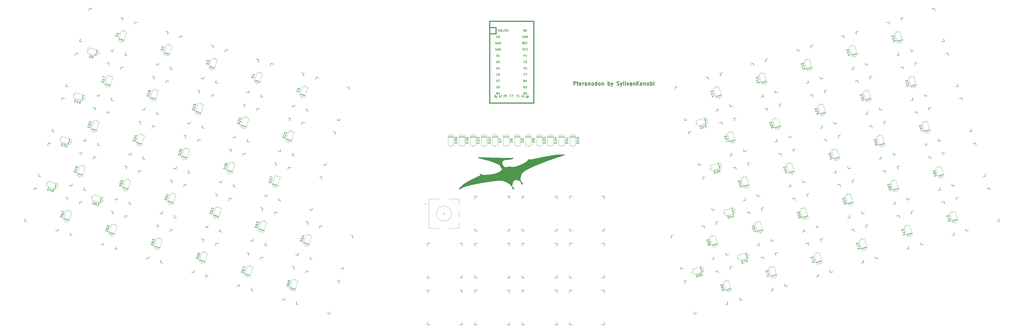
<source format=gto>
G04 #@! TF.GenerationSoftware,KiCad,Pcbnew,8.0.6*
G04 #@! TF.CreationDate,2024-10-28T13:20:39+01:00*
G04 #@! TF.ProjectId,pteranodon,70746572-616e-46f6-946f-6e2e6b696361,rev?*
G04 #@! TF.SameCoordinates,Original*
G04 #@! TF.FileFunction,Legend,Top*
G04 #@! TF.FilePolarity,Positive*
%FSLAX46Y46*%
G04 Gerber Fmt 4.6, Leading zero omitted, Abs format (unit mm)*
G04 Created by KiCad (PCBNEW 8.0.6) date 2024-10-28 13:20:39*
%MOMM*%
%LPD*%
G01*
G04 APERTURE LIST*
G04 Aperture macros list*
%AMHorizOval*
0 Thick line with rounded ends*
0 $1 width*
0 $2 $3 position (X,Y) of the first rounded end (center of the circle)*
0 $4 $5 position (X,Y) of the second rounded end (center of the circle)*
0 Add line between two ends*
20,1,$1,$2,$3,$4,$5,0*
0 Add two circle primitives to create the rounded ends*
1,1,$1,$2,$3*
1,1,$1,$4,$5*%
%AMRotRect*
0 Rectangle, with rotation*
0 The origin of the aperture is its center*
0 $1 length*
0 $2 width*
0 $3 Rotation angle, in degrees counterclockwise*
0 Add horizontal line*
21,1,$1,$2,0,0,$3*%
G04 Aperture macros list end*
%ADD10C,0.300000*%
%ADD11C,0.150000*%
%ADD12C,0.120000*%
%ADD13C,0.381000*%
%ADD14C,0.000000*%
%ADD15R,1.752600X1.752600*%
%ADD16C,1.752600*%
%ADD17R,1.600000X1.600000*%
%ADD18O,1.600000X1.600000*%
%ADD19RotRect,1.600000X1.600000X73.000000*%
%ADD20HorizOval,1.600000X0.000000X0.000000X0.000000X0.000000X0*%
%ADD21RotRect,1.600000X1.600000X197.000000*%
%ADD22HorizOval,1.600000X0.000000X0.000000X0.000000X0.000000X0*%
%ADD23RotRect,1.600000X1.600000X107.000000*%
%ADD24HorizOval,1.600000X0.000000X0.000000X0.000000X0.000000X0*%
%ADD25RotRect,1.600000X1.600000X163.000000*%
%ADD26HorizOval,1.600000X0.000000X0.000000X0.000000X0.000000X0*%
%ADD27O,3.200000X2.000000*%
%ADD28R,2.000000X2.000000*%
%ADD29C,2.000000*%
%ADD30C,1.701800*%
%ADD31C,3.000000*%
%ADD32C,3.987800*%
%ADD33C,4.400000*%
%ADD34R,1.700000X1.700000*%
%ADD35O,1.700000X1.700000*%
%ADD36C,1.800000*%
G04 APERTURE END LIST*
D10*
X234569033Y-118650606D02*
X234569033Y-117150606D01*
X234569033Y-117150606D02*
X235140462Y-117150606D01*
X235140462Y-117150606D02*
X235283319Y-117222035D01*
X235283319Y-117222035D02*
X235354748Y-117293463D01*
X235354748Y-117293463D02*
X235426176Y-117436320D01*
X235426176Y-117436320D02*
X235426176Y-117650606D01*
X235426176Y-117650606D02*
X235354748Y-117793463D01*
X235354748Y-117793463D02*
X235283319Y-117864892D01*
X235283319Y-117864892D02*
X235140462Y-117936320D01*
X235140462Y-117936320D02*
X234569033Y-117936320D01*
X235854748Y-117650606D02*
X236426176Y-117650606D01*
X236069033Y-117150606D02*
X236069033Y-118436320D01*
X236069033Y-118436320D02*
X236140462Y-118579178D01*
X236140462Y-118579178D02*
X236283319Y-118650606D01*
X236283319Y-118650606D02*
X236426176Y-118650606D01*
X237497605Y-118579178D02*
X237354748Y-118650606D01*
X237354748Y-118650606D02*
X237069034Y-118650606D01*
X237069034Y-118650606D02*
X236926176Y-118579178D01*
X236926176Y-118579178D02*
X236854748Y-118436320D01*
X236854748Y-118436320D02*
X236854748Y-117864892D01*
X236854748Y-117864892D02*
X236926176Y-117722035D01*
X236926176Y-117722035D02*
X237069034Y-117650606D01*
X237069034Y-117650606D02*
X237354748Y-117650606D01*
X237354748Y-117650606D02*
X237497605Y-117722035D01*
X237497605Y-117722035D02*
X237569034Y-117864892D01*
X237569034Y-117864892D02*
X237569034Y-118007749D01*
X237569034Y-118007749D02*
X236854748Y-118150606D01*
X238211890Y-118650606D02*
X238211890Y-117650606D01*
X238211890Y-117936320D02*
X238283319Y-117793463D01*
X238283319Y-117793463D02*
X238354748Y-117722035D01*
X238354748Y-117722035D02*
X238497605Y-117650606D01*
X238497605Y-117650606D02*
X238640462Y-117650606D01*
X239783319Y-118650606D02*
X239783319Y-117864892D01*
X239783319Y-117864892D02*
X239711890Y-117722035D01*
X239711890Y-117722035D02*
X239569033Y-117650606D01*
X239569033Y-117650606D02*
X239283319Y-117650606D01*
X239283319Y-117650606D02*
X239140461Y-117722035D01*
X239783319Y-118579178D02*
X239640461Y-118650606D01*
X239640461Y-118650606D02*
X239283319Y-118650606D01*
X239283319Y-118650606D02*
X239140461Y-118579178D01*
X239140461Y-118579178D02*
X239069033Y-118436320D01*
X239069033Y-118436320D02*
X239069033Y-118293463D01*
X239069033Y-118293463D02*
X239140461Y-118150606D01*
X239140461Y-118150606D02*
X239283319Y-118079178D01*
X239283319Y-118079178D02*
X239640461Y-118079178D01*
X239640461Y-118079178D02*
X239783319Y-118007749D01*
X240497604Y-117650606D02*
X240497604Y-118650606D01*
X240497604Y-117793463D02*
X240569033Y-117722035D01*
X240569033Y-117722035D02*
X240711890Y-117650606D01*
X240711890Y-117650606D02*
X240926176Y-117650606D01*
X240926176Y-117650606D02*
X241069033Y-117722035D01*
X241069033Y-117722035D02*
X241140462Y-117864892D01*
X241140462Y-117864892D02*
X241140462Y-118650606D01*
X242069033Y-118650606D02*
X241926176Y-118579178D01*
X241926176Y-118579178D02*
X241854747Y-118507749D01*
X241854747Y-118507749D02*
X241783319Y-118364892D01*
X241783319Y-118364892D02*
X241783319Y-117936320D01*
X241783319Y-117936320D02*
X241854747Y-117793463D01*
X241854747Y-117793463D02*
X241926176Y-117722035D01*
X241926176Y-117722035D02*
X242069033Y-117650606D01*
X242069033Y-117650606D02*
X242283319Y-117650606D01*
X242283319Y-117650606D02*
X242426176Y-117722035D01*
X242426176Y-117722035D02*
X242497605Y-117793463D01*
X242497605Y-117793463D02*
X242569033Y-117936320D01*
X242569033Y-117936320D02*
X242569033Y-118364892D01*
X242569033Y-118364892D02*
X242497605Y-118507749D01*
X242497605Y-118507749D02*
X242426176Y-118579178D01*
X242426176Y-118579178D02*
X242283319Y-118650606D01*
X242283319Y-118650606D02*
X242069033Y-118650606D01*
X243854748Y-118650606D02*
X243854748Y-117150606D01*
X243854748Y-118579178D02*
X243711890Y-118650606D01*
X243711890Y-118650606D02*
X243426176Y-118650606D01*
X243426176Y-118650606D02*
X243283319Y-118579178D01*
X243283319Y-118579178D02*
X243211890Y-118507749D01*
X243211890Y-118507749D02*
X243140462Y-118364892D01*
X243140462Y-118364892D02*
X243140462Y-117936320D01*
X243140462Y-117936320D02*
X243211890Y-117793463D01*
X243211890Y-117793463D02*
X243283319Y-117722035D01*
X243283319Y-117722035D02*
X243426176Y-117650606D01*
X243426176Y-117650606D02*
X243711890Y-117650606D01*
X243711890Y-117650606D02*
X243854748Y-117722035D01*
X244783319Y-118650606D02*
X244640462Y-118579178D01*
X244640462Y-118579178D02*
X244569033Y-118507749D01*
X244569033Y-118507749D02*
X244497605Y-118364892D01*
X244497605Y-118364892D02*
X244497605Y-117936320D01*
X244497605Y-117936320D02*
X244569033Y-117793463D01*
X244569033Y-117793463D02*
X244640462Y-117722035D01*
X244640462Y-117722035D02*
X244783319Y-117650606D01*
X244783319Y-117650606D02*
X244997605Y-117650606D01*
X244997605Y-117650606D02*
X245140462Y-117722035D01*
X245140462Y-117722035D02*
X245211891Y-117793463D01*
X245211891Y-117793463D02*
X245283319Y-117936320D01*
X245283319Y-117936320D02*
X245283319Y-118364892D01*
X245283319Y-118364892D02*
X245211891Y-118507749D01*
X245211891Y-118507749D02*
X245140462Y-118579178D01*
X245140462Y-118579178D02*
X244997605Y-118650606D01*
X244997605Y-118650606D02*
X244783319Y-118650606D01*
X245926176Y-117650606D02*
X245926176Y-118650606D01*
X245926176Y-117793463D02*
X245997605Y-117722035D01*
X245997605Y-117722035D02*
X246140462Y-117650606D01*
X246140462Y-117650606D02*
X246354748Y-117650606D01*
X246354748Y-117650606D02*
X246497605Y-117722035D01*
X246497605Y-117722035D02*
X246569034Y-117864892D01*
X246569034Y-117864892D02*
X246569034Y-118650606D01*
X248426176Y-118650606D02*
X248426176Y-117150606D01*
X248426176Y-117722035D02*
X248569034Y-117650606D01*
X248569034Y-117650606D02*
X248854748Y-117650606D01*
X248854748Y-117650606D02*
X248997605Y-117722035D01*
X248997605Y-117722035D02*
X249069034Y-117793463D01*
X249069034Y-117793463D02*
X249140462Y-117936320D01*
X249140462Y-117936320D02*
X249140462Y-118364892D01*
X249140462Y-118364892D02*
X249069034Y-118507749D01*
X249069034Y-118507749D02*
X248997605Y-118579178D01*
X248997605Y-118579178D02*
X248854748Y-118650606D01*
X248854748Y-118650606D02*
X248569034Y-118650606D01*
X248569034Y-118650606D02*
X248426176Y-118579178D01*
X249640462Y-117650606D02*
X249997605Y-118650606D01*
X250354748Y-117650606D02*
X249997605Y-118650606D01*
X249997605Y-118650606D02*
X249854748Y-119007749D01*
X249854748Y-119007749D02*
X249783319Y-119079178D01*
X249783319Y-119079178D02*
X249640462Y-119150606D01*
X251997605Y-118579178D02*
X252211891Y-118650606D01*
X252211891Y-118650606D02*
X252569033Y-118650606D01*
X252569033Y-118650606D02*
X252711891Y-118579178D01*
X252711891Y-118579178D02*
X252783319Y-118507749D01*
X252783319Y-118507749D02*
X252854748Y-118364892D01*
X252854748Y-118364892D02*
X252854748Y-118222035D01*
X252854748Y-118222035D02*
X252783319Y-118079178D01*
X252783319Y-118079178D02*
X252711891Y-118007749D01*
X252711891Y-118007749D02*
X252569033Y-117936320D01*
X252569033Y-117936320D02*
X252283319Y-117864892D01*
X252283319Y-117864892D02*
X252140462Y-117793463D01*
X252140462Y-117793463D02*
X252069033Y-117722035D01*
X252069033Y-117722035D02*
X251997605Y-117579178D01*
X251997605Y-117579178D02*
X251997605Y-117436320D01*
X251997605Y-117436320D02*
X252069033Y-117293463D01*
X252069033Y-117293463D02*
X252140462Y-117222035D01*
X252140462Y-117222035D02*
X252283319Y-117150606D01*
X252283319Y-117150606D02*
X252640462Y-117150606D01*
X252640462Y-117150606D02*
X252854748Y-117222035D01*
X253354747Y-117650606D02*
X253711890Y-118650606D01*
X254069033Y-117650606D02*
X253711890Y-118650606D01*
X253711890Y-118650606D02*
X253569033Y-119007749D01*
X253569033Y-119007749D02*
X253497604Y-119079178D01*
X253497604Y-119079178D02*
X253354747Y-119150606D01*
X254854747Y-118650606D02*
X254711890Y-118579178D01*
X254711890Y-118579178D02*
X254640461Y-118436320D01*
X254640461Y-118436320D02*
X254640461Y-117150606D01*
X255426175Y-118650606D02*
X255426175Y-117650606D01*
X255426175Y-117150606D02*
X255354747Y-117222035D01*
X255354747Y-117222035D02*
X255426175Y-117293463D01*
X255426175Y-117293463D02*
X255497604Y-117222035D01*
X255497604Y-117222035D02*
X255426175Y-117150606D01*
X255426175Y-117150606D02*
X255426175Y-117293463D01*
X255997604Y-117650606D02*
X256354747Y-118650606D01*
X256354747Y-118650606D02*
X256711890Y-117650606D01*
X257926176Y-118650606D02*
X257926176Y-117864892D01*
X257926176Y-117864892D02*
X257854747Y-117722035D01*
X257854747Y-117722035D02*
X257711890Y-117650606D01*
X257711890Y-117650606D02*
X257426176Y-117650606D01*
X257426176Y-117650606D02*
X257283318Y-117722035D01*
X257926176Y-118579178D02*
X257783318Y-118650606D01*
X257783318Y-118650606D02*
X257426176Y-118650606D01*
X257426176Y-118650606D02*
X257283318Y-118579178D01*
X257283318Y-118579178D02*
X257211890Y-118436320D01*
X257211890Y-118436320D02*
X257211890Y-118293463D01*
X257211890Y-118293463D02*
X257283318Y-118150606D01*
X257283318Y-118150606D02*
X257426176Y-118079178D01*
X257426176Y-118079178D02*
X257783318Y-118079178D01*
X257783318Y-118079178D02*
X257926176Y-118007749D01*
X258640461Y-117650606D02*
X258640461Y-118650606D01*
X258640461Y-117793463D02*
X258711890Y-117722035D01*
X258711890Y-117722035D02*
X258854747Y-117650606D01*
X258854747Y-117650606D02*
X259069033Y-117650606D01*
X259069033Y-117650606D02*
X259211890Y-117722035D01*
X259211890Y-117722035D02*
X259283319Y-117864892D01*
X259283319Y-117864892D02*
X259283319Y-118650606D01*
X259997604Y-118650606D02*
X259997604Y-117150606D01*
X260854747Y-118650606D02*
X260211890Y-117793463D01*
X260854747Y-117150606D02*
X259997604Y-118007749D01*
X262069033Y-118579178D02*
X261926176Y-118650606D01*
X261926176Y-118650606D02*
X261640462Y-118650606D01*
X261640462Y-118650606D02*
X261497604Y-118579178D01*
X261497604Y-118579178D02*
X261426176Y-118436320D01*
X261426176Y-118436320D02*
X261426176Y-117864892D01*
X261426176Y-117864892D02*
X261497604Y-117722035D01*
X261497604Y-117722035D02*
X261640462Y-117650606D01*
X261640462Y-117650606D02*
X261926176Y-117650606D01*
X261926176Y-117650606D02*
X262069033Y-117722035D01*
X262069033Y-117722035D02*
X262140462Y-117864892D01*
X262140462Y-117864892D02*
X262140462Y-118007749D01*
X262140462Y-118007749D02*
X261426176Y-118150606D01*
X262783318Y-117650606D02*
X262783318Y-118650606D01*
X262783318Y-117793463D02*
X262854747Y-117722035D01*
X262854747Y-117722035D02*
X262997604Y-117650606D01*
X262997604Y-117650606D02*
X263211890Y-117650606D01*
X263211890Y-117650606D02*
X263354747Y-117722035D01*
X263354747Y-117722035D02*
X263426176Y-117864892D01*
X263426176Y-117864892D02*
X263426176Y-118650606D01*
X264354747Y-118650606D02*
X264211890Y-118579178D01*
X264211890Y-118579178D02*
X264140461Y-118507749D01*
X264140461Y-118507749D02*
X264069033Y-118364892D01*
X264069033Y-118364892D02*
X264069033Y-117936320D01*
X264069033Y-117936320D02*
X264140461Y-117793463D01*
X264140461Y-117793463D02*
X264211890Y-117722035D01*
X264211890Y-117722035D02*
X264354747Y-117650606D01*
X264354747Y-117650606D02*
X264569033Y-117650606D01*
X264569033Y-117650606D02*
X264711890Y-117722035D01*
X264711890Y-117722035D02*
X264783319Y-117793463D01*
X264783319Y-117793463D02*
X264854747Y-117936320D01*
X264854747Y-117936320D02*
X264854747Y-118364892D01*
X264854747Y-118364892D02*
X264783319Y-118507749D01*
X264783319Y-118507749D02*
X264711890Y-118579178D01*
X264711890Y-118579178D02*
X264569033Y-118650606D01*
X264569033Y-118650606D02*
X264354747Y-118650606D01*
X265497604Y-118650606D02*
X265497604Y-117150606D01*
X265497604Y-117722035D02*
X265640462Y-117650606D01*
X265640462Y-117650606D02*
X265926176Y-117650606D01*
X265926176Y-117650606D02*
X266069033Y-117722035D01*
X266069033Y-117722035D02*
X266140462Y-117793463D01*
X266140462Y-117793463D02*
X266211890Y-117936320D01*
X266211890Y-117936320D02*
X266211890Y-118364892D01*
X266211890Y-118364892D02*
X266140462Y-118507749D01*
X266140462Y-118507749D02*
X266069033Y-118579178D01*
X266069033Y-118579178D02*
X265926176Y-118650606D01*
X265926176Y-118650606D02*
X265640462Y-118650606D01*
X265640462Y-118650606D02*
X265497604Y-118579178D01*
X266854747Y-118650606D02*
X266854747Y-117650606D01*
X266854747Y-117150606D02*
X266783319Y-117222035D01*
X266783319Y-117222035D02*
X266854747Y-117293463D01*
X266854747Y-117293463D02*
X266926176Y-117222035D01*
X266926176Y-117222035D02*
X266854747Y-117150606D01*
X266854747Y-117150606D02*
X266854747Y-117293463D01*
D11*
X236646716Y-142074063D02*
X235646716Y-142074063D01*
X235646716Y-142074063D02*
X235646716Y-141835968D01*
X235646716Y-141835968D02*
X235694335Y-141693111D01*
X235694335Y-141693111D02*
X235789573Y-141597873D01*
X235789573Y-141597873D02*
X235884811Y-141550254D01*
X235884811Y-141550254D02*
X236075287Y-141502635D01*
X236075287Y-141502635D02*
X236218144Y-141502635D01*
X236218144Y-141502635D02*
X236408620Y-141550254D01*
X236408620Y-141550254D02*
X236503858Y-141597873D01*
X236503858Y-141597873D02*
X236599097Y-141693111D01*
X236599097Y-141693111D02*
X236646716Y-141835968D01*
X236646716Y-141835968D02*
X236646716Y-142074063D01*
X235980049Y-140645492D02*
X236646716Y-140645492D01*
X235599097Y-140883587D02*
X236313382Y-141121682D01*
X236313382Y-141121682D02*
X236313382Y-140502635D01*
X235646716Y-139931206D02*
X235646716Y-139835968D01*
X235646716Y-139835968D02*
X235694335Y-139740730D01*
X235694335Y-139740730D02*
X235741954Y-139693111D01*
X235741954Y-139693111D02*
X235837192Y-139645492D01*
X235837192Y-139645492D02*
X236027668Y-139597873D01*
X236027668Y-139597873D02*
X236265763Y-139597873D01*
X236265763Y-139597873D02*
X236456239Y-139645492D01*
X236456239Y-139645492D02*
X236551477Y-139693111D01*
X236551477Y-139693111D02*
X236599097Y-139740730D01*
X236599097Y-139740730D02*
X236646716Y-139835968D01*
X236646716Y-139835968D02*
X236646716Y-139931206D01*
X236646716Y-139931206D02*
X236599097Y-140026444D01*
X236599097Y-140026444D02*
X236551477Y-140074063D01*
X236551477Y-140074063D02*
X236456239Y-140121682D01*
X236456239Y-140121682D02*
X236265763Y-140169301D01*
X236265763Y-140169301D02*
X236027668Y-140169301D01*
X236027668Y-140169301D02*
X235837192Y-140121682D01*
X235837192Y-140121682D02*
X235741954Y-140074063D01*
X235741954Y-140074063D02*
X235694335Y-140026444D01*
X235694335Y-140026444D02*
X235646716Y-139931206D01*
X69009418Y-104607951D02*
X68053113Y-104315580D01*
X68053113Y-104315580D02*
X68122726Y-104087888D01*
X68122726Y-104087888D02*
X68210031Y-103965195D01*
X68210031Y-103965195D02*
X68328953Y-103901964D01*
X68328953Y-103901964D02*
X68433952Y-103884270D01*
X68433952Y-103884270D02*
X68630028Y-103894422D01*
X68630028Y-103894422D02*
X68766643Y-103936189D01*
X68766643Y-103936189D02*
X68934874Y-104037417D01*
X68934874Y-104037417D02*
X69012028Y-104110801D01*
X69012028Y-104110801D02*
X69075259Y-104229722D01*
X69075259Y-104229722D02*
X69079030Y-104380260D01*
X69079030Y-104380260D02*
X69009418Y-104607951D01*
X68422639Y-103432658D02*
X68391023Y-103373197D01*
X68391023Y-103373197D02*
X68373330Y-103268198D01*
X68373330Y-103268198D02*
X68442942Y-103040507D01*
X68442942Y-103040507D02*
X68516326Y-102963352D01*
X68516326Y-102963352D02*
X68575786Y-102931736D01*
X68575786Y-102931736D02*
X68680785Y-102914043D01*
X68680785Y-102914043D02*
X68771862Y-102941888D01*
X68771862Y-102941888D02*
X68894555Y-103029194D01*
X68894555Y-103029194D02*
X69273945Y-103742723D01*
X69273945Y-103742723D02*
X69454937Y-103150725D01*
X214328532Y-141597872D02*
X213328532Y-141597872D01*
X213328532Y-141597872D02*
X213328532Y-141359777D01*
X213328532Y-141359777D02*
X213376151Y-141216920D01*
X213376151Y-141216920D02*
X213471389Y-141121682D01*
X213471389Y-141121682D02*
X213566627Y-141074063D01*
X213566627Y-141074063D02*
X213757103Y-141026444D01*
X213757103Y-141026444D02*
X213899960Y-141026444D01*
X213899960Y-141026444D02*
X214090436Y-141074063D01*
X214090436Y-141074063D02*
X214185674Y-141121682D01*
X214185674Y-141121682D02*
X214280913Y-141216920D01*
X214280913Y-141216920D02*
X214328532Y-141359777D01*
X214328532Y-141359777D02*
X214328532Y-141597872D01*
X214328532Y-140550253D02*
X214328532Y-140359777D01*
X214328532Y-140359777D02*
X214280913Y-140264539D01*
X214280913Y-140264539D02*
X214233293Y-140216920D01*
X214233293Y-140216920D02*
X214090436Y-140121682D01*
X214090436Y-140121682D02*
X213899960Y-140074063D01*
X213899960Y-140074063D02*
X213519008Y-140074063D01*
X213519008Y-140074063D02*
X213423770Y-140121682D01*
X213423770Y-140121682D02*
X213376151Y-140169301D01*
X213376151Y-140169301D02*
X213328532Y-140264539D01*
X213328532Y-140264539D02*
X213328532Y-140455015D01*
X213328532Y-140455015D02*
X213376151Y-140550253D01*
X213376151Y-140550253D02*
X213423770Y-140597872D01*
X213423770Y-140597872D02*
X213519008Y-140645491D01*
X213519008Y-140645491D02*
X213757103Y-140645491D01*
X213757103Y-140645491D02*
X213852341Y-140597872D01*
X213852341Y-140597872D02*
X213899960Y-140550253D01*
X213899960Y-140550253D02*
X213947579Y-140455015D01*
X213947579Y-140455015D02*
X213947579Y-140264539D01*
X213947579Y-140264539D02*
X213899960Y-140169301D01*
X213899960Y-140169301D02*
X213852341Y-140121682D01*
X213852341Y-140121682D02*
X213757103Y-140074063D01*
X123799943Y-121359093D02*
X122843638Y-121066722D01*
X122843638Y-121066722D02*
X122913251Y-120839030D01*
X122913251Y-120839030D02*
X123000556Y-120716337D01*
X123000556Y-120716337D02*
X123119478Y-120653106D01*
X123119478Y-120653106D02*
X123224477Y-120635412D01*
X123224477Y-120635412D02*
X123420553Y-120645564D01*
X123420553Y-120645564D02*
X123557168Y-120687331D01*
X123557168Y-120687331D02*
X123725399Y-120788559D01*
X123725399Y-120788559D02*
X123802553Y-120861943D01*
X123802553Y-120861943D02*
X123865784Y-120980864D01*
X123865784Y-120980864D02*
X123869555Y-121131402D01*
X123869555Y-121131402D02*
X123799943Y-121359093D01*
X123275235Y-119655034D02*
X123136010Y-120110417D01*
X123136010Y-120110417D02*
X123577471Y-120295180D01*
X123577471Y-120295180D02*
X123545855Y-120235719D01*
X123545855Y-120235719D02*
X123528162Y-120130720D01*
X123528162Y-120130720D02*
X123597774Y-119903028D01*
X123597774Y-119903028D02*
X123671157Y-119825874D01*
X123671157Y-119825874D02*
X123730618Y-119794258D01*
X123730618Y-119794258D02*
X123835617Y-119776565D01*
X123835617Y-119776565D02*
X124063309Y-119846177D01*
X124063309Y-119846177D02*
X124140463Y-119919560D01*
X124140463Y-119919560D02*
X124172079Y-119979021D01*
X124172079Y-119979021D02*
X124189772Y-120084020D01*
X124189772Y-120084020D02*
X124120160Y-120311712D01*
X124120160Y-120311712D02*
X124046776Y-120388866D01*
X124046776Y-120388866D02*
X123987316Y-120420482D01*
X119655807Y-199947601D02*
X118699503Y-199655229D01*
X118699503Y-199655229D02*
X118769115Y-199427538D01*
X118769115Y-199427538D02*
X118856421Y-199304845D01*
X118856421Y-199304845D02*
X118975342Y-199241613D01*
X118975342Y-199241613D02*
X119080341Y-199223920D01*
X119080341Y-199223920D02*
X119276417Y-199234072D01*
X119276417Y-199234072D02*
X119413032Y-199275839D01*
X119413032Y-199275839D02*
X119581263Y-199377067D01*
X119581263Y-199377067D02*
X119658417Y-199450450D01*
X119658417Y-199450450D02*
X119721649Y-199569372D01*
X119721649Y-199569372D02*
X119725420Y-199719909D01*
X119725420Y-199719909D02*
X119655807Y-199947601D01*
X119117176Y-198289080D02*
X119061487Y-198471233D01*
X119061487Y-198471233D02*
X119079180Y-198576232D01*
X119079180Y-198576232D02*
X119110796Y-198635693D01*
X119110796Y-198635693D02*
X119219566Y-198768537D01*
X119219566Y-198768537D02*
X119387797Y-198869765D01*
X119387797Y-198869765D02*
X119752103Y-198981145D01*
X119752103Y-198981145D02*
X119857102Y-198963451D01*
X119857102Y-198963451D02*
X119916563Y-198931835D01*
X119916563Y-198931835D02*
X119989946Y-198854681D01*
X119989946Y-198854681D02*
X120045636Y-198672528D01*
X120045636Y-198672528D02*
X120027943Y-198567529D01*
X120027943Y-198567529D02*
X119996327Y-198508068D01*
X119996327Y-198508068D02*
X119919173Y-198434685D01*
X119919173Y-198434685D02*
X119691481Y-198365073D01*
X119691481Y-198365073D02*
X119586482Y-198382766D01*
X119586482Y-198382766D02*
X119527021Y-198414382D01*
X119527021Y-198414382D02*
X119453638Y-198491536D01*
X119453638Y-198491536D02*
X119397948Y-198673689D01*
X119397948Y-198673689D02*
X119415642Y-198778688D01*
X119415642Y-198778688D02*
X119447257Y-198838149D01*
X119447257Y-198838149D02*
X119524412Y-198911532D01*
X119721936Y-197776845D02*
X119648553Y-197853999D01*
X119648553Y-197853999D02*
X119589092Y-197885615D01*
X119589092Y-197885615D02*
X119484093Y-197903309D01*
X119484093Y-197903309D02*
X119438554Y-197889386D01*
X119438554Y-197889386D02*
X119361400Y-197816003D01*
X119361400Y-197816003D02*
X119329784Y-197756542D01*
X119329784Y-197756542D02*
X119312091Y-197651543D01*
X119312091Y-197651543D02*
X119367781Y-197469390D01*
X119367781Y-197469390D02*
X119441164Y-197392236D01*
X119441164Y-197392236D02*
X119500625Y-197360620D01*
X119500625Y-197360620D02*
X119605624Y-197342926D01*
X119605624Y-197342926D02*
X119651162Y-197356849D01*
X119651162Y-197356849D02*
X119728316Y-197430232D01*
X119728316Y-197430232D02*
X119759932Y-197489693D01*
X119759932Y-197489693D02*
X119777626Y-197594692D01*
X119777626Y-197594692D02*
X119721936Y-197776845D01*
X119721936Y-197776845D02*
X119739629Y-197881844D01*
X119739629Y-197881844D02*
X119771245Y-197941305D01*
X119771245Y-197941305D02*
X119848399Y-198014688D01*
X119848399Y-198014688D02*
X120030553Y-198070378D01*
X120030553Y-198070378D02*
X120135552Y-198052685D01*
X120135552Y-198052685D02*
X120195012Y-198021069D01*
X120195012Y-198021069D02*
X120268396Y-197943915D01*
X120268396Y-197943915D02*
X120324086Y-197761761D01*
X120324086Y-197761761D02*
X120306392Y-197656762D01*
X120306392Y-197656762D02*
X120274776Y-197597302D01*
X120274776Y-197597302D02*
X120197622Y-197523918D01*
X120197622Y-197523918D02*
X120015469Y-197468228D01*
X120015469Y-197468228D02*
X119910470Y-197485922D01*
X119910470Y-197485922D02*
X119851009Y-197517538D01*
X119851009Y-197517538D02*
X119777626Y-197594692D01*
X291343463Y-154307191D02*
X291051092Y-153350886D01*
X291051092Y-153350886D02*
X291278783Y-153281274D01*
X291278783Y-153281274D02*
X291429321Y-153285045D01*
X291429321Y-153285045D02*
X291548242Y-153348277D01*
X291548242Y-153348277D02*
X291621626Y-153425431D01*
X291621626Y-153425431D02*
X291722854Y-153593662D01*
X291722854Y-153593662D02*
X291764621Y-153730276D01*
X291764621Y-153730276D02*
X291774773Y-153926352D01*
X291774773Y-153926352D02*
X291757079Y-154031351D01*
X291757079Y-154031351D02*
X291693848Y-154150273D01*
X291693848Y-154150273D02*
X291571155Y-154237579D01*
X291571155Y-154237579D02*
X291343463Y-154307191D01*
X291989703Y-153163514D02*
X292021319Y-153104053D01*
X292021319Y-153104053D02*
X292098473Y-153030670D01*
X292098473Y-153030670D02*
X292326165Y-152961057D01*
X292326165Y-152961057D02*
X292431164Y-152978751D01*
X292431164Y-152978751D02*
X292490625Y-153010366D01*
X292490625Y-153010366D02*
X292564008Y-153087521D01*
X292564008Y-153087521D02*
X292591853Y-153178597D01*
X292591853Y-153178597D02*
X292588082Y-153329135D01*
X292588082Y-153329135D02*
X292208692Y-154042664D01*
X292208692Y-154042664D02*
X292800690Y-153861672D01*
X293328008Y-152654763D02*
X293145855Y-152710453D01*
X293145855Y-152710453D02*
X293068700Y-152783836D01*
X293068700Y-152783836D02*
X293037085Y-152843297D01*
X293037085Y-152843297D02*
X292987775Y-153007757D01*
X292987775Y-153007757D02*
X292997927Y-153203833D01*
X292997927Y-153203833D02*
X293109307Y-153568139D01*
X293109307Y-153568139D02*
X293182690Y-153645293D01*
X293182690Y-153645293D02*
X293242151Y-153676909D01*
X293242151Y-153676909D02*
X293347150Y-153694603D01*
X293347150Y-153694603D02*
X293529303Y-153638913D01*
X293529303Y-153638913D02*
X293606457Y-153565529D01*
X293606457Y-153565529D02*
X293638073Y-153506069D01*
X293638073Y-153506069D02*
X293655766Y-153401070D01*
X293655766Y-153401070D02*
X293586154Y-153173378D01*
X293586154Y-153173378D02*
X293512771Y-153096224D01*
X293512771Y-153096224D02*
X293453310Y-153064608D01*
X293453310Y-153064608D02*
X293348311Y-153046915D01*
X293348311Y-153046915D02*
X293166158Y-153102604D01*
X293166158Y-153102604D02*
X293089003Y-153175988D01*
X293089003Y-153175988D02*
X293057388Y-153235448D01*
X293057388Y-153235448D02*
X293039694Y-153340448D01*
X306377469Y-175507678D02*
X307333774Y-175215307D01*
X307333774Y-175215307D02*
X307403386Y-175442998D01*
X307403386Y-175442998D02*
X307399615Y-175593536D01*
X307399615Y-175593536D02*
X307336383Y-175712457D01*
X307336383Y-175712457D02*
X307259229Y-175785841D01*
X307259229Y-175785841D02*
X307090998Y-175887069D01*
X307090998Y-175887069D02*
X306954384Y-175928836D01*
X306954384Y-175928836D02*
X306758308Y-175938988D01*
X306758308Y-175938988D02*
X306653309Y-175921294D01*
X306653309Y-175921294D02*
X306534387Y-175858063D01*
X306534387Y-175858063D02*
X306447081Y-175735370D01*
X306447081Y-175735370D02*
X306377469Y-175507678D01*
X307765370Y-176626995D02*
X307626146Y-176171612D01*
X307626146Y-176171612D02*
X307156840Y-176265298D01*
X307156840Y-176265298D02*
X307216301Y-176296914D01*
X307216301Y-176296914D02*
X307289684Y-176374068D01*
X307289684Y-176374068D02*
X307359296Y-176601759D01*
X307359296Y-176601759D02*
X307341603Y-176706759D01*
X307341603Y-176706759D02*
X307309987Y-176766219D01*
X307309987Y-176766219D02*
X307232833Y-176839603D01*
X307232833Y-176839603D02*
X307005141Y-176909215D01*
X307005141Y-176909215D02*
X306900142Y-176891522D01*
X306900142Y-176891522D02*
X306840681Y-176859906D01*
X306840681Y-176859906D02*
X306767298Y-176782751D01*
X306767298Y-176782751D02*
X306697686Y-176555060D01*
X306697686Y-176555060D02*
X306715379Y-176450061D01*
X306715379Y-176450061D02*
X306746995Y-176390600D01*
X307876750Y-176991301D02*
X308071664Y-177628838D01*
X308071664Y-177628838D02*
X306990057Y-177511365D01*
X28418597Y-172053587D02*
X27462293Y-171761215D01*
X27462293Y-171761215D02*
X27531905Y-171533524D01*
X27531905Y-171533524D02*
X27619211Y-171410831D01*
X27619211Y-171410831D02*
X27738132Y-171347599D01*
X27738132Y-171347599D02*
X27843131Y-171329906D01*
X27843131Y-171329906D02*
X28039207Y-171340058D01*
X28039207Y-171340058D02*
X28175822Y-171381825D01*
X28175822Y-171381825D02*
X28344053Y-171483053D01*
X28344053Y-171483053D02*
X28421207Y-171556436D01*
X28421207Y-171556436D02*
X28484439Y-171675358D01*
X28484439Y-171675358D02*
X28488210Y-171825895D01*
X28488210Y-171825895D02*
X28418597Y-172053587D01*
X27879966Y-170395066D02*
X27824277Y-170577219D01*
X27824277Y-170577219D02*
X27841970Y-170682218D01*
X27841970Y-170682218D02*
X27873586Y-170741679D01*
X27873586Y-170741679D02*
X27982356Y-170874523D01*
X27982356Y-170874523D02*
X28150587Y-170975751D01*
X28150587Y-170975751D02*
X28514893Y-171087131D01*
X28514893Y-171087131D02*
X28619892Y-171069437D01*
X28619892Y-171069437D02*
X28679353Y-171037821D01*
X28679353Y-171037821D02*
X28752736Y-170960667D01*
X28752736Y-170960667D02*
X28808426Y-170778514D01*
X28808426Y-170778514D02*
X28790733Y-170673515D01*
X28790733Y-170673515D02*
X28759117Y-170614054D01*
X28759117Y-170614054D02*
X28681963Y-170540671D01*
X28681963Y-170540671D02*
X28454271Y-170471059D01*
X28454271Y-170471059D02*
X28349272Y-170488752D01*
X28349272Y-170488752D02*
X28289811Y-170520368D01*
X28289811Y-170520368D02*
X28216428Y-170597522D01*
X28216428Y-170597522D02*
X28160738Y-170779675D01*
X28160738Y-170779675D02*
X28178432Y-170884674D01*
X28178432Y-170884674D02*
X28210047Y-170944135D01*
X28210047Y-170944135D02*
X28287202Y-171017518D01*
X28110268Y-169967527D02*
X28078652Y-169908066D01*
X28078652Y-169908066D02*
X28060958Y-169803067D01*
X28060958Y-169803067D02*
X28130571Y-169575376D01*
X28130571Y-169575376D02*
X28203954Y-169498222D01*
X28203954Y-169498222D02*
X28263415Y-169466606D01*
X28263415Y-169466606D02*
X28368414Y-169448912D01*
X28368414Y-169448912D02*
X28459491Y-169476757D01*
X28459491Y-169476757D02*
X28582183Y-169564063D01*
X28582183Y-169564063D02*
X28961573Y-170277592D01*
X28961573Y-170277592D02*
X29142565Y-169685594D01*
X39512642Y-135766601D02*
X38556338Y-135474229D01*
X38556338Y-135474229D02*
X38625950Y-135246538D01*
X38625950Y-135246538D02*
X38713256Y-135123845D01*
X38713256Y-135123845D02*
X38832177Y-135060613D01*
X38832177Y-135060613D02*
X38937176Y-135042920D01*
X38937176Y-135042920D02*
X39133252Y-135053072D01*
X39133252Y-135053072D02*
X39269867Y-135094839D01*
X39269867Y-135094839D02*
X39438098Y-135196067D01*
X39438098Y-135196067D02*
X39515252Y-135269450D01*
X39515252Y-135269450D02*
X39578484Y-135388372D01*
X39578484Y-135388372D02*
X39582255Y-135538909D01*
X39582255Y-135538909D02*
X39512642Y-135766601D01*
X38820864Y-134609001D02*
X39001856Y-134017003D01*
X39001856Y-134017003D02*
X39268706Y-134447151D01*
X39268706Y-134447151D02*
X39310473Y-134310536D01*
X39310473Y-134310536D02*
X39383856Y-134233382D01*
X39383856Y-134233382D02*
X39443317Y-134201766D01*
X39443317Y-134201766D02*
X39548316Y-134184073D01*
X39548316Y-134184073D02*
X39776008Y-134253685D01*
X39776008Y-134253685D02*
X39853162Y-134327068D01*
X39853162Y-134327068D02*
X39884778Y-134386529D01*
X39884778Y-134386529D02*
X39902471Y-134491528D01*
X39902471Y-134491528D02*
X39818936Y-134764758D01*
X39818936Y-134764758D02*
X39745553Y-134841912D01*
X39745553Y-134841912D02*
X39686092Y-134873528D01*
X39099314Y-133698235D02*
X39280306Y-133106236D01*
X39280306Y-133106236D02*
X39547155Y-133536384D01*
X39547155Y-133536384D02*
X39588922Y-133399769D01*
X39588922Y-133399769D02*
X39662306Y-133322615D01*
X39662306Y-133322615D02*
X39721766Y-133290999D01*
X39721766Y-133290999D02*
X39826765Y-133273306D01*
X39826765Y-133273306D02*
X40054457Y-133342918D01*
X40054457Y-133342918D02*
X40131611Y-133416302D01*
X40131611Y-133416302D02*
X40163227Y-133475762D01*
X40163227Y-133475762D02*
X40180921Y-133580761D01*
X40180921Y-133580761D02*
X40097386Y-133853991D01*
X40097386Y-133853991D02*
X40024002Y-133931146D01*
X40024002Y-133931146D02*
X39964542Y-133962761D01*
X319075210Y-151786200D02*
X320031515Y-151493829D01*
X320031515Y-151493829D02*
X320101127Y-151721520D01*
X320101127Y-151721520D02*
X320097356Y-151872058D01*
X320097356Y-151872058D02*
X320034124Y-151990979D01*
X320034124Y-151990979D02*
X319956970Y-152064363D01*
X319956970Y-152064363D02*
X319788739Y-152165591D01*
X319788739Y-152165591D02*
X319652125Y-152207358D01*
X319652125Y-152207358D02*
X319456049Y-152217510D01*
X319456049Y-152217510D02*
X319351050Y-152199816D01*
X319351050Y-152199816D02*
X319232128Y-152136585D01*
X319232128Y-152136585D02*
X319144822Y-152013892D01*
X319144822Y-152013892D02*
X319075210Y-151786200D01*
X320130420Y-152957436D02*
X319492884Y-153152350D01*
X320425115Y-152618364D02*
X319672428Y-152599510D01*
X319672428Y-152599510D02*
X319853420Y-153191508D01*
X320408870Y-153868202D02*
X319771333Y-154063117D01*
X320703564Y-153529131D02*
X319950877Y-153510276D01*
X319950877Y-153510276D02*
X320131869Y-154102274D01*
X87272925Y-110191664D02*
X86316620Y-109899293D01*
X86316620Y-109899293D02*
X86386233Y-109671601D01*
X86386233Y-109671601D02*
X86473538Y-109548908D01*
X86473538Y-109548908D02*
X86592460Y-109485677D01*
X86592460Y-109485677D02*
X86697459Y-109467983D01*
X86697459Y-109467983D02*
X86893535Y-109478135D01*
X86893535Y-109478135D02*
X87030150Y-109519902D01*
X87030150Y-109519902D02*
X87198381Y-109621130D01*
X87198381Y-109621130D02*
X87275535Y-109694514D01*
X87275535Y-109694514D02*
X87338766Y-109813435D01*
X87338766Y-109813435D02*
X87342537Y-109963973D01*
X87342537Y-109963973D02*
X87272925Y-110191664D01*
X86581147Y-109034064D02*
X86762139Y-108442066D01*
X86762139Y-108442066D02*
X87028988Y-108872214D01*
X87028988Y-108872214D02*
X87070756Y-108735599D01*
X87070756Y-108735599D02*
X87144139Y-108658445D01*
X87144139Y-108658445D02*
X87203600Y-108626829D01*
X87203600Y-108626829D02*
X87308599Y-108609136D01*
X87308599Y-108609136D02*
X87536291Y-108678748D01*
X87536291Y-108678748D02*
X87613445Y-108752131D01*
X87613445Y-108752131D02*
X87645061Y-108811592D01*
X87645061Y-108811592D02*
X87662754Y-108916591D01*
X87662754Y-108916591D02*
X87579219Y-109189821D01*
X87579219Y-109189821D02*
X87505836Y-109266975D01*
X87505836Y-109266975D02*
X87446375Y-109298591D01*
X379356526Y-153195739D02*
X380312831Y-152903368D01*
X380312831Y-152903368D02*
X380382443Y-153131059D01*
X380382443Y-153131059D02*
X380378672Y-153281597D01*
X380378672Y-153281597D02*
X380315440Y-153400518D01*
X380315440Y-153400518D02*
X380238286Y-153473902D01*
X380238286Y-153473902D02*
X380070055Y-153575130D01*
X380070055Y-153575130D02*
X379933441Y-153616897D01*
X379933441Y-153616897D02*
X379737365Y-153627049D01*
X379737365Y-153627049D02*
X379632366Y-153609355D01*
X379632366Y-153609355D02*
X379513444Y-153546124D01*
X379513444Y-153546124D02*
X379426138Y-153423431D01*
X379426138Y-153423431D02*
X379356526Y-153195739D01*
X380730505Y-154269517D02*
X380674815Y-154087364D01*
X380674815Y-154087364D02*
X380601432Y-154010210D01*
X380601432Y-154010210D02*
X380541971Y-153978594D01*
X380541971Y-153978594D02*
X380377511Y-153929285D01*
X380377511Y-153929285D02*
X380181435Y-153939436D01*
X380181435Y-153939436D02*
X379817129Y-154050816D01*
X379817129Y-154050816D02*
X379739974Y-154124199D01*
X379739974Y-154124199D02*
X379708359Y-154183660D01*
X379708359Y-154183660D02*
X379690665Y-154288659D01*
X379690665Y-154288659D02*
X379746355Y-154470812D01*
X379746355Y-154470812D02*
X379819738Y-154547967D01*
X379819738Y-154547967D02*
X379879199Y-154579583D01*
X379879199Y-154579583D02*
X379984198Y-154597276D01*
X379984198Y-154597276D02*
X380211890Y-154527664D01*
X380211890Y-154527664D02*
X380289044Y-154454280D01*
X380289044Y-154454280D02*
X380320660Y-154394820D01*
X380320660Y-154394820D02*
X380338353Y-154289820D01*
X380338353Y-154289820D02*
X380282663Y-154107667D01*
X380282663Y-154107667D02*
X380209280Y-154030513D01*
X380209280Y-154030513D02*
X380149819Y-153998897D01*
X380149819Y-153998897D02*
X380044820Y-153981204D01*
X380080494Y-155563732D02*
X379913425Y-155017272D01*
X379996959Y-155290502D02*
X380953264Y-154998131D01*
X380953264Y-154998131D02*
X380788804Y-154948821D01*
X380788804Y-154948821D02*
X380669883Y-154885590D01*
X380669883Y-154885590D02*
X380596499Y-154808435D01*
X223255804Y-142074063D02*
X222255804Y-142074063D01*
X222255804Y-142074063D02*
X222255804Y-141835968D01*
X222255804Y-141835968D02*
X222303423Y-141693111D01*
X222303423Y-141693111D02*
X222398661Y-141597873D01*
X222398661Y-141597873D02*
X222493899Y-141550254D01*
X222493899Y-141550254D02*
X222684375Y-141502635D01*
X222684375Y-141502635D02*
X222827232Y-141502635D01*
X222827232Y-141502635D02*
X223017708Y-141550254D01*
X223017708Y-141550254D02*
X223112946Y-141597873D01*
X223112946Y-141597873D02*
X223208185Y-141693111D01*
X223208185Y-141693111D02*
X223255804Y-141835968D01*
X223255804Y-141835968D02*
X223255804Y-142074063D01*
X222351042Y-141121682D02*
X222303423Y-141074063D01*
X222303423Y-141074063D02*
X222255804Y-140978825D01*
X222255804Y-140978825D02*
X222255804Y-140740730D01*
X222255804Y-140740730D02*
X222303423Y-140645492D01*
X222303423Y-140645492D02*
X222351042Y-140597873D01*
X222351042Y-140597873D02*
X222446280Y-140550254D01*
X222446280Y-140550254D02*
X222541518Y-140550254D01*
X222541518Y-140550254D02*
X222684375Y-140597873D01*
X222684375Y-140597873D02*
X223255804Y-141169301D01*
X223255804Y-141169301D02*
X223255804Y-140550254D01*
X222255804Y-139645492D02*
X222255804Y-140121682D01*
X222255804Y-140121682D02*
X222731994Y-140169301D01*
X222731994Y-140169301D02*
X222684375Y-140121682D01*
X222684375Y-140121682D02*
X222636756Y-140026444D01*
X222636756Y-140026444D02*
X222636756Y-139788349D01*
X222636756Y-139788349D02*
X222684375Y-139693111D01*
X222684375Y-139693111D02*
X222731994Y-139645492D01*
X222731994Y-139645492D02*
X222827232Y-139597873D01*
X222827232Y-139597873D02*
X223065327Y-139597873D01*
X223065327Y-139597873D02*
X223160565Y-139645492D01*
X223160565Y-139645492D02*
X223208185Y-139693111D01*
X223208185Y-139693111D02*
X223255804Y-139788349D01*
X223255804Y-139788349D02*
X223255804Y-140026444D01*
X223255804Y-140026444D02*
X223208185Y-140121682D01*
X223208185Y-140121682D02*
X223160565Y-140169301D01*
X101472629Y-194388445D02*
X100516325Y-194096073D01*
X100516325Y-194096073D02*
X100585937Y-193868382D01*
X100585937Y-193868382D02*
X100673243Y-193745689D01*
X100673243Y-193745689D02*
X100792164Y-193682457D01*
X100792164Y-193682457D02*
X100897163Y-193664764D01*
X100897163Y-193664764D02*
X101093239Y-193674916D01*
X101093239Y-193674916D02*
X101229854Y-193716683D01*
X101229854Y-193716683D02*
X101398085Y-193817911D01*
X101398085Y-193817911D02*
X101475239Y-193891294D01*
X101475239Y-193891294D02*
X101538471Y-194010216D01*
X101538471Y-194010216D02*
X101542242Y-194160753D01*
X101542242Y-194160753D02*
X101472629Y-194388445D01*
X100933998Y-192729924D02*
X100878309Y-192912077D01*
X100878309Y-192912077D02*
X100896002Y-193017076D01*
X100896002Y-193017076D02*
X100927618Y-193076537D01*
X100927618Y-193076537D02*
X101036388Y-193209381D01*
X101036388Y-193209381D02*
X101204619Y-193310609D01*
X101204619Y-193310609D02*
X101568925Y-193421989D01*
X101568925Y-193421989D02*
X101673924Y-193404295D01*
X101673924Y-193404295D02*
X101733385Y-193372679D01*
X101733385Y-193372679D02*
X101806768Y-193295525D01*
X101806768Y-193295525D02*
X101862458Y-193113372D01*
X101862458Y-193113372D02*
X101844765Y-193008373D01*
X101844765Y-193008373D02*
X101813149Y-192948912D01*
X101813149Y-192948912D02*
X101735995Y-192875529D01*
X101735995Y-192875529D02*
X101508303Y-192805917D01*
X101508303Y-192805917D02*
X101403304Y-192823610D01*
X101403304Y-192823610D02*
X101343843Y-192855226D01*
X101343843Y-192855226D02*
X101270460Y-192932380D01*
X101270460Y-192932380D02*
X101214770Y-193114533D01*
X101214770Y-193114533D02*
X101232464Y-193219532D01*
X101232464Y-193219532D02*
X101264079Y-193278993D01*
X101264079Y-193278993D02*
X101341234Y-193352376D01*
X101059301Y-192320079D02*
X101254215Y-191682542D01*
X101254215Y-191682542D02*
X102085218Y-192384759D01*
X384903548Y-171339232D02*
X385859853Y-171046861D01*
X385859853Y-171046861D02*
X385929465Y-171274552D01*
X385929465Y-171274552D02*
X385925694Y-171425090D01*
X385925694Y-171425090D02*
X385862462Y-171544011D01*
X385862462Y-171544011D02*
X385785308Y-171617395D01*
X385785308Y-171617395D02*
X385617077Y-171718623D01*
X385617077Y-171718623D02*
X385480463Y-171760390D01*
X385480463Y-171760390D02*
X385284387Y-171770542D01*
X385284387Y-171770542D02*
X385179388Y-171752848D01*
X385179388Y-171752848D02*
X385060466Y-171689617D01*
X385060466Y-171689617D02*
X384973160Y-171566924D01*
X384973160Y-171566924D02*
X384903548Y-171339232D01*
X386124380Y-171912089D02*
X386319294Y-172549625D01*
X386319294Y-172549625D02*
X385237687Y-172432152D01*
X386569898Y-173369315D02*
X386430674Y-172913932D01*
X386430674Y-172913932D02*
X385961368Y-173007618D01*
X385961368Y-173007618D02*
X386020829Y-173039234D01*
X386020829Y-173039234D02*
X386094212Y-173116388D01*
X386094212Y-173116388D02*
X386163824Y-173344080D01*
X386163824Y-173344080D02*
X386146131Y-173449079D01*
X386146131Y-173449079D02*
X386114515Y-173508540D01*
X386114515Y-173508540D02*
X386037361Y-173581923D01*
X386037361Y-173581923D02*
X385809669Y-173651535D01*
X385809669Y-173651535D02*
X385704670Y-173633842D01*
X385704670Y-173633842D02*
X385645210Y-173602226D01*
X385645210Y-173602226D02*
X385571826Y-173525072D01*
X385571826Y-173525072D02*
X385502214Y-173297380D01*
X385502214Y-173297380D02*
X385519907Y-173192381D01*
X385519907Y-173192381D02*
X385551523Y-173132920D01*
X326225932Y-109921234D02*
X327182237Y-109628863D01*
X327182237Y-109628863D02*
X327251849Y-109856554D01*
X327251849Y-109856554D02*
X327248078Y-110007092D01*
X327248078Y-110007092D02*
X327184846Y-110126013D01*
X327184846Y-110126013D02*
X327107692Y-110199397D01*
X327107692Y-110199397D02*
X326939461Y-110300625D01*
X326939461Y-110300625D02*
X326802847Y-110342392D01*
X326802847Y-110342392D02*
X326606771Y-110352544D01*
X326606771Y-110352544D02*
X326501772Y-110334850D01*
X326501772Y-110334850D02*
X326382850Y-110271619D01*
X326382850Y-110271619D02*
X326295544Y-110148926D01*
X326295544Y-110148926D02*
X326225932Y-109921234D01*
X326671451Y-111378461D02*
X326504381Y-110832001D01*
X326587916Y-111105231D02*
X327544221Y-110812859D01*
X327544221Y-110812859D02*
X327379761Y-110763550D01*
X327379761Y-110763550D02*
X327260839Y-110700318D01*
X327260839Y-110700318D02*
X327187456Y-110623164D01*
X327725213Y-111404857D02*
X327906205Y-111996856D01*
X327906205Y-111996856D02*
X327444441Y-111789467D01*
X327444441Y-111789467D02*
X327486208Y-111926082D01*
X327486208Y-111926082D02*
X327468515Y-112031081D01*
X327468515Y-112031081D02*
X327436899Y-112090542D01*
X327436899Y-112090542D02*
X327359745Y-112163925D01*
X327359745Y-112163925D02*
X327132053Y-112233537D01*
X327132053Y-112233537D02*
X327027054Y-112215844D01*
X327027054Y-112215844D02*
X326967594Y-112184228D01*
X326967594Y-112184228D02*
X326894210Y-112107074D01*
X326894210Y-112107074D02*
X326810676Y-111833844D01*
X326810676Y-111833844D02*
X326828369Y-111728845D01*
X326828369Y-111728845D02*
X326859985Y-111669384D01*
X57776149Y-141350318D02*
X56819845Y-141057946D01*
X56819845Y-141057946D02*
X56889457Y-140830255D01*
X56889457Y-140830255D02*
X56976763Y-140707562D01*
X56976763Y-140707562D02*
X57095684Y-140644330D01*
X57095684Y-140644330D02*
X57200683Y-140626637D01*
X57200683Y-140626637D02*
X57396759Y-140636789D01*
X57396759Y-140636789D02*
X57533374Y-140678556D01*
X57533374Y-140678556D02*
X57701605Y-140779784D01*
X57701605Y-140779784D02*
X57778759Y-140853167D01*
X57778759Y-140853167D02*
X57841991Y-140972089D01*
X57841991Y-140972089D02*
X57845762Y-141122626D01*
X57845762Y-141122626D02*
X57776149Y-141350318D01*
X57084371Y-140192718D02*
X57265363Y-139600720D01*
X57265363Y-139600720D02*
X57532213Y-140030868D01*
X57532213Y-140030868D02*
X57573980Y-139894253D01*
X57573980Y-139894253D02*
X57647363Y-139817099D01*
X57647363Y-139817099D02*
X57706824Y-139785483D01*
X57706824Y-139785483D02*
X57811823Y-139767790D01*
X57811823Y-139767790D02*
X58039515Y-139837402D01*
X58039515Y-139837402D02*
X58116669Y-139910785D01*
X58116669Y-139910785D02*
X58148285Y-139970246D01*
X58148285Y-139970246D02*
X58165978Y-140075245D01*
X58165978Y-140075245D02*
X58082443Y-140348475D01*
X58082443Y-140348475D02*
X58009060Y-140425629D01*
X58009060Y-140425629D02*
X57949599Y-140457245D01*
X57834736Y-138878487D02*
X58472272Y-139073402D01*
X57400817Y-138994799D02*
X58014280Y-139431328D01*
X58014280Y-139431328D02*
X58195272Y-138839330D01*
X39190216Y-107331644D02*
X39482587Y-106375339D01*
X39482587Y-106375339D02*
X39710279Y-106444952D01*
X39710279Y-106444952D02*
X39832972Y-106532257D01*
X39832972Y-106532257D02*
X39896203Y-106651179D01*
X39896203Y-106651179D02*
X39913897Y-106756178D01*
X39913897Y-106756178D02*
X39903745Y-106952254D01*
X39903745Y-106952254D02*
X39861978Y-107088869D01*
X39861978Y-107088869D02*
X39760750Y-107257100D01*
X39760750Y-107257100D02*
X39687366Y-107334254D01*
X39687366Y-107334254D02*
X39568445Y-107397485D01*
X39568445Y-107397485D02*
X39417907Y-107401256D01*
X39417907Y-107401256D02*
X39190216Y-107331644D01*
X40621045Y-106723401D02*
X40712122Y-106751246D01*
X40712122Y-106751246D02*
X40789276Y-106824629D01*
X40789276Y-106824629D02*
X40820892Y-106884090D01*
X40820892Y-106884090D02*
X40838586Y-106989089D01*
X40838586Y-106989089D02*
X40828434Y-107185165D01*
X40828434Y-107185165D02*
X40758822Y-107412856D01*
X40758822Y-107412856D02*
X40657594Y-107581087D01*
X40657594Y-107581087D02*
X40584210Y-107658241D01*
X40584210Y-107658241D02*
X40524750Y-107689857D01*
X40524750Y-107689857D02*
X40419750Y-107707551D01*
X40419750Y-107707551D02*
X40328674Y-107679706D01*
X40328674Y-107679706D02*
X40251520Y-107606322D01*
X40251520Y-107606322D02*
X40219904Y-107546862D01*
X40219904Y-107546862D02*
X40202210Y-107441863D01*
X40202210Y-107441863D02*
X40212362Y-107245787D01*
X40212362Y-107245787D02*
X40281974Y-107018095D01*
X40281974Y-107018095D02*
X40383202Y-106849864D01*
X40383202Y-106849864D02*
X40456586Y-106772710D01*
X40456586Y-106772710D02*
X40516046Y-106741094D01*
X40516046Y-106741094D02*
X40621045Y-106723401D01*
X362715461Y-98765265D02*
X363671766Y-98472894D01*
X363671766Y-98472894D02*
X363741378Y-98700585D01*
X363741378Y-98700585D02*
X363737607Y-98851123D01*
X363737607Y-98851123D02*
X363674375Y-98970044D01*
X363674375Y-98970044D02*
X363597221Y-99043428D01*
X363597221Y-99043428D02*
X363428990Y-99144656D01*
X363428990Y-99144656D02*
X363292376Y-99186423D01*
X363292376Y-99186423D02*
X363096300Y-99196575D01*
X363096300Y-99196575D02*
X362991301Y-99178881D01*
X362991301Y-99178881D02*
X362872379Y-99115650D01*
X362872379Y-99115650D02*
X362785073Y-98992957D01*
X362785073Y-98992957D02*
X362715461Y-98765265D01*
X363160980Y-100222492D02*
X362993910Y-99676032D01*
X363077445Y-99949262D02*
X364033750Y-99656890D01*
X364033750Y-99656890D02*
X363869290Y-99607581D01*
X363869290Y-99607581D02*
X363750368Y-99544349D01*
X363750368Y-99544349D02*
X363676985Y-99467195D01*
X364381811Y-100795348D02*
X364242587Y-100339965D01*
X364242587Y-100339965D02*
X363773281Y-100433651D01*
X363773281Y-100433651D02*
X363832742Y-100465267D01*
X363832742Y-100465267D02*
X363906125Y-100542421D01*
X363906125Y-100542421D02*
X363975737Y-100770113D01*
X363975737Y-100770113D02*
X363958044Y-100875112D01*
X363958044Y-100875112D02*
X363926428Y-100934573D01*
X363926428Y-100934573D02*
X363849274Y-101007956D01*
X363849274Y-101007956D02*
X363621582Y-101077568D01*
X363621582Y-101077568D02*
X363516583Y-101059875D01*
X363516583Y-101059875D02*
X363457123Y-101028259D01*
X363457123Y-101028259D02*
X363383739Y-100951105D01*
X363383739Y-100951105D02*
X363314127Y-100723413D01*
X363314127Y-100723413D02*
X363331820Y-100618414D01*
X363331820Y-100618414D02*
X363363436Y-100558953D01*
X311924492Y-193651169D02*
X312880797Y-193358798D01*
X312880797Y-193358798D02*
X312950409Y-193586489D01*
X312950409Y-193586489D02*
X312946638Y-193737027D01*
X312946638Y-193737027D02*
X312883406Y-193855948D01*
X312883406Y-193855948D02*
X312806252Y-193929332D01*
X312806252Y-193929332D02*
X312638021Y-194030560D01*
X312638021Y-194030560D02*
X312501407Y-194072327D01*
X312501407Y-194072327D02*
X312305331Y-194082479D01*
X312305331Y-194082479D02*
X312200332Y-194064785D01*
X312200332Y-194064785D02*
X312081410Y-194001554D01*
X312081410Y-194001554D02*
X311994104Y-193878861D01*
X311994104Y-193878861D02*
X311924492Y-193651169D01*
X313145324Y-194224026D02*
X313340238Y-194861562D01*
X313340238Y-194861562D02*
X312258631Y-194744089D01*
X312648460Y-196019162D02*
X312481391Y-195472702D01*
X312564925Y-195745932D02*
X313521230Y-195453561D01*
X313521230Y-195453561D02*
X313356770Y-195404251D01*
X313356770Y-195404251D02*
X313237849Y-195341020D01*
X313237849Y-195341020D02*
X313164465Y-195263865D01*
X331772955Y-128064726D02*
X332729260Y-127772355D01*
X332729260Y-127772355D02*
X332798872Y-128000046D01*
X332798872Y-128000046D02*
X332795101Y-128150584D01*
X332795101Y-128150584D02*
X332731869Y-128269505D01*
X332731869Y-128269505D02*
X332654715Y-128342889D01*
X332654715Y-128342889D02*
X332486484Y-128444117D01*
X332486484Y-128444117D02*
X332349870Y-128485884D01*
X332349870Y-128485884D02*
X332153794Y-128496036D01*
X332153794Y-128496036D02*
X332048795Y-128478342D01*
X332048795Y-128478342D02*
X331929873Y-128415111D01*
X331929873Y-128415111D02*
X331842567Y-128292418D01*
X331842567Y-128292418D02*
X331772955Y-128064726D01*
X332916632Y-128710966D02*
X332976093Y-128742582D01*
X332976093Y-128742582D02*
X333049476Y-128819736D01*
X333049476Y-128819736D02*
X333119089Y-129047428D01*
X333119089Y-129047428D02*
X333101395Y-129152427D01*
X333101395Y-129152427D02*
X333069780Y-129211888D01*
X333069780Y-129211888D02*
X332992625Y-129285271D01*
X332992625Y-129285271D02*
X332901549Y-129313116D01*
X332901549Y-129313116D02*
X332751011Y-129309345D01*
X332751011Y-129309345D02*
X332037482Y-128929955D01*
X332037482Y-128929955D02*
X332218474Y-129521953D01*
X332357699Y-129977336D02*
X332413388Y-130159489D01*
X332413388Y-130159489D02*
X332486772Y-130236643D01*
X332486772Y-130236643D02*
X332546232Y-130268259D01*
X332546232Y-130268259D02*
X332710692Y-130317569D01*
X332710692Y-130317569D02*
X332906768Y-130307417D01*
X332906768Y-130307417D02*
X333271075Y-130196037D01*
X333271075Y-130196037D02*
X333348229Y-130122654D01*
X333348229Y-130122654D02*
X333379845Y-130063193D01*
X333379845Y-130063193D02*
X333397538Y-129958194D01*
X333397538Y-129958194D02*
X333341848Y-129776041D01*
X333341848Y-129776041D02*
X333268465Y-129698887D01*
X333268465Y-129698887D02*
X333209004Y-129667271D01*
X333209004Y-129667271D02*
X333104005Y-129649578D01*
X333104005Y-129649578D02*
X332876313Y-129719190D01*
X332876313Y-129719190D02*
X332799159Y-129792573D01*
X332799159Y-129792573D02*
X332767543Y-129852034D01*
X332767543Y-129852034D02*
X332749850Y-129957033D01*
X332749850Y-129957033D02*
X332805540Y-130139186D01*
X332805540Y-130139186D02*
X332878923Y-130216340D01*
X332878923Y-130216340D02*
X332938384Y-130247956D01*
X332938384Y-130247956D02*
X333043383Y-130265650D01*
X192010352Y-142074063D02*
X191010352Y-142074063D01*
X191010352Y-142074063D02*
X191010352Y-141835968D01*
X191010352Y-141835968D02*
X191057971Y-141693111D01*
X191057971Y-141693111D02*
X191153209Y-141597873D01*
X191153209Y-141597873D02*
X191248447Y-141550254D01*
X191248447Y-141550254D02*
X191438923Y-141502635D01*
X191438923Y-141502635D02*
X191581780Y-141502635D01*
X191581780Y-141502635D02*
X191772256Y-141550254D01*
X191772256Y-141550254D02*
X191867494Y-141597873D01*
X191867494Y-141597873D02*
X191962733Y-141693111D01*
X191962733Y-141693111D02*
X192010352Y-141835968D01*
X192010352Y-141835968D02*
X192010352Y-142074063D01*
X191010352Y-141169301D02*
X191010352Y-140550254D01*
X191010352Y-140550254D02*
X191391304Y-140883587D01*
X191391304Y-140883587D02*
X191391304Y-140740730D01*
X191391304Y-140740730D02*
X191438923Y-140645492D01*
X191438923Y-140645492D02*
X191486542Y-140597873D01*
X191486542Y-140597873D02*
X191581780Y-140550254D01*
X191581780Y-140550254D02*
X191819875Y-140550254D01*
X191819875Y-140550254D02*
X191915113Y-140597873D01*
X191915113Y-140597873D02*
X191962733Y-140645492D01*
X191962733Y-140645492D02*
X192010352Y-140740730D01*
X192010352Y-140740730D02*
X192010352Y-141026444D01*
X192010352Y-141026444D02*
X191962733Y-141121682D01*
X191962733Y-141121682D02*
X191915113Y-141169301D01*
X191438923Y-139978825D02*
X191391304Y-140074063D01*
X191391304Y-140074063D02*
X191343685Y-140121682D01*
X191343685Y-140121682D02*
X191248447Y-140169301D01*
X191248447Y-140169301D02*
X191200828Y-140169301D01*
X191200828Y-140169301D02*
X191105590Y-140121682D01*
X191105590Y-140121682D02*
X191057971Y-140074063D01*
X191057971Y-140074063D02*
X191010352Y-139978825D01*
X191010352Y-139978825D02*
X191010352Y-139788349D01*
X191010352Y-139788349D02*
X191057971Y-139693111D01*
X191057971Y-139693111D02*
X191105590Y-139645492D01*
X191105590Y-139645492D02*
X191200828Y-139597873D01*
X191200828Y-139597873D02*
X191248447Y-139597873D01*
X191248447Y-139597873D02*
X191343685Y-139645492D01*
X191343685Y-139645492D02*
X191391304Y-139693111D01*
X191391304Y-139693111D02*
X191438923Y-139788349D01*
X191438923Y-139788349D02*
X191438923Y-139978825D01*
X191438923Y-139978825D02*
X191486542Y-140074063D01*
X191486542Y-140074063D02*
X191534161Y-140121682D01*
X191534161Y-140121682D02*
X191629399Y-140169301D01*
X191629399Y-140169301D02*
X191819875Y-140169301D01*
X191819875Y-140169301D02*
X191915113Y-140121682D01*
X191915113Y-140121682D02*
X191962733Y-140074063D01*
X191962733Y-140074063D02*
X192010352Y-139978825D01*
X192010352Y-139978825D02*
X192010352Y-139788349D01*
X192010352Y-139788349D02*
X191962733Y-139693111D01*
X191962733Y-139693111D02*
X191915113Y-139645492D01*
X191915113Y-139645492D02*
X191819875Y-139597873D01*
X191819875Y-139597873D02*
X191629399Y-139597873D01*
X191629399Y-139597873D02*
X191534161Y-139645492D01*
X191534161Y-139645492D02*
X191486542Y-139693111D01*
X191486542Y-139693111D02*
X191438923Y-139788349D01*
X348414020Y-182495202D02*
X349370325Y-182202831D01*
X349370325Y-182202831D02*
X349439937Y-182430522D01*
X349439937Y-182430522D02*
X349436166Y-182581060D01*
X349436166Y-182581060D02*
X349372934Y-182699981D01*
X349372934Y-182699981D02*
X349295780Y-182773365D01*
X349295780Y-182773365D02*
X349127549Y-182874593D01*
X349127549Y-182874593D02*
X348990935Y-182916360D01*
X348990935Y-182916360D02*
X348794859Y-182926512D01*
X348794859Y-182926512D02*
X348689860Y-182908818D01*
X348689860Y-182908818D02*
X348570938Y-182845587D01*
X348570938Y-182845587D02*
X348483632Y-182722894D01*
X348483632Y-182722894D02*
X348414020Y-182495202D01*
X349634852Y-183068059D02*
X349829766Y-183705595D01*
X349829766Y-183705595D02*
X348748159Y-183588122D01*
X349913301Y-183978825D02*
X350094293Y-184570824D01*
X350094293Y-184570824D02*
X349632529Y-184363435D01*
X349632529Y-184363435D02*
X349674296Y-184500050D01*
X349674296Y-184500050D02*
X349656603Y-184605049D01*
X349656603Y-184605049D02*
X349624987Y-184664510D01*
X349624987Y-184664510D02*
X349547833Y-184737893D01*
X349547833Y-184737893D02*
X349320141Y-184807505D01*
X349320141Y-184807505D02*
X349215142Y-184789812D01*
X349215142Y-184789812D02*
X349155682Y-184758196D01*
X349155682Y-184758196D02*
X349082298Y-184681042D01*
X349082298Y-184681042D02*
X348998764Y-184407812D01*
X348998764Y-184407812D02*
X349016457Y-184302813D01*
X349016457Y-184302813D02*
X349048073Y-184243352D01*
X300830448Y-157364186D02*
X301786753Y-157071815D01*
X301786753Y-157071815D02*
X301856365Y-157299506D01*
X301856365Y-157299506D02*
X301852594Y-157450044D01*
X301852594Y-157450044D02*
X301789362Y-157568965D01*
X301789362Y-157568965D02*
X301712208Y-157642349D01*
X301712208Y-157642349D02*
X301543977Y-157743577D01*
X301543977Y-157743577D02*
X301407363Y-157785344D01*
X301407363Y-157785344D02*
X301211287Y-157795496D01*
X301211287Y-157795496D02*
X301106288Y-157777802D01*
X301106288Y-157777802D02*
X300987366Y-157714571D01*
X300987366Y-157714571D02*
X300900060Y-157591878D01*
X300900060Y-157591878D02*
X300830448Y-157364186D01*
X301885658Y-158535422D02*
X301248122Y-158730336D01*
X302180353Y-158196350D02*
X301427666Y-158177496D01*
X301427666Y-158177496D02*
X301608658Y-158769494D01*
X302329729Y-158847809D02*
X302510721Y-159439808D01*
X302510721Y-159439808D02*
X302048957Y-159232419D01*
X302048957Y-159232419D02*
X302090724Y-159369034D01*
X302090724Y-159369034D02*
X302073031Y-159474033D01*
X302073031Y-159474033D02*
X302041415Y-159533494D01*
X302041415Y-159533494D02*
X301964261Y-159606877D01*
X301964261Y-159606877D02*
X301736569Y-159676489D01*
X301736569Y-159676489D02*
X301631570Y-159658796D01*
X301631570Y-159658796D02*
X301572110Y-159627180D01*
X301572110Y-159627180D02*
X301498726Y-159550026D01*
X301498726Y-159550026D02*
X301415192Y-159276796D01*
X301415192Y-159276796D02*
X301432885Y-159171797D01*
X301432885Y-159171797D02*
X301464501Y-159112336D01*
X337319977Y-146208218D02*
X338276282Y-145915847D01*
X338276282Y-145915847D02*
X338345894Y-146143538D01*
X338345894Y-146143538D02*
X338342123Y-146294076D01*
X338342123Y-146294076D02*
X338278891Y-146412997D01*
X338278891Y-146412997D02*
X338201737Y-146486381D01*
X338201737Y-146486381D02*
X338033506Y-146587609D01*
X338033506Y-146587609D02*
X337896892Y-146629376D01*
X337896892Y-146629376D02*
X337700816Y-146639528D01*
X337700816Y-146639528D02*
X337595817Y-146621834D01*
X337595817Y-146621834D02*
X337476895Y-146558603D01*
X337476895Y-146558603D02*
X337389589Y-146435910D01*
X337389589Y-146435910D02*
X337319977Y-146208218D01*
X338375187Y-147379454D02*
X337737651Y-147574368D01*
X338669882Y-147040382D02*
X337917195Y-147021528D01*
X337917195Y-147021528D02*
X338098187Y-147613526D01*
X338986327Y-148238301D02*
X338847103Y-147782918D01*
X338847103Y-147782918D02*
X338377797Y-147876604D01*
X338377797Y-147876604D02*
X338437258Y-147908220D01*
X338437258Y-147908220D02*
X338510641Y-147985374D01*
X338510641Y-147985374D02*
X338580253Y-148213066D01*
X338580253Y-148213066D02*
X338562560Y-148318065D01*
X338562560Y-148318065D02*
X338530944Y-148377526D01*
X338530944Y-148377526D02*
X338453790Y-148450909D01*
X338453790Y-148450909D02*
X338226098Y-148520521D01*
X338226098Y-148520521D02*
X338121099Y-148502828D01*
X338121099Y-148502828D02*
X338061639Y-148471212D01*
X338061639Y-148471212D02*
X337988255Y-148394058D01*
X337988255Y-148394058D02*
X337918643Y-148166366D01*
X337918643Y-148166366D02*
X337936336Y-148061367D01*
X337936336Y-148061367D02*
X337967952Y-148001906D01*
X307981167Y-115499218D02*
X308937472Y-115206847D01*
X308937472Y-115206847D02*
X309007084Y-115434538D01*
X309007084Y-115434538D02*
X309003313Y-115585076D01*
X309003313Y-115585076D02*
X308940081Y-115703997D01*
X308940081Y-115703997D02*
X308862927Y-115777381D01*
X308862927Y-115777381D02*
X308694696Y-115878609D01*
X308694696Y-115878609D02*
X308558082Y-115920376D01*
X308558082Y-115920376D02*
X308362006Y-115930528D01*
X308362006Y-115930528D02*
X308257007Y-115912834D01*
X308257007Y-115912834D02*
X308138085Y-115849603D01*
X308138085Y-115849603D02*
X308050779Y-115726910D01*
X308050779Y-115726910D02*
X307981167Y-115499218D01*
X308426686Y-116956445D02*
X308259616Y-116409985D01*
X308343151Y-116683215D02*
X309299456Y-116390843D01*
X309299456Y-116390843D02*
X309134996Y-116341534D01*
X309134996Y-116341534D02*
X309016074Y-116278302D01*
X309016074Y-116278302D02*
X308942691Y-116201148D01*
X309403294Y-117056225D02*
X309462754Y-117087840D01*
X309462754Y-117087840D02*
X309536138Y-117164995D01*
X309536138Y-117164995D02*
X309605750Y-117392686D01*
X309605750Y-117392686D02*
X309588057Y-117497685D01*
X309588057Y-117497685D02*
X309556441Y-117557146D01*
X309556441Y-117557146D02*
X309479287Y-117630529D01*
X309479287Y-117630529D02*
X309388210Y-117658374D01*
X309388210Y-117658374D02*
X309237673Y-117654603D01*
X309237673Y-117654603D02*
X308524143Y-117275213D01*
X308524143Y-117275213D02*
X308705135Y-117867211D01*
X232183076Y-142074063D02*
X231183076Y-142074063D01*
X231183076Y-142074063D02*
X231183076Y-141835968D01*
X231183076Y-141835968D02*
X231230695Y-141693111D01*
X231230695Y-141693111D02*
X231325933Y-141597873D01*
X231325933Y-141597873D02*
X231421171Y-141550254D01*
X231421171Y-141550254D02*
X231611647Y-141502635D01*
X231611647Y-141502635D02*
X231754504Y-141502635D01*
X231754504Y-141502635D02*
X231944980Y-141550254D01*
X231944980Y-141550254D02*
X232040218Y-141597873D01*
X232040218Y-141597873D02*
X232135457Y-141693111D01*
X232135457Y-141693111D02*
X232183076Y-141835968D01*
X232183076Y-141835968D02*
X232183076Y-142074063D01*
X231516409Y-140645492D02*
X232183076Y-140645492D01*
X231135457Y-140883587D02*
X231849742Y-141121682D01*
X231849742Y-141121682D02*
X231849742Y-140502635D01*
X232183076Y-139597873D02*
X232183076Y-140169301D01*
X232183076Y-139883587D02*
X231183076Y-139883587D01*
X231183076Y-139883587D02*
X231325933Y-139978825D01*
X231325933Y-139978825D02*
X231421171Y-140074063D01*
X231421171Y-140074063D02*
X231468790Y-140169301D01*
X187546716Y-142074064D02*
X186546716Y-142074064D01*
X186546716Y-142074064D02*
X186546716Y-141835969D01*
X186546716Y-141835969D02*
X186594335Y-141693112D01*
X186594335Y-141693112D02*
X186689573Y-141597874D01*
X186689573Y-141597874D02*
X186784811Y-141550255D01*
X186784811Y-141550255D02*
X186975287Y-141502636D01*
X186975287Y-141502636D02*
X187118144Y-141502636D01*
X187118144Y-141502636D02*
X187308620Y-141550255D01*
X187308620Y-141550255D02*
X187403858Y-141597874D01*
X187403858Y-141597874D02*
X187499097Y-141693112D01*
X187499097Y-141693112D02*
X187546716Y-141835969D01*
X187546716Y-141835969D02*
X187546716Y-142074064D01*
X186546716Y-141169302D02*
X186546716Y-140550255D01*
X186546716Y-140550255D02*
X186927668Y-140883588D01*
X186927668Y-140883588D02*
X186927668Y-140740731D01*
X186927668Y-140740731D02*
X186975287Y-140645493D01*
X186975287Y-140645493D02*
X187022906Y-140597874D01*
X187022906Y-140597874D02*
X187118144Y-140550255D01*
X187118144Y-140550255D02*
X187356239Y-140550255D01*
X187356239Y-140550255D02*
X187451477Y-140597874D01*
X187451477Y-140597874D02*
X187499097Y-140645493D01*
X187499097Y-140645493D02*
X187546716Y-140740731D01*
X187546716Y-140740731D02*
X187546716Y-141026445D01*
X187546716Y-141026445D02*
X187499097Y-141121683D01*
X187499097Y-141121683D02*
X187451477Y-141169302D01*
X187546716Y-140074064D02*
X187546716Y-139883588D01*
X187546716Y-139883588D02*
X187499097Y-139788350D01*
X187499097Y-139788350D02*
X187451477Y-139740731D01*
X187451477Y-139740731D02*
X187308620Y-139645493D01*
X187308620Y-139645493D02*
X187118144Y-139597874D01*
X187118144Y-139597874D02*
X186737192Y-139597874D01*
X186737192Y-139597874D02*
X186641954Y-139645493D01*
X186641954Y-139645493D02*
X186594335Y-139693112D01*
X186594335Y-139693112D02*
X186546716Y-139788350D01*
X186546716Y-139788350D02*
X186546716Y-139978826D01*
X186546716Y-139978826D02*
X186594335Y-140074064D01*
X186594335Y-140074064D02*
X186641954Y-140121683D01*
X186641954Y-140121683D02*
X186737192Y-140169302D01*
X186737192Y-140169302D02*
X186975287Y-140169302D01*
X186975287Y-140169302D02*
X187070525Y-140121683D01*
X187070525Y-140121683D02*
X187118144Y-140074064D01*
X187118144Y-140074064D02*
X187165763Y-139978826D01*
X187165763Y-139978826D02*
X187165763Y-139788350D01*
X187165763Y-139788350D02*
X187118144Y-139693112D01*
X187118144Y-139693112D02*
X187070525Y-139645493D01*
X187070525Y-139645493D02*
X186975287Y-139597874D01*
X313528190Y-133642710D02*
X314484495Y-133350339D01*
X314484495Y-133350339D02*
X314554107Y-133578030D01*
X314554107Y-133578030D02*
X314550336Y-133728568D01*
X314550336Y-133728568D02*
X314487104Y-133847489D01*
X314487104Y-133847489D02*
X314409950Y-133920873D01*
X314409950Y-133920873D02*
X314241719Y-134022101D01*
X314241719Y-134022101D02*
X314105105Y-134063868D01*
X314105105Y-134063868D02*
X313909029Y-134074020D01*
X313909029Y-134074020D02*
X313804030Y-134056326D01*
X313804030Y-134056326D02*
X313685108Y-133993095D01*
X313685108Y-133993095D02*
X313597802Y-133870402D01*
X313597802Y-133870402D02*
X313528190Y-133642710D01*
X314671867Y-134288950D02*
X314731328Y-134320566D01*
X314731328Y-134320566D02*
X314804711Y-134397720D01*
X314804711Y-134397720D02*
X314874324Y-134625412D01*
X314874324Y-134625412D02*
X314856630Y-134730411D01*
X314856630Y-134730411D02*
X314825015Y-134789872D01*
X314825015Y-134789872D02*
X314747860Y-134863255D01*
X314747860Y-134863255D02*
X314656784Y-134891100D01*
X314656784Y-134891100D02*
X314506246Y-134887329D01*
X314506246Y-134887329D02*
X313792717Y-134507939D01*
X313792717Y-134507939D02*
X313973709Y-135099937D01*
X314687238Y-135479327D02*
X314704932Y-135374328D01*
X314704932Y-135374328D02*
X314736548Y-135314867D01*
X314736548Y-135314867D02*
X314813702Y-135241484D01*
X314813702Y-135241484D02*
X314859240Y-135227562D01*
X314859240Y-135227562D02*
X314964239Y-135245255D01*
X314964239Y-135245255D02*
X315023700Y-135276871D01*
X315023700Y-135276871D02*
X315097083Y-135354025D01*
X315097083Y-135354025D02*
X315152773Y-135536178D01*
X315152773Y-135536178D02*
X315135080Y-135641177D01*
X315135080Y-135641177D02*
X315103464Y-135700638D01*
X315103464Y-135700638D02*
X315026310Y-135774021D01*
X315026310Y-135774021D02*
X314980771Y-135787944D01*
X314980771Y-135787944D02*
X314875772Y-135770250D01*
X314875772Y-135770250D02*
X314816311Y-135738635D01*
X314816311Y-135738635D02*
X314742928Y-135661480D01*
X314742928Y-135661480D02*
X314687238Y-135479327D01*
X314687238Y-135479327D02*
X314613855Y-135402173D01*
X314613855Y-135402173D02*
X314554394Y-135370557D01*
X314554394Y-135370557D02*
X314449395Y-135352864D01*
X314449395Y-135352864D02*
X314267242Y-135408554D01*
X314267242Y-135408554D02*
X314190088Y-135481937D01*
X314190088Y-135481937D02*
X314158472Y-135541398D01*
X314158472Y-135541398D02*
X314140778Y-135646397D01*
X314140778Y-135646397D02*
X314196468Y-135828550D01*
X314196468Y-135828550D02*
X314269852Y-135905704D01*
X314269852Y-135905704D02*
X314329312Y-135937320D01*
X314329312Y-135937320D02*
X314434311Y-135955013D01*
X314434311Y-135955013D02*
X314616465Y-135899324D01*
X314616465Y-135899324D02*
X314693619Y-135825940D01*
X314693619Y-135825940D02*
X314725235Y-135766480D01*
X314725235Y-135766480D02*
X314742928Y-135661480D01*
X105536436Y-115775379D02*
X104580131Y-115483008D01*
X104580131Y-115483008D02*
X104649744Y-115255316D01*
X104649744Y-115255316D02*
X104737049Y-115132623D01*
X104737049Y-115132623D02*
X104855971Y-115069392D01*
X104855971Y-115069392D02*
X104960970Y-115051698D01*
X104960970Y-115051698D02*
X105157046Y-115061850D01*
X105157046Y-115061850D02*
X105293661Y-115103617D01*
X105293661Y-115103617D02*
X105461892Y-115204845D01*
X105461892Y-115204845D02*
X105539046Y-115278229D01*
X105539046Y-115278229D02*
X105602277Y-115397150D01*
X105602277Y-115397150D02*
X105606048Y-115547688D01*
X105606048Y-115547688D02*
X105536436Y-115775379D01*
X105316573Y-114214315D02*
X105954110Y-114409230D01*
X104882655Y-114330627D02*
X105496117Y-114767156D01*
X105496117Y-114767156D02*
X105677109Y-114175157D01*
X295283424Y-139220695D02*
X296239729Y-138928324D01*
X296239729Y-138928324D02*
X296309341Y-139156015D01*
X296309341Y-139156015D02*
X296305570Y-139306553D01*
X296305570Y-139306553D02*
X296242338Y-139425474D01*
X296242338Y-139425474D02*
X296165184Y-139498858D01*
X296165184Y-139498858D02*
X295996953Y-139600086D01*
X295996953Y-139600086D02*
X295860339Y-139641853D01*
X295860339Y-139641853D02*
X295664263Y-139652005D01*
X295664263Y-139652005D02*
X295559264Y-139634311D01*
X295559264Y-139634311D02*
X295440342Y-139571080D01*
X295440342Y-139571080D02*
X295353036Y-139448387D01*
X295353036Y-139448387D02*
X295283424Y-139220695D01*
X296427101Y-139866935D02*
X296486562Y-139898551D01*
X296486562Y-139898551D02*
X296559945Y-139975705D01*
X296559945Y-139975705D02*
X296629558Y-140203397D01*
X296629558Y-140203397D02*
X296611864Y-140308396D01*
X296611864Y-140308396D02*
X296580249Y-140367857D01*
X296580249Y-140367857D02*
X296503094Y-140441240D01*
X296503094Y-140441240D02*
X296412018Y-140469085D01*
X296412018Y-140469085D02*
X296261480Y-140465314D01*
X296261480Y-140465314D02*
X295547951Y-140085924D01*
X295547951Y-140085924D02*
X295728943Y-140677922D01*
X296782705Y-140704318D02*
X296977619Y-141341855D01*
X296977619Y-141341855D02*
X295896012Y-141224382D01*
X368262484Y-116908757D02*
X369218789Y-116616386D01*
X369218789Y-116616386D02*
X369288401Y-116844077D01*
X369288401Y-116844077D02*
X369284630Y-116994615D01*
X369284630Y-116994615D02*
X369221398Y-117113536D01*
X369221398Y-117113536D02*
X369144244Y-117186920D01*
X369144244Y-117186920D02*
X368976013Y-117288148D01*
X368976013Y-117288148D02*
X368839399Y-117329915D01*
X368839399Y-117329915D02*
X368643323Y-117340067D01*
X368643323Y-117340067D02*
X368538324Y-117322373D01*
X368538324Y-117322373D02*
X368419402Y-117259142D01*
X368419402Y-117259142D02*
X368332096Y-117136449D01*
X368332096Y-117136449D02*
X368262484Y-116908757D01*
X369483316Y-117481614D02*
X369664308Y-118073612D01*
X369664308Y-118073612D02*
X369202544Y-117866224D01*
X369202544Y-117866224D02*
X369244311Y-118002838D01*
X369244311Y-118002838D02*
X369226618Y-118107838D01*
X369226618Y-118107838D02*
X369195002Y-118167298D01*
X369195002Y-118167298D02*
X369117848Y-118240682D01*
X369117848Y-118240682D02*
X368890156Y-118310294D01*
X368890156Y-118310294D02*
X368785157Y-118292601D01*
X368785157Y-118292601D02*
X368725696Y-118260985D01*
X368725696Y-118260985D02*
X368652313Y-118183830D01*
X368652313Y-118183830D02*
X368568778Y-117910601D01*
X368568778Y-117910601D02*
X368586472Y-117805601D01*
X368586472Y-117805601D02*
X368618088Y-117746141D01*
X368986452Y-119276750D02*
X368819383Y-118730290D01*
X368902917Y-119003520D02*
X369859222Y-118711149D01*
X369859222Y-118711149D02*
X369694762Y-118661839D01*
X369694762Y-118661839D02*
X369575841Y-118598608D01*
X369575841Y-118598608D02*
X369502457Y-118521453D01*
X27793187Y-142980929D02*
X28085559Y-142024625D01*
X28085559Y-142024625D02*
X28313250Y-142094237D01*
X28313250Y-142094237D02*
X28435943Y-142181543D01*
X28435943Y-142181543D02*
X28499175Y-142300464D01*
X28499175Y-142300464D02*
X28516868Y-142405463D01*
X28516868Y-142405463D02*
X28506716Y-142601539D01*
X28506716Y-142601539D02*
X28464949Y-142738154D01*
X28464949Y-142738154D02*
X28363721Y-142906385D01*
X28363721Y-142906385D02*
X28290338Y-142983539D01*
X28290338Y-142983539D02*
X28171416Y-143046771D01*
X28171416Y-143046771D02*
X28020879Y-143050542D01*
X28020879Y-143050542D02*
X27793187Y-142980929D01*
X28950787Y-142289151D02*
X29542785Y-142470143D01*
X29542785Y-142470143D02*
X29112637Y-142736993D01*
X29112637Y-142736993D02*
X29249252Y-142778760D01*
X29249252Y-142778760D02*
X29326406Y-142852143D01*
X29326406Y-142852143D02*
X29358022Y-142911604D01*
X29358022Y-142911604D02*
X29375715Y-143016603D01*
X29375715Y-143016603D02*
X29306103Y-143244295D01*
X29306103Y-143244295D02*
X29232720Y-143321449D01*
X29232720Y-143321449D02*
X29173259Y-143353065D01*
X29173259Y-143353065D02*
X29068260Y-143370758D01*
X29068260Y-143370758D02*
X28795030Y-143287223D01*
X28795030Y-143287223D02*
X28717876Y-143213840D01*
X28717876Y-143213840D02*
X28686260Y-143154379D01*
X29879247Y-142672600D02*
X29938708Y-142640984D01*
X29938708Y-142640984D02*
X30043707Y-142623290D01*
X30043707Y-142623290D02*
X30271398Y-142692903D01*
X30271398Y-142692903D02*
X30348552Y-142766286D01*
X30348552Y-142766286D02*
X30380168Y-142825747D01*
X30380168Y-142825747D02*
X30397862Y-142930746D01*
X30397862Y-142930746D02*
X30370017Y-143021823D01*
X30370017Y-143021823D02*
X30282711Y-143144515D01*
X30282711Y-143144515D02*
X29569182Y-143523905D01*
X29569182Y-143523905D02*
X30161180Y-143704897D01*
X33196216Y-125308417D02*
X33488588Y-124352113D01*
X33488588Y-124352113D02*
X33716279Y-124421725D01*
X33716279Y-124421725D02*
X33838972Y-124509031D01*
X33838972Y-124509031D02*
X33902204Y-124627952D01*
X33902204Y-124627952D02*
X33919897Y-124732951D01*
X33919897Y-124732951D02*
X33909745Y-124929027D01*
X33909745Y-124929027D02*
X33867978Y-125065642D01*
X33867978Y-125065642D02*
X33766750Y-125233873D01*
X33766750Y-125233873D02*
X33693367Y-125311027D01*
X33693367Y-125311027D02*
X33574445Y-125374259D01*
X33574445Y-125374259D02*
X33423908Y-125378030D01*
X33423908Y-125378030D02*
X33196216Y-125308417D01*
X34653442Y-125753936D02*
X34106982Y-125586867D01*
X34380212Y-125670401D02*
X34672584Y-124714097D01*
X34672584Y-124714097D02*
X34539740Y-124822867D01*
X34539740Y-124822867D02*
X34420819Y-124886098D01*
X34420819Y-124886098D02*
X34315819Y-124903792D01*
X35765504Y-125048236D02*
X35583351Y-124992546D01*
X35583351Y-124992546D02*
X35478351Y-125010239D01*
X35478351Y-125010239D02*
X35418891Y-125041855D01*
X35418891Y-125041855D02*
X35286047Y-125150625D01*
X35286047Y-125150625D02*
X35184818Y-125318856D01*
X35184818Y-125318856D02*
X35073439Y-125683163D01*
X35073439Y-125683163D02*
X35091132Y-125788162D01*
X35091132Y-125788162D02*
X35122748Y-125847622D01*
X35122748Y-125847622D02*
X35199902Y-125921006D01*
X35199902Y-125921006D02*
X35382056Y-125976696D01*
X35382056Y-125976696D02*
X35487055Y-125959002D01*
X35487055Y-125959002D02*
X35546515Y-125927386D01*
X35546515Y-125927386D02*
X35619899Y-125850232D01*
X35619899Y-125850232D02*
X35689511Y-125622540D01*
X35689511Y-125622540D02*
X35671818Y-125517541D01*
X35671818Y-125517541D02*
X35640202Y-125458081D01*
X35640202Y-125458081D02*
X35563048Y-125384697D01*
X35563048Y-125384697D02*
X35380894Y-125329007D01*
X35380894Y-125329007D02*
X35275895Y-125346701D01*
X35275895Y-125346701D02*
X35216434Y-125378317D01*
X35216434Y-125378317D02*
X35143051Y-125455471D01*
X361111763Y-158773725D02*
X362068068Y-158481354D01*
X362068068Y-158481354D02*
X362137680Y-158709045D01*
X362137680Y-158709045D02*
X362133909Y-158859583D01*
X362133909Y-158859583D02*
X362070677Y-158978504D01*
X362070677Y-158978504D02*
X361993523Y-159051888D01*
X361993523Y-159051888D02*
X361825292Y-159153116D01*
X361825292Y-159153116D02*
X361688678Y-159194883D01*
X361688678Y-159194883D02*
X361492602Y-159205035D01*
X361492602Y-159205035D02*
X361387603Y-159187341D01*
X361387603Y-159187341D02*
X361268681Y-159124110D01*
X361268681Y-159124110D02*
X361181375Y-159001417D01*
X361181375Y-159001417D02*
X361111763Y-158773725D01*
X362485742Y-159847503D02*
X362430052Y-159665350D01*
X362430052Y-159665350D02*
X362356669Y-159588196D01*
X362356669Y-159588196D02*
X362297208Y-159556580D01*
X362297208Y-159556580D02*
X362132748Y-159507271D01*
X362132748Y-159507271D02*
X361936672Y-159517422D01*
X361936672Y-159517422D02*
X361572366Y-159628802D01*
X361572366Y-159628802D02*
X361495211Y-159702185D01*
X361495211Y-159702185D02*
X361463596Y-159761646D01*
X361463596Y-159761646D02*
X361445902Y-159866645D01*
X361445902Y-159866645D02*
X361501592Y-160048798D01*
X361501592Y-160048798D02*
X361574975Y-160125953D01*
X361574975Y-160125953D02*
X361634436Y-160157569D01*
X361634436Y-160157569D02*
X361739435Y-160175262D01*
X361739435Y-160175262D02*
X361967127Y-160105650D01*
X361967127Y-160105650D02*
X362044281Y-160032266D01*
X362044281Y-160032266D02*
X362075897Y-159972806D01*
X362075897Y-159972806D02*
X362093590Y-159867806D01*
X362093590Y-159867806D02*
X362037900Y-159685653D01*
X362037900Y-159685653D02*
X361964517Y-159608499D01*
X361964517Y-159608499D02*
X361905056Y-159576883D01*
X361905056Y-159576883D02*
X361800057Y-159559190D01*
X362694579Y-160530578D02*
X362722424Y-160621655D01*
X362722424Y-160621655D02*
X362704730Y-160726654D01*
X362704730Y-160726654D02*
X362673114Y-160786115D01*
X362673114Y-160786115D02*
X362595960Y-160859498D01*
X362595960Y-160859498D02*
X362427729Y-160960726D01*
X362427729Y-160960726D02*
X362200038Y-161030339D01*
X362200038Y-161030339D02*
X362003962Y-161040490D01*
X362003962Y-161040490D02*
X361898963Y-161022797D01*
X361898963Y-161022797D02*
X361839502Y-160991181D01*
X361839502Y-160991181D02*
X361766119Y-160914027D01*
X361766119Y-160914027D02*
X361738274Y-160822950D01*
X361738274Y-160822950D02*
X361755967Y-160717951D01*
X361755967Y-160717951D02*
X361787583Y-160658490D01*
X361787583Y-160658490D02*
X361864737Y-160585107D01*
X361864737Y-160585107D02*
X362032968Y-160483879D01*
X362032968Y-160483879D02*
X362260660Y-160414266D01*
X362260660Y-160414266D02*
X362456736Y-160404115D01*
X362456736Y-160404115D02*
X362561735Y-160421808D01*
X362561735Y-160421808D02*
X362621195Y-160453424D01*
X362621195Y-160453424D02*
X362694579Y-160530578D01*
X112566673Y-158101460D02*
X111610369Y-157809088D01*
X111610369Y-157809088D02*
X111679981Y-157581397D01*
X111679981Y-157581397D02*
X111767287Y-157458704D01*
X111767287Y-157458704D02*
X111886208Y-157395472D01*
X111886208Y-157395472D02*
X111991207Y-157377779D01*
X111991207Y-157377779D02*
X112187283Y-157387931D01*
X112187283Y-157387931D02*
X112323898Y-157429698D01*
X112323898Y-157429698D02*
X112492129Y-157530926D01*
X112492129Y-157530926D02*
X112569283Y-157604309D01*
X112569283Y-157604309D02*
X112632515Y-157723231D01*
X112632515Y-157723231D02*
X112636286Y-157873768D01*
X112636286Y-157873768D02*
X112566673Y-158101460D01*
X111874895Y-156943860D02*
X112055887Y-156351862D01*
X112055887Y-156351862D02*
X112322737Y-156782010D01*
X112322737Y-156782010D02*
X112364504Y-156645395D01*
X112364504Y-156645395D02*
X112437887Y-156568241D01*
X112437887Y-156568241D02*
X112497348Y-156536625D01*
X112497348Y-156536625D02*
X112602347Y-156518932D01*
X112602347Y-156518932D02*
X112830039Y-156588544D01*
X112830039Y-156588544D02*
X112907193Y-156661927D01*
X112907193Y-156661927D02*
X112938809Y-156721388D01*
X112938809Y-156721388D02*
X112956502Y-156826387D01*
X112956502Y-156826387D02*
X112872967Y-157099617D01*
X112872967Y-157099617D02*
X112799584Y-157176771D01*
X112799584Y-157176771D02*
X112740123Y-157208387D01*
X112153345Y-156033094D02*
X112348259Y-155395557D01*
X112348259Y-155395557D02*
X113179262Y-156097774D01*
X373809504Y-135052247D02*
X374765809Y-134759876D01*
X374765809Y-134759876D02*
X374835421Y-134987567D01*
X374835421Y-134987567D02*
X374831650Y-135138105D01*
X374831650Y-135138105D02*
X374768418Y-135257026D01*
X374768418Y-135257026D02*
X374691264Y-135330410D01*
X374691264Y-135330410D02*
X374523033Y-135431638D01*
X374523033Y-135431638D02*
X374386419Y-135473405D01*
X374386419Y-135473405D02*
X374190343Y-135483557D01*
X374190343Y-135483557D02*
X374085344Y-135465863D01*
X374085344Y-135465863D02*
X373966422Y-135402632D01*
X373966422Y-135402632D02*
X373879116Y-135279939D01*
X373879116Y-135279939D02*
X373809504Y-135052247D01*
X374864714Y-136223483D02*
X374227178Y-136418397D01*
X375159409Y-135884411D02*
X374406722Y-135865557D01*
X374406722Y-135865557D02*
X374587714Y-136457555D01*
X375308785Y-136535870D02*
X375503699Y-137173407D01*
X375503699Y-137173407D02*
X374422092Y-137055934D01*
X355564740Y-140630234D02*
X356521045Y-140337863D01*
X356521045Y-140337863D02*
X356590657Y-140565554D01*
X356590657Y-140565554D02*
X356586886Y-140716092D01*
X356586886Y-140716092D02*
X356523654Y-140835013D01*
X356523654Y-140835013D02*
X356446500Y-140908397D01*
X356446500Y-140908397D02*
X356278269Y-141009625D01*
X356278269Y-141009625D02*
X356141655Y-141051392D01*
X356141655Y-141051392D02*
X355945579Y-141061544D01*
X355945579Y-141061544D02*
X355840580Y-141043850D01*
X355840580Y-141043850D02*
X355721658Y-140980619D01*
X355721658Y-140980619D02*
X355634352Y-140857926D01*
X355634352Y-140857926D02*
X355564740Y-140630234D01*
X356619950Y-141801470D02*
X355982414Y-141996384D01*
X356914645Y-141462398D02*
X356161958Y-141443544D01*
X356161958Y-141443544D02*
X356342950Y-142035542D01*
X357217168Y-142614779D02*
X357161478Y-142432626D01*
X357161478Y-142432626D02*
X357088095Y-142355471D01*
X357088095Y-142355471D02*
X357028634Y-142323856D01*
X357028634Y-142323856D02*
X356864174Y-142274546D01*
X356864174Y-142274546D02*
X356668098Y-142284698D01*
X356668098Y-142284698D02*
X356303792Y-142396078D01*
X356303792Y-142396078D02*
X356226638Y-142469461D01*
X356226638Y-142469461D02*
X356195022Y-142528922D01*
X356195022Y-142528922D02*
X356177328Y-142633921D01*
X356177328Y-142633921D02*
X356233018Y-142816074D01*
X356233018Y-142816074D02*
X356306402Y-142893228D01*
X356306402Y-142893228D02*
X356365862Y-142924844D01*
X356365862Y-142924844D02*
X356470861Y-142942537D01*
X356470861Y-142942537D02*
X356698553Y-142872925D01*
X356698553Y-142872925D02*
X356775707Y-142799542D01*
X356775707Y-142799542D02*
X356807323Y-142740081D01*
X356807323Y-142740081D02*
X356825016Y-142635082D01*
X356825016Y-142635082D02*
X356769327Y-142452929D01*
X356769327Y-142452929D02*
X356695943Y-142375774D01*
X356695943Y-142375774D02*
X356636483Y-142344159D01*
X356636483Y-142344159D02*
X356531483Y-142326465D01*
X81586678Y-128790539D02*
X80630374Y-128498167D01*
X80630374Y-128498167D02*
X80699986Y-128270476D01*
X80699986Y-128270476D02*
X80787292Y-128147783D01*
X80787292Y-128147783D02*
X80906213Y-128084551D01*
X80906213Y-128084551D02*
X81011212Y-128066858D01*
X81011212Y-128066858D02*
X81207288Y-128077010D01*
X81207288Y-128077010D02*
X81343903Y-128118777D01*
X81343903Y-128118777D02*
X81512134Y-128220005D01*
X81512134Y-128220005D02*
X81589288Y-128293388D01*
X81589288Y-128293388D02*
X81652520Y-128412310D01*
X81652520Y-128412310D02*
X81656291Y-128562847D01*
X81656291Y-128562847D02*
X81586678Y-128790539D01*
X82032197Y-127333313D02*
X81865128Y-127879773D01*
X81948662Y-127606543D02*
X80992358Y-127314171D01*
X80992358Y-127314171D02*
X81101128Y-127447015D01*
X81101128Y-127447015D02*
X81164359Y-127565936D01*
X81164359Y-127565936D02*
X81182053Y-127670936D01*
X82171422Y-126877929D02*
X82227112Y-126695776D01*
X82227112Y-126695776D02*
X82209418Y-126590777D01*
X82209418Y-126590777D02*
X82177802Y-126531316D01*
X82177802Y-126531316D02*
X82069032Y-126398472D01*
X82069032Y-126398472D02*
X81900801Y-126297244D01*
X81900801Y-126297244D02*
X81536495Y-126185864D01*
X81536495Y-126185864D02*
X81431496Y-126203558D01*
X81431496Y-126203558D02*
X81372035Y-126235174D01*
X81372035Y-126235174D02*
X81298652Y-126312328D01*
X81298652Y-126312328D02*
X81242962Y-126494481D01*
X81242962Y-126494481D02*
X81260655Y-126599480D01*
X81260655Y-126599480D02*
X81292271Y-126658941D01*
X81292271Y-126658941D02*
X81369425Y-126732324D01*
X81369425Y-126732324D02*
X81597117Y-126801937D01*
X81597117Y-126801937D02*
X81702116Y-126784243D01*
X81702116Y-126784243D02*
X81761577Y-126752627D01*
X81761577Y-126752627D02*
X81834960Y-126675473D01*
X81834960Y-126675473D02*
X81890650Y-126493320D01*
X81890650Y-126493320D02*
X81872957Y-126388321D01*
X81872957Y-126388321D02*
X81841341Y-126328860D01*
X81841341Y-126328860D02*
X81764187Y-126255477D01*
X288123332Y-181088527D02*
X289079637Y-180796156D01*
X289079637Y-180796156D02*
X289149249Y-181023847D01*
X289149249Y-181023847D02*
X289145478Y-181174385D01*
X289145478Y-181174385D02*
X289082246Y-181293306D01*
X289082246Y-181293306D02*
X289005092Y-181366690D01*
X289005092Y-181366690D02*
X288836861Y-181467918D01*
X288836861Y-181467918D02*
X288700247Y-181509685D01*
X288700247Y-181509685D02*
X288504171Y-181519837D01*
X288504171Y-181519837D02*
X288399172Y-181502143D01*
X288399172Y-181502143D02*
X288280250Y-181438912D01*
X288280250Y-181438912D02*
X288192944Y-181316219D01*
X288192944Y-181316219D02*
X288123332Y-181088527D01*
X289511233Y-182207844D02*
X289372009Y-181752461D01*
X289372009Y-181752461D02*
X288902703Y-181846147D01*
X288902703Y-181846147D02*
X288962164Y-181877763D01*
X288962164Y-181877763D02*
X289035547Y-181954917D01*
X289035547Y-181954917D02*
X289105159Y-182182608D01*
X289105159Y-182182608D02*
X289087466Y-182287608D01*
X289087466Y-182287608D02*
X289055850Y-182347068D01*
X289055850Y-182347068D02*
X288978696Y-182420452D01*
X288978696Y-182420452D02*
X288751004Y-182490064D01*
X288751004Y-182490064D02*
X288646005Y-182472371D01*
X288646005Y-182472371D02*
X288586544Y-182440755D01*
X288586544Y-182440755D02*
X288513161Y-182363600D01*
X288513161Y-182363600D02*
X288443549Y-182135909D01*
X288443549Y-182135909D02*
X288461242Y-182030910D01*
X288461242Y-182030910D02*
X288492858Y-181971449D01*
X289775760Y-183073072D02*
X289720070Y-182890919D01*
X289720070Y-182890919D02*
X289646687Y-182813764D01*
X289646687Y-182813764D02*
X289587226Y-182782149D01*
X289587226Y-182782149D02*
X289422766Y-182732839D01*
X289422766Y-182732839D02*
X289226690Y-182742991D01*
X289226690Y-182742991D02*
X288862384Y-182854371D01*
X288862384Y-182854371D02*
X288785230Y-182927754D01*
X288785230Y-182927754D02*
X288753614Y-182987215D01*
X288753614Y-182987215D02*
X288735920Y-183092214D01*
X288735920Y-183092214D02*
X288791610Y-183274367D01*
X288791610Y-183274367D02*
X288864994Y-183351521D01*
X288864994Y-183351521D02*
X288924454Y-183383137D01*
X288924454Y-183383137D02*
X289029453Y-183400830D01*
X289029453Y-183400830D02*
X289257145Y-183331218D01*
X289257145Y-183331218D02*
X289334299Y-183257835D01*
X289334299Y-183257835D02*
X289365915Y-183198374D01*
X289365915Y-183198374D02*
X289383608Y-183093375D01*
X289383608Y-183093375D02*
X289327919Y-182911222D01*
X289327919Y-182911222D02*
X289254535Y-182834067D01*
X289254535Y-182834067D02*
X289195075Y-182802452D01*
X289195075Y-182802452D02*
X289090075Y-182784758D01*
X285796441Y-136163699D02*
X285504070Y-135207394D01*
X285504070Y-135207394D02*
X285731761Y-135137782D01*
X285731761Y-135137782D02*
X285882299Y-135141553D01*
X285882299Y-135141553D02*
X286001220Y-135204785D01*
X286001220Y-135204785D02*
X286074604Y-135281939D01*
X286074604Y-135281939D02*
X286175832Y-135450170D01*
X286175832Y-135450170D02*
X286217599Y-135586784D01*
X286217599Y-135586784D02*
X286227751Y-135782860D01*
X286227751Y-135782860D02*
X286210057Y-135887859D01*
X286210057Y-135887859D02*
X286146826Y-136006781D01*
X286146826Y-136006781D02*
X286024133Y-136094087D01*
X286024133Y-136094087D02*
X285796441Y-136163699D01*
X287253668Y-135718180D02*
X286707208Y-135885250D01*
X286980438Y-135801715D02*
X286688066Y-134845410D01*
X286688066Y-134845410D02*
X286638757Y-135009870D01*
X286638757Y-135009870D02*
X286575525Y-135128792D01*
X286575525Y-135128792D02*
X286498371Y-135202175D01*
X287553294Y-134580883D02*
X287644371Y-134553038D01*
X287644371Y-134553038D02*
X287749370Y-134570732D01*
X287749370Y-134570732D02*
X287808831Y-134602348D01*
X287808831Y-134602348D02*
X287882214Y-134679502D01*
X287882214Y-134679502D02*
X287983442Y-134847733D01*
X287983442Y-134847733D02*
X288053055Y-135075424D01*
X288053055Y-135075424D02*
X288063206Y-135271500D01*
X288063206Y-135271500D02*
X288045513Y-135376499D01*
X288045513Y-135376499D02*
X288013897Y-135435960D01*
X288013897Y-135435960D02*
X287936743Y-135509343D01*
X287936743Y-135509343D02*
X287845666Y-135537188D01*
X287845666Y-135537188D02*
X287740667Y-135519495D01*
X287740667Y-135519495D02*
X287681206Y-135487879D01*
X287681206Y-135487879D02*
X287607823Y-135410725D01*
X287607823Y-135410725D02*
X287506595Y-135242494D01*
X287506595Y-135242494D02*
X287436982Y-135014802D01*
X287436982Y-135014802D02*
X287426831Y-134818726D01*
X287426831Y-134818726D02*
X287444524Y-134713727D01*
X287444524Y-134713727D02*
X287476140Y-134654267D01*
X287476140Y-134654267D02*
X287553294Y-134580883D01*
X324622232Y-169929693D02*
X325578537Y-169637322D01*
X325578537Y-169637322D02*
X325648149Y-169865013D01*
X325648149Y-169865013D02*
X325644378Y-170015551D01*
X325644378Y-170015551D02*
X325581146Y-170134472D01*
X325581146Y-170134472D02*
X325503992Y-170207856D01*
X325503992Y-170207856D02*
X325335761Y-170309084D01*
X325335761Y-170309084D02*
X325199147Y-170350851D01*
X325199147Y-170350851D02*
X325003071Y-170361003D01*
X325003071Y-170361003D02*
X324898072Y-170343309D01*
X324898072Y-170343309D02*
X324779150Y-170280078D01*
X324779150Y-170280078D02*
X324691844Y-170157385D01*
X324691844Y-170157385D02*
X324622232Y-169929693D01*
X326010133Y-171049010D02*
X325870909Y-170593627D01*
X325870909Y-170593627D02*
X325401603Y-170687313D01*
X325401603Y-170687313D02*
X325461064Y-170718929D01*
X325461064Y-170718929D02*
X325534447Y-170796083D01*
X325534447Y-170796083D02*
X325604059Y-171023774D01*
X325604059Y-171023774D02*
X325586366Y-171128774D01*
X325586366Y-171128774D02*
X325554750Y-171188234D01*
X325554750Y-171188234D02*
X325477596Y-171261618D01*
X325477596Y-171261618D02*
X325249904Y-171331230D01*
X325249904Y-171331230D02*
X325144905Y-171313537D01*
X325144905Y-171313537D02*
X325085444Y-171281921D01*
X325085444Y-171281921D02*
X325012061Y-171204766D01*
X325012061Y-171204766D02*
X324942449Y-170977075D01*
X324942449Y-170977075D02*
X324960142Y-170872076D01*
X324960142Y-170872076D02*
X324991758Y-170812615D01*
X325781280Y-171766310D02*
X325798974Y-171661311D01*
X325798974Y-171661311D02*
X325830590Y-171601850D01*
X325830590Y-171601850D02*
X325907744Y-171528467D01*
X325907744Y-171528467D02*
X325953282Y-171514545D01*
X325953282Y-171514545D02*
X326058281Y-171532238D01*
X326058281Y-171532238D02*
X326117742Y-171563854D01*
X326117742Y-171563854D02*
X326191125Y-171641008D01*
X326191125Y-171641008D02*
X326246815Y-171823161D01*
X326246815Y-171823161D02*
X326229122Y-171928160D01*
X326229122Y-171928160D02*
X326197506Y-171987621D01*
X326197506Y-171987621D02*
X326120352Y-172061004D01*
X326120352Y-172061004D02*
X326074813Y-172074927D01*
X326074813Y-172074927D02*
X325969814Y-172057233D01*
X325969814Y-172057233D02*
X325910353Y-172025618D01*
X325910353Y-172025618D02*
X325836970Y-171948463D01*
X325836970Y-171948463D02*
X325781280Y-171766310D01*
X325781280Y-171766310D02*
X325707897Y-171689156D01*
X325707897Y-171689156D02*
X325648436Y-171657540D01*
X325648436Y-171657540D02*
X325543437Y-171639847D01*
X325543437Y-171639847D02*
X325361284Y-171695537D01*
X325361284Y-171695537D02*
X325284130Y-171768920D01*
X325284130Y-171768920D02*
X325252514Y-171828381D01*
X325252514Y-171828381D02*
X325234820Y-171933380D01*
X325234820Y-171933380D02*
X325290510Y-172115533D01*
X325290510Y-172115533D02*
X325363894Y-172192687D01*
X325363894Y-172192687D02*
X325423354Y-172224303D01*
X325423354Y-172224303D02*
X325528353Y-172241996D01*
X325528353Y-172241996D02*
X325710507Y-172186307D01*
X325710507Y-172186307D02*
X325787661Y-172112923D01*
X325787661Y-172112923D02*
X325819277Y-172053463D01*
X325819277Y-172053463D02*
X325836970Y-171948463D01*
X118113697Y-139957969D02*
X117157393Y-139665597D01*
X117157393Y-139665597D02*
X117227005Y-139437906D01*
X117227005Y-139437906D02*
X117314311Y-139315213D01*
X117314311Y-139315213D02*
X117433232Y-139251981D01*
X117433232Y-139251981D02*
X117538231Y-139234288D01*
X117538231Y-139234288D02*
X117734307Y-139244440D01*
X117734307Y-139244440D02*
X117870922Y-139286207D01*
X117870922Y-139286207D02*
X118039153Y-139387435D01*
X118039153Y-139387435D02*
X118116307Y-139460818D01*
X118116307Y-139460818D02*
X118179539Y-139579740D01*
X118179539Y-139579740D02*
X118183310Y-139730277D01*
X118183310Y-139730277D02*
X118113697Y-139957969D01*
X117526918Y-138782676D02*
X117495303Y-138723215D01*
X117495303Y-138723215D02*
X117477609Y-138618216D01*
X117477609Y-138618216D02*
X117547222Y-138390524D01*
X117547222Y-138390524D02*
X117620605Y-138313370D01*
X117620605Y-138313370D02*
X117680066Y-138281754D01*
X117680066Y-138281754D02*
X117785065Y-138264061D01*
X117785065Y-138264061D02*
X117876141Y-138291906D01*
X117876141Y-138291906D02*
X117998834Y-138379211D01*
X117998834Y-138379211D02*
X118378224Y-139092741D01*
X118378224Y-139092741D02*
X118559216Y-138500743D01*
X118837665Y-137589976D02*
X118670596Y-138136436D01*
X118754131Y-137863206D02*
X117797826Y-137570834D01*
X117797826Y-137570834D02*
X117906596Y-137703678D01*
X117906596Y-137703678D02*
X117969828Y-137822600D01*
X117969828Y-137822600D02*
X117987521Y-137927599D01*
X366658786Y-176917216D02*
X367615091Y-176624845D01*
X367615091Y-176624845D02*
X367684703Y-176852536D01*
X367684703Y-176852536D02*
X367680932Y-177003074D01*
X367680932Y-177003074D02*
X367617700Y-177121995D01*
X367617700Y-177121995D02*
X367540546Y-177195379D01*
X367540546Y-177195379D02*
X367372315Y-177296607D01*
X367372315Y-177296607D02*
X367235701Y-177338374D01*
X367235701Y-177338374D02*
X367039625Y-177348526D01*
X367039625Y-177348526D02*
X366934626Y-177330832D01*
X366934626Y-177330832D02*
X366815704Y-177267601D01*
X366815704Y-177267601D02*
X366728398Y-177144908D01*
X366728398Y-177144908D02*
X366658786Y-176917216D01*
X367879618Y-177490073D02*
X368074532Y-178127609D01*
X368074532Y-178127609D02*
X366992925Y-178010136D01*
X367992446Y-178999218D02*
X367354909Y-179194133D01*
X368287140Y-178660147D02*
X367534453Y-178641292D01*
X367534453Y-178641292D02*
X367715445Y-179233290D01*
X293670353Y-199232019D02*
X294626658Y-198939648D01*
X294626658Y-198939648D02*
X294696270Y-199167339D01*
X294696270Y-199167339D02*
X294692499Y-199317877D01*
X294692499Y-199317877D02*
X294629267Y-199436798D01*
X294629267Y-199436798D02*
X294552113Y-199510182D01*
X294552113Y-199510182D02*
X294383882Y-199611410D01*
X294383882Y-199611410D02*
X294247268Y-199653177D01*
X294247268Y-199653177D02*
X294051192Y-199663329D01*
X294051192Y-199663329D02*
X293946193Y-199645635D01*
X293946193Y-199645635D02*
X293827271Y-199582404D01*
X293827271Y-199582404D02*
X293739965Y-199459711D01*
X293739965Y-199459711D02*
X293670353Y-199232019D01*
X295044332Y-200305797D02*
X294988642Y-200123644D01*
X294988642Y-200123644D02*
X294915259Y-200046490D01*
X294915259Y-200046490D02*
X294855798Y-200014874D01*
X294855798Y-200014874D02*
X294691338Y-199965565D01*
X294691338Y-199965565D02*
X294495262Y-199975716D01*
X294495262Y-199975716D02*
X294130956Y-200087096D01*
X294130956Y-200087096D02*
X294053801Y-200160479D01*
X294053801Y-200160479D02*
X294022186Y-200219940D01*
X294022186Y-200219940D02*
X294004492Y-200324939D01*
X294004492Y-200324939D02*
X294060182Y-200507092D01*
X294060182Y-200507092D02*
X294133565Y-200584247D01*
X294133565Y-200584247D02*
X294193026Y-200615863D01*
X294193026Y-200615863D02*
X294298025Y-200633556D01*
X294298025Y-200633556D02*
X294525717Y-200563944D01*
X294525717Y-200563944D02*
X294602871Y-200490560D01*
X294602871Y-200490560D02*
X294634487Y-200431100D01*
X294634487Y-200431100D02*
X294652180Y-200326100D01*
X294652180Y-200326100D02*
X294596490Y-200143947D01*
X294596490Y-200143947D02*
X294523107Y-200066793D01*
X294523107Y-200066793D02*
X294463646Y-200035177D01*
X294463646Y-200035177D02*
X294358647Y-200017484D01*
X294255097Y-201144629D02*
X294310786Y-201326782D01*
X294310786Y-201326782D02*
X294384170Y-201403936D01*
X294384170Y-201403936D02*
X294443630Y-201435552D01*
X294443630Y-201435552D02*
X294608090Y-201484862D01*
X294608090Y-201484862D02*
X294804166Y-201474710D01*
X294804166Y-201474710D02*
X295168473Y-201363330D01*
X295168473Y-201363330D02*
X295245627Y-201289947D01*
X295245627Y-201289947D02*
X295277243Y-201230486D01*
X295277243Y-201230486D02*
X295294936Y-201125487D01*
X295294936Y-201125487D02*
X295239246Y-200943334D01*
X295239246Y-200943334D02*
X295165863Y-200866180D01*
X295165863Y-200866180D02*
X295106402Y-200834564D01*
X295106402Y-200834564D02*
X295001403Y-200816871D01*
X295001403Y-200816871D02*
X294773711Y-200886483D01*
X294773711Y-200886483D02*
X294696557Y-200959866D01*
X294696557Y-200959866D02*
X294664941Y-201019327D01*
X294664941Y-201019327D02*
X294647248Y-201124326D01*
X294647248Y-201124326D02*
X294702938Y-201306479D01*
X294702938Y-201306479D02*
X294776321Y-201383633D01*
X294776321Y-201383633D02*
X294835782Y-201415249D01*
X294835782Y-201415249D02*
X294940781Y-201432943D01*
X64945612Y-183221017D02*
X63989308Y-182928645D01*
X63989308Y-182928645D02*
X64058920Y-182700954D01*
X64058920Y-182700954D02*
X64146226Y-182578261D01*
X64146226Y-182578261D02*
X64265147Y-182515029D01*
X64265147Y-182515029D02*
X64370146Y-182497336D01*
X64370146Y-182497336D02*
X64566222Y-182507488D01*
X64566222Y-182507488D02*
X64702837Y-182549255D01*
X64702837Y-182549255D02*
X64871068Y-182650483D01*
X64871068Y-182650483D02*
X64948222Y-182723866D01*
X64948222Y-182723866D02*
X65011454Y-182842788D01*
X65011454Y-182842788D02*
X65015225Y-182993325D01*
X65015225Y-182993325D02*
X64945612Y-183221017D01*
X64406981Y-181562496D02*
X64351292Y-181744649D01*
X64351292Y-181744649D02*
X64368985Y-181849648D01*
X64368985Y-181849648D02*
X64400601Y-181909109D01*
X64400601Y-181909109D02*
X64509371Y-182041953D01*
X64509371Y-182041953D02*
X64677602Y-182143181D01*
X64677602Y-182143181D02*
X65041908Y-182254561D01*
X65041908Y-182254561D02*
X65146907Y-182236867D01*
X65146907Y-182236867D02*
X65206368Y-182205251D01*
X65206368Y-182205251D02*
X65279751Y-182128097D01*
X65279751Y-182128097D02*
X65335441Y-181945944D01*
X65335441Y-181945944D02*
X65317748Y-181840945D01*
X65317748Y-181840945D02*
X65286132Y-181781484D01*
X65286132Y-181781484D02*
X65208978Y-181708101D01*
X65208978Y-181708101D02*
X64981286Y-181638489D01*
X64981286Y-181638489D02*
X64876287Y-181656182D01*
X64876287Y-181656182D02*
X64816826Y-181687798D01*
X64816826Y-181687798D02*
X64743443Y-181764952D01*
X64743443Y-181764952D02*
X64687753Y-181947105D01*
X64687753Y-181947105D02*
X64705447Y-182052104D01*
X64705447Y-182052104D02*
X64737062Y-182111565D01*
X64737062Y-182111565D02*
X64814217Y-182184948D01*
X64699353Y-180606191D02*
X64560129Y-181061574D01*
X64560129Y-181061574D02*
X65001589Y-181246337D01*
X65001589Y-181246337D02*
X64969973Y-181186876D01*
X64969973Y-181186876D02*
X64952280Y-181081877D01*
X64952280Y-181081877D02*
X65021892Y-180854185D01*
X65021892Y-180854185D02*
X65095276Y-180777031D01*
X65095276Y-180777031D02*
X65154736Y-180745415D01*
X65154736Y-180745415D02*
X65259735Y-180727722D01*
X65259735Y-180727722D02*
X65487427Y-180797334D01*
X65487427Y-180797334D02*
X65564581Y-180870718D01*
X65564581Y-180870718D02*
X65596197Y-180930178D01*
X65596197Y-180930178D02*
X65613891Y-181035177D01*
X65613891Y-181035177D02*
X65544278Y-181262869D01*
X65544278Y-181262869D02*
X65470895Y-181340023D01*
X65470895Y-181340023D02*
X65411434Y-181371639D01*
X227719440Y-142074064D02*
X226719440Y-142074064D01*
X226719440Y-142074064D02*
X226719440Y-141835969D01*
X226719440Y-141835969D02*
X226767059Y-141693112D01*
X226767059Y-141693112D02*
X226862297Y-141597874D01*
X226862297Y-141597874D02*
X226957535Y-141550255D01*
X226957535Y-141550255D02*
X227148011Y-141502636D01*
X227148011Y-141502636D02*
X227290868Y-141502636D01*
X227290868Y-141502636D02*
X227481344Y-141550255D01*
X227481344Y-141550255D02*
X227576582Y-141597874D01*
X227576582Y-141597874D02*
X227671821Y-141693112D01*
X227671821Y-141693112D02*
X227719440Y-141835969D01*
X227719440Y-141835969D02*
X227719440Y-142074064D01*
X226814678Y-141121683D02*
X226767059Y-141074064D01*
X226767059Y-141074064D02*
X226719440Y-140978826D01*
X226719440Y-140978826D02*
X226719440Y-140740731D01*
X226719440Y-140740731D02*
X226767059Y-140645493D01*
X226767059Y-140645493D02*
X226814678Y-140597874D01*
X226814678Y-140597874D02*
X226909916Y-140550255D01*
X226909916Y-140550255D02*
X227005154Y-140550255D01*
X227005154Y-140550255D02*
X227148011Y-140597874D01*
X227148011Y-140597874D02*
X227719440Y-141169302D01*
X227719440Y-141169302D02*
X227719440Y-140550255D01*
X227052773Y-139693112D02*
X227719440Y-139693112D01*
X226671821Y-139931207D02*
X227386106Y-140169302D01*
X227386106Y-140169302D02*
X227386106Y-139550255D01*
X83209121Y-188804729D02*
X82252817Y-188512357D01*
X82252817Y-188512357D02*
X82322429Y-188284666D01*
X82322429Y-188284666D02*
X82409735Y-188161973D01*
X82409735Y-188161973D02*
X82528656Y-188098741D01*
X82528656Y-188098741D02*
X82633655Y-188081048D01*
X82633655Y-188081048D02*
X82829731Y-188091200D01*
X82829731Y-188091200D02*
X82966346Y-188132967D01*
X82966346Y-188132967D02*
X83134577Y-188234195D01*
X83134577Y-188234195D02*
X83211731Y-188307578D01*
X83211731Y-188307578D02*
X83274963Y-188426500D01*
X83274963Y-188426500D02*
X83278734Y-188577037D01*
X83278734Y-188577037D02*
X83209121Y-188804729D01*
X82670490Y-187146208D02*
X82614801Y-187328361D01*
X82614801Y-187328361D02*
X82632494Y-187433360D01*
X82632494Y-187433360D02*
X82664110Y-187492821D01*
X82664110Y-187492821D02*
X82772880Y-187625665D01*
X82772880Y-187625665D02*
X82941111Y-187726893D01*
X82941111Y-187726893D02*
X83305417Y-187838273D01*
X83305417Y-187838273D02*
X83410416Y-187820579D01*
X83410416Y-187820579D02*
X83469877Y-187788963D01*
X83469877Y-187788963D02*
X83543260Y-187711809D01*
X83543260Y-187711809D02*
X83598950Y-187529656D01*
X83598950Y-187529656D02*
X83581257Y-187424657D01*
X83581257Y-187424657D02*
X83549641Y-187365196D01*
X83549641Y-187365196D02*
X83472487Y-187291813D01*
X83472487Y-187291813D02*
X83244795Y-187222201D01*
X83244795Y-187222201D02*
X83139796Y-187239894D01*
X83139796Y-187239894D02*
X83080335Y-187271510D01*
X83080335Y-187271510D02*
X83006952Y-187348664D01*
X83006952Y-187348664D02*
X82951262Y-187530817D01*
X82951262Y-187530817D02*
X82968956Y-187635816D01*
X82968956Y-187635816D02*
X83000571Y-187695277D01*
X83000571Y-187695277D02*
X83077726Y-187768660D01*
X82948940Y-186235441D02*
X82893250Y-186417594D01*
X82893250Y-186417594D02*
X82910943Y-186522594D01*
X82910943Y-186522594D02*
X82942559Y-186582054D01*
X82942559Y-186582054D02*
X83051329Y-186714898D01*
X83051329Y-186714898D02*
X83219560Y-186816127D01*
X83219560Y-186816127D02*
X83583867Y-186927506D01*
X83583867Y-186927506D02*
X83688866Y-186909813D01*
X83688866Y-186909813D02*
X83748326Y-186878197D01*
X83748326Y-186878197D02*
X83821710Y-186801043D01*
X83821710Y-186801043D02*
X83877400Y-186618889D01*
X83877400Y-186618889D02*
X83859706Y-186513890D01*
X83859706Y-186513890D02*
X83828090Y-186454430D01*
X83828090Y-186454430D02*
X83750936Y-186381046D01*
X83750936Y-186381046D02*
X83523244Y-186311434D01*
X83523244Y-186311434D02*
X83418245Y-186329127D01*
X83418245Y-186329127D02*
X83358785Y-186360743D01*
X83358785Y-186360743D02*
X83285401Y-186437897D01*
X83285401Y-186437897D02*
X83229711Y-186620051D01*
X83229711Y-186620051D02*
X83247405Y-186725050D01*
X83247405Y-186725050D02*
X83279021Y-186784511D01*
X83279021Y-186784511D02*
X83356175Y-186857894D01*
X46682106Y-177637299D02*
X45725802Y-177344927D01*
X45725802Y-177344927D02*
X45795414Y-177117236D01*
X45795414Y-177117236D02*
X45882720Y-176994543D01*
X45882720Y-176994543D02*
X46001641Y-176931311D01*
X46001641Y-176931311D02*
X46106640Y-176913618D01*
X46106640Y-176913618D02*
X46302716Y-176923770D01*
X46302716Y-176923770D02*
X46439331Y-176965537D01*
X46439331Y-176965537D02*
X46607562Y-177066765D01*
X46607562Y-177066765D02*
X46684716Y-177140148D01*
X46684716Y-177140148D02*
X46747948Y-177259070D01*
X46747948Y-177259070D02*
X46751719Y-177409607D01*
X46751719Y-177409607D02*
X46682106Y-177637299D01*
X46143475Y-175978778D02*
X46087786Y-176160931D01*
X46087786Y-176160931D02*
X46105479Y-176265930D01*
X46105479Y-176265930D02*
X46137095Y-176325391D01*
X46137095Y-176325391D02*
X46245865Y-176458235D01*
X46245865Y-176458235D02*
X46414096Y-176559463D01*
X46414096Y-176559463D02*
X46778402Y-176670843D01*
X46778402Y-176670843D02*
X46883401Y-176653149D01*
X46883401Y-176653149D02*
X46942862Y-176621533D01*
X46942862Y-176621533D02*
X47016245Y-176544379D01*
X47016245Y-176544379D02*
X47071935Y-176362226D01*
X47071935Y-176362226D02*
X47054242Y-176257227D01*
X47054242Y-176257227D02*
X47022626Y-176197766D01*
X47022626Y-176197766D02*
X46945472Y-176124383D01*
X46945472Y-176124383D02*
X46717780Y-176054771D01*
X46717780Y-176054771D02*
X46612781Y-176072464D01*
X46612781Y-176072464D02*
X46553320Y-176104080D01*
X46553320Y-176104080D02*
X46479937Y-176181234D01*
X46479937Y-176181234D02*
X46424247Y-176363387D01*
X46424247Y-176363387D02*
X46441941Y-176468386D01*
X46441941Y-176468386D02*
X46473556Y-176527847D01*
X46473556Y-176527847D02*
X46550711Y-176601230D01*
X46740693Y-175165468D02*
X47378229Y-175360383D01*
X46306774Y-175281780D02*
X46920237Y-175718309D01*
X46920237Y-175718309D02*
X47101229Y-175126311D01*
X94303163Y-152517746D02*
X93346859Y-152225374D01*
X93346859Y-152225374D02*
X93416471Y-151997683D01*
X93416471Y-151997683D02*
X93503777Y-151874990D01*
X93503777Y-151874990D02*
X93622698Y-151811758D01*
X93622698Y-151811758D02*
X93727697Y-151794065D01*
X93727697Y-151794065D02*
X93923773Y-151804217D01*
X93923773Y-151804217D02*
X94060388Y-151845984D01*
X94060388Y-151845984D02*
X94228619Y-151947212D01*
X94228619Y-151947212D02*
X94305773Y-152020595D01*
X94305773Y-152020595D02*
X94369005Y-152139517D01*
X94369005Y-152139517D02*
X94372776Y-152290054D01*
X94372776Y-152290054D02*
X94303163Y-152517746D01*
X93611385Y-151360146D02*
X93792377Y-150768148D01*
X93792377Y-150768148D02*
X94059227Y-151198296D01*
X94059227Y-151198296D02*
X94100994Y-151061681D01*
X94100994Y-151061681D02*
X94174377Y-150984527D01*
X94174377Y-150984527D02*
X94233838Y-150952911D01*
X94233838Y-150952911D02*
X94338837Y-150935218D01*
X94338837Y-150935218D02*
X94566529Y-151004830D01*
X94566529Y-151004830D02*
X94643683Y-151078213D01*
X94643683Y-151078213D02*
X94675299Y-151137674D01*
X94675299Y-151137674D02*
X94692992Y-151242673D01*
X94692992Y-151242673D02*
X94609457Y-151515903D01*
X94609457Y-151515903D02*
X94536074Y-151593057D01*
X94536074Y-151593057D02*
X94476613Y-151624673D01*
X94042982Y-149948458D02*
X93987292Y-150130611D01*
X93987292Y-150130611D02*
X94004985Y-150235611D01*
X94004985Y-150235611D02*
X94036601Y-150295071D01*
X94036601Y-150295071D02*
X94145371Y-150427915D01*
X94145371Y-150427915D02*
X94313602Y-150529144D01*
X94313602Y-150529144D02*
X94677909Y-150640523D01*
X94677909Y-150640523D02*
X94782908Y-150622830D01*
X94782908Y-150622830D02*
X94842368Y-150591214D01*
X94842368Y-150591214D02*
X94915752Y-150514060D01*
X94915752Y-150514060D02*
X94971442Y-150331906D01*
X94971442Y-150331906D02*
X94953748Y-150226907D01*
X94953748Y-150226907D02*
X94922132Y-150167447D01*
X94922132Y-150167447D02*
X94844978Y-150094063D01*
X94844978Y-150094063D02*
X94617286Y-150024451D01*
X94617286Y-150024451D02*
X94512287Y-150042144D01*
X94512287Y-150042144D02*
X94452827Y-150073760D01*
X94452827Y-150073760D02*
X94379443Y-150150914D01*
X94379443Y-150150914D02*
X94323753Y-150333068D01*
X94323753Y-150333068D02*
X94341447Y-150438067D01*
X94341447Y-150438067D02*
X94373063Y-150497528D01*
X94373063Y-150497528D02*
X94450217Y-150570911D01*
X40542561Y-166600553D02*
X40834933Y-165644249D01*
X40834933Y-165644249D02*
X41062624Y-165713861D01*
X41062624Y-165713861D02*
X41185317Y-165801167D01*
X41185317Y-165801167D02*
X41248549Y-165920088D01*
X41248549Y-165920088D02*
X41266242Y-166025087D01*
X41266242Y-166025087D02*
X41256090Y-166221163D01*
X41256090Y-166221163D02*
X41214323Y-166357778D01*
X41214323Y-166357778D02*
X41113095Y-166526009D01*
X41113095Y-166526009D02*
X41039712Y-166603163D01*
X41039712Y-166603163D02*
X40920790Y-166666395D01*
X40920790Y-166666395D02*
X40770253Y-166670166D01*
X40770253Y-166670166D02*
X40542561Y-166600553D01*
X42201082Y-166061922D02*
X42018929Y-166006233D01*
X42018929Y-166006233D02*
X41913930Y-166023926D01*
X41913930Y-166023926D02*
X41854469Y-166055542D01*
X41854469Y-166055542D02*
X41721625Y-166164312D01*
X41721625Y-166164312D02*
X41620397Y-166332543D01*
X41620397Y-166332543D02*
X41509017Y-166696849D01*
X41509017Y-166696849D02*
X41526711Y-166801848D01*
X41526711Y-166801848D02*
X41558327Y-166861309D01*
X41558327Y-166861309D02*
X41635481Y-166934692D01*
X41635481Y-166934692D02*
X41817634Y-166990382D01*
X41817634Y-166990382D02*
X41922633Y-166972689D01*
X41922633Y-166972689D02*
X41982094Y-166941073D01*
X41982094Y-166941073D02*
X42055477Y-166863919D01*
X42055477Y-166863919D02*
X42125089Y-166636227D01*
X42125089Y-166636227D02*
X42107396Y-166531228D01*
X42107396Y-166531228D02*
X42075780Y-166471767D01*
X42075780Y-166471767D02*
X41998626Y-166398384D01*
X41998626Y-166398384D02*
X41816473Y-166342694D01*
X41816473Y-166342694D02*
X41711474Y-166360388D01*
X41711474Y-166360388D02*
X41652013Y-166392003D01*
X41652013Y-166392003D02*
X41578630Y-166469158D01*
X42610927Y-166187225D02*
X43202926Y-166368217D01*
X43202926Y-166368217D02*
X42772778Y-166635066D01*
X42772778Y-166635066D02*
X42909393Y-166676833D01*
X42909393Y-166676833D02*
X42986547Y-166750217D01*
X42986547Y-166750217D02*
X43018163Y-166809677D01*
X43018163Y-166809677D02*
X43035856Y-166914676D01*
X43035856Y-166914676D02*
X42966244Y-167142368D01*
X42966244Y-167142368D02*
X42892860Y-167219522D01*
X42892860Y-167219522D02*
X42833400Y-167251138D01*
X42833400Y-167251138D02*
X42728401Y-167268832D01*
X42728401Y-167268832D02*
X42455171Y-167185297D01*
X42455171Y-167185297D02*
X42378016Y-167111913D01*
X42378016Y-167111913D02*
X42346401Y-167052453D01*
X205401260Y-141597873D02*
X204401260Y-141597873D01*
X204401260Y-141597873D02*
X204401260Y-141359778D01*
X204401260Y-141359778D02*
X204448879Y-141216921D01*
X204448879Y-141216921D02*
X204544117Y-141121683D01*
X204544117Y-141121683D02*
X204639355Y-141074064D01*
X204639355Y-141074064D02*
X204829831Y-141026445D01*
X204829831Y-141026445D02*
X204972688Y-141026445D01*
X204972688Y-141026445D02*
X205163164Y-141074064D01*
X205163164Y-141074064D02*
X205258402Y-141121683D01*
X205258402Y-141121683D02*
X205353641Y-141216921D01*
X205353641Y-141216921D02*
X205401260Y-141359778D01*
X205401260Y-141359778D02*
X205401260Y-141597873D01*
X204401260Y-140693111D02*
X204401260Y-140026445D01*
X204401260Y-140026445D02*
X205401260Y-140455016D01*
X107019649Y-176244953D02*
X106063345Y-175952581D01*
X106063345Y-175952581D02*
X106132957Y-175724890D01*
X106132957Y-175724890D02*
X106220263Y-175602197D01*
X106220263Y-175602197D02*
X106339184Y-175538965D01*
X106339184Y-175538965D02*
X106444183Y-175521272D01*
X106444183Y-175521272D02*
X106640259Y-175531424D01*
X106640259Y-175531424D02*
X106776874Y-175573191D01*
X106776874Y-175573191D02*
X106945105Y-175674419D01*
X106945105Y-175674419D02*
X107022259Y-175747802D01*
X107022259Y-175747802D02*
X107085491Y-175866724D01*
X107085491Y-175866724D02*
X107089262Y-176017261D01*
X107089262Y-176017261D02*
X107019649Y-176244953D01*
X106494941Y-174540893D02*
X106355716Y-174996277D01*
X106355716Y-174996277D02*
X106797177Y-175181039D01*
X106797177Y-175181039D02*
X106765561Y-175121579D01*
X106765561Y-175121579D02*
X106747868Y-175016580D01*
X106747868Y-175016580D02*
X106817480Y-174788888D01*
X106817480Y-174788888D02*
X106890863Y-174711734D01*
X106890863Y-174711734D02*
X106950324Y-174680118D01*
X106950324Y-174680118D02*
X107055323Y-174662425D01*
X107055323Y-174662425D02*
X107283015Y-174732037D01*
X107283015Y-174732037D02*
X107360169Y-174805420D01*
X107360169Y-174805420D02*
X107391785Y-174864881D01*
X107391785Y-174864881D02*
X107409478Y-174969880D01*
X107409478Y-174969880D02*
X107339866Y-175197572D01*
X107339866Y-175197572D02*
X107266483Y-175274726D01*
X107266483Y-175274726D02*
X107207022Y-175306342D01*
X106606321Y-174176587D02*
X106787313Y-173584588D01*
X106787313Y-173584588D02*
X107054162Y-174014736D01*
X107054162Y-174014736D02*
X107095929Y-173878121D01*
X107095929Y-173878121D02*
X107169313Y-173800967D01*
X107169313Y-173800967D02*
X107228773Y-173769351D01*
X107228773Y-173769351D02*
X107333772Y-173751658D01*
X107333772Y-173751658D02*
X107561464Y-173821270D01*
X107561464Y-173821270D02*
X107638618Y-173894654D01*
X107638618Y-173894654D02*
X107670234Y-173954114D01*
X107670234Y-173954114D02*
X107687928Y-174059113D01*
X107687928Y-174059113D02*
X107604393Y-174332343D01*
X107604393Y-174332343D02*
X107531009Y-174409498D01*
X107531009Y-174409498D02*
X107471549Y-174441113D01*
X200937624Y-142074063D02*
X199937624Y-142074063D01*
X199937624Y-142074063D02*
X199937624Y-141835968D01*
X199937624Y-141835968D02*
X199985243Y-141693111D01*
X199985243Y-141693111D02*
X200080481Y-141597873D01*
X200080481Y-141597873D02*
X200175719Y-141550254D01*
X200175719Y-141550254D02*
X200366195Y-141502635D01*
X200366195Y-141502635D02*
X200509052Y-141502635D01*
X200509052Y-141502635D02*
X200699528Y-141550254D01*
X200699528Y-141550254D02*
X200794766Y-141597873D01*
X200794766Y-141597873D02*
X200890005Y-141693111D01*
X200890005Y-141693111D02*
X200937624Y-141835968D01*
X200937624Y-141835968D02*
X200937624Y-142074063D01*
X200032862Y-141121682D02*
X199985243Y-141074063D01*
X199985243Y-141074063D02*
X199937624Y-140978825D01*
X199937624Y-140978825D02*
X199937624Y-140740730D01*
X199937624Y-140740730D02*
X199985243Y-140645492D01*
X199985243Y-140645492D02*
X200032862Y-140597873D01*
X200032862Y-140597873D02*
X200128100Y-140550254D01*
X200128100Y-140550254D02*
X200223338Y-140550254D01*
X200223338Y-140550254D02*
X200366195Y-140597873D01*
X200366195Y-140597873D02*
X200937624Y-141169301D01*
X200937624Y-141169301D02*
X200937624Y-140550254D01*
X200032862Y-140169301D02*
X199985243Y-140121682D01*
X199985243Y-140121682D02*
X199937624Y-140026444D01*
X199937624Y-140026444D02*
X199937624Y-139788349D01*
X199937624Y-139788349D02*
X199985243Y-139693111D01*
X199985243Y-139693111D02*
X200032862Y-139645492D01*
X200032862Y-139645492D02*
X200128100Y-139597873D01*
X200128100Y-139597873D02*
X200223338Y-139597873D01*
X200223338Y-139597873D02*
X200366195Y-139645492D01*
X200366195Y-139645492D02*
X200937624Y-140216920D01*
X200937624Y-140216920D02*
X200937624Y-139597873D01*
X342866997Y-164351710D02*
X343823302Y-164059339D01*
X343823302Y-164059339D02*
X343892914Y-164287030D01*
X343892914Y-164287030D02*
X343889143Y-164437568D01*
X343889143Y-164437568D02*
X343825911Y-164556489D01*
X343825911Y-164556489D02*
X343748757Y-164629873D01*
X343748757Y-164629873D02*
X343580526Y-164731101D01*
X343580526Y-164731101D02*
X343443912Y-164772868D01*
X343443912Y-164772868D02*
X343247836Y-164783020D01*
X343247836Y-164783020D02*
X343142837Y-164765326D01*
X343142837Y-164765326D02*
X343023915Y-164702095D01*
X343023915Y-164702095D02*
X342936609Y-164579402D01*
X342936609Y-164579402D02*
X342866997Y-164351710D01*
X344254898Y-165471027D02*
X344115674Y-165015644D01*
X344115674Y-165015644D02*
X343646368Y-165109330D01*
X343646368Y-165109330D02*
X343705829Y-165140946D01*
X343705829Y-165140946D02*
X343779212Y-165218100D01*
X343779212Y-165218100D02*
X343848824Y-165445791D01*
X343848824Y-165445791D02*
X343831131Y-165550791D01*
X343831131Y-165550791D02*
X343799515Y-165610251D01*
X343799515Y-165610251D02*
X343722361Y-165683635D01*
X343722361Y-165683635D02*
X343494669Y-165753247D01*
X343494669Y-165753247D02*
X343389670Y-165735554D01*
X343389670Y-165735554D02*
X343330209Y-165703938D01*
X343330209Y-165703938D02*
X343256826Y-165626783D01*
X343256826Y-165626783D02*
X343187214Y-165399092D01*
X343187214Y-165399092D02*
X343204907Y-165294093D01*
X343204907Y-165294093D02*
X343236523Y-165234632D01*
X343451741Y-166264320D02*
X343507430Y-166446473D01*
X343507430Y-166446473D02*
X343580814Y-166523627D01*
X343580814Y-166523627D02*
X343640274Y-166555243D01*
X343640274Y-166555243D02*
X343804734Y-166604553D01*
X343804734Y-166604553D02*
X344000810Y-166594401D01*
X344000810Y-166594401D02*
X344365117Y-166483021D01*
X344365117Y-166483021D02*
X344442271Y-166409638D01*
X344442271Y-166409638D02*
X344473887Y-166350177D01*
X344473887Y-166350177D02*
X344491580Y-166245178D01*
X344491580Y-166245178D02*
X344435890Y-166063025D01*
X344435890Y-166063025D02*
X344362507Y-165985871D01*
X344362507Y-165985871D02*
X344303046Y-165954255D01*
X344303046Y-165954255D02*
X344198047Y-165936562D01*
X344198047Y-165936562D02*
X343970355Y-166006174D01*
X343970355Y-166006174D02*
X343893201Y-166079557D01*
X343893201Y-166079557D02*
X343861585Y-166139018D01*
X343861585Y-166139018D02*
X343843892Y-166244017D01*
X343843892Y-166244017D02*
X343899582Y-166426170D01*
X343899582Y-166426170D02*
X343972965Y-166503324D01*
X343972965Y-166503324D02*
X344032426Y-166534940D01*
X344032426Y-166534940D02*
X344137425Y-166552634D01*
X99850187Y-134374254D02*
X98893883Y-134081882D01*
X98893883Y-134081882D02*
X98963495Y-133854191D01*
X98963495Y-133854191D02*
X99050801Y-133731498D01*
X99050801Y-133731498D02*
X99169722Y-133668266D01*
X99169722Y-133668266D02*
X99274721Y-133650573D01*
X99274721Y-133650573D02*
X99470797Y-133660725D01*
X99470797Y-133660725D02*
X99607412Y-133702492D01*
X99607412Y-133702492D02*
X99775643Y-133803720D01*
X99775643Y-133803720D02*
X99852797Y-133877103D01*
X99852797Y-133877103D02*
X99916029Y-133996025D01*
X99916029Y-133996025D02*
X99919800Y-134146562D01*
X99919800Y-134146562D02*
X99850187Y-134374254D01*
X99263408Y-133198961D02*
X99231793Y-133139500D01*
X99231793Y-133139500D02*
X99214099Y-133034501D01*
X99214099Y-133034501D02*
X99283712Y-132806809D01*
X99283712Y-132806809D02*
X99357095Y-132729655D01*
X99357095Y-132729655D02*
X99416556Y-132698039D01*
X99416556Y-132698039D02*
X99521555Y-132680346D01*
X99521555Y-132680346D02*
X99612631Y-132708191D01*
X99612631Y-132708191D02*
X99735324Y-132795496D01*
X99735324Y-132795496D02*
X100114714Y-133509026D01*
X100114714Y-133509026D02*
X100295706Y-132917028D01*
X99520393Y-132032658D02*
X99548238Y-131941581D01*
X99548238Y-131941581D02*
X99621622Y-131864427D01*
X99621622Y-131864427D02*
X99681082Y-131832811D01*
X99681082Y-131832811D02*
X99786081Y-131815118D01*
X99786081Y-131815118D02*
X99982157Y-131825269D01*
X99982157Y-131825269D02*
X100209849Y-131894881D01*
X100209849Y-131894881D02*
X100378080Y-131996110D01*
X100378080Y-131996110D02*
X100455234Y-132069493D01*
X100455234Y-132069493D02*
X100486850Y-132128954D01*
X100486850Y-132128954D02*
X100504543Y-132233953D01*
X100504543Y-132233953D02*
X100476698Y-132325029D01*
X100476698Y-132325029D02*
X100403315Y-132402184D01*
X100403315Y-132402184D02*
X100343854Y-132433799D01*
X100343854Y-132433799D02*
X100238855Y-132451493D01*
X100238855Y-132451493D02*
X100042779Y-132441341D01*
X100042779Y-132441341D02*
X99815088Y-132371729D01*
X99815088Y-132371729D02*
X99646857Y-132270501D01*
X99646857Y-132270501D02*
X99569703Y-132197118D01*
X99569703Y-132197118D02*
X99538087Y-132137657D01*
X99538087Y-132137657D02*
X99520393Y-132032658D01*
X330169256Y-188073187D02*
X331125561Y-187780816D01*
X331125561Y-187780816D02*
X331195173Y-188008507D01*
X331195173Y-188008507D02*
X331191402Y-188159045D01*
X331191402Y-188159045D02*
X331128170Y-188277966D01*
X331128170Y-188277966D02*
X331051016Y-188351350D01*
X331051016Y-188351350D02*
X330882785Y-188452578D01*
X330882785Y-188452578D02*
X330746171Y-188494345D01*
X330746171Y-188494345D02*
X330550095Y-188504497D01*
X330550095Y-188504497D02*
X330445096Y-188486803D01*
X330445096Y-188486803D02*
X330326174Y-188423572D01*
X330326174Y-188423572D02*
X330238868Y-188300879D01*
X330238868Y-188300879D02*
X330169256Y-188073187D01*
X331390088Y-188646044D02*
X331585002Y-189283580D01*
X331585002Y-189283580D02*
X330503395Y-189166107D01*
X331591383Y-189630194D02*
X331650843Y-189661809D01*
X331650843Y-189661809D02*
X331724227Y-189738964D01*
X331724227Y-189738964D02*
X331793839Y-189966655D01*
X331793839Y-189966655D02*
X331776146Y-190071654D01*
X331776146Y-190071654D02*
X331744530Y-190131115D01*
X331744530Y-190131115D02*
X331667376Y-190204498D01*
X331667376Y-190204498D02*
X331576299Y-190232343D01*
X331576299Y-190232343D02*
X331425762Y-190228572D01*
X331425762Y-190228572D02*
X330712232Y-189849182D01*
X330712232Y-189849182D02*
X330893224Y-190441180D01*
X63323171Y-123206825D02*
X62366867Y-122914453D01*
X62366867Y-122914453D02*
X62436479Y-122686762D01*
X62436479Y-122686762D02*
X62523785Y-122564069D01*
X62523785Y-122564069D02*
X62642706Y-122500837D01*
X62642706Y-122500837D02*
X62747705Y-122483144D01*
X62747705Y-122483144D02*
X62943781Y-122493296D01*
X62943781Y-122493296D02*
X63080396Y-122535063D01*
X63080396Y-122535063D02*
X63248627Y-122636291D01*
X63248627Y-122636291D02*
X63325781Y-122709674D01*
X63325781Y-122709674D02*
X63389013Y-122828596D01*
X63389013Y-122828596D02*
X63392784Y-122979133D01*
X63392784Y-122979133D02*
X63323171Y-123206825D01*
X63768690Y-121749599D02*
X63601621Y-122296059D01*
X63685155Y-122022829D02*
X62728851Y-121730457D01*
X62728851Y-121730457D02*
X62837621Y-121863301D01*
X62837621Y-121863301D02*
X62900852Y-121982222D01*
X62900852Y-121982222D02*
X62918546Y-122087222D01*
X63389300Y-121036069D02*
X63315917Y-121113223D01*
X63315917Y-121113223D02*
X63256456Y-121144839D01*
X63256456Y-121144839D02*
X63151457Y-121162533D01*
X63151457Y-121162533D02*
X63105918Y-121148610D01*
X63105918Y-121148610D02*
X63028764Y-121075227D01*
X63028764Y-121075227D02*
X62997148Y-121015766D01*
X62997148Y-121015766D02*
X62979455Y-120910767D01*
X62979455Y-120910767D02*
X63035145Y-120728614D01*
X63035145Y-120728614D02*
X63108528Y-120651460D01*
X63108528Y-120651460D02*
X63167989Y-120619844D01*
X63167989Y-120619844D02*
X63272988Y-120602150D01*
X63272988Y-120602150D02*
X63318526Y-120616073D01*
X63318526Y-120616073D02*
X63395680Y-120689456D01*
X63395680Y-120689456D02*
X63427296Y-120748917D01*
X63427296Y-120748917D02*
X63444990Y-120853916D01*
X63444990Y-120853916D02*
X63389300Y-121036069D01*
X63389300Y-121036069D02*
X63406993Y-121141068D01*
X63406993Y-121141068D02*
X63438609Y-121200529D01*
X63438609Y-121200529D02*
X63515763Y-121273912D01*
X63515763Y-121273912D02*
X63697917Y-121329602D01*
X63697917Y-121329602D02*
X63802916Y-121311909D01*
X63802916Y-121311909D02*
X63862376Y-121280293D01*
X63862376Y-121280293D02*
X63935760Y-121203139D01*
X63935760Y-121203139D02*
X63991450Y-121020985D01*
X63991450Y-121020985D02*
X63973756Y-120915986D01*
X63973756Y-120915986D02*
X63942140Y-120856526D01*
X63942140Y-120856526D02*
X63864986Y-120783142D01*
X63864986Y-120783142D02*
X63682833Y-120727452D01*
X63682833Y-120727452D02*
X63577834Y-120745146D01*
X63577834Y-120745146D02*
X63518373Y-120776762D01*
X63518373Y-120776762D02*
X63444990Y-120853916D01*
X196473988Y-142074063D02*
X195473988Y-142074063D01*
X195473988Y-142074063D02*
X195473988Y-141835968D01*
X195473988Y-141835968D02*
X195521607Y-141693111D01*
X195521607Y-141693111D02*
X195616845Y-141597873D01*
X195616845Y-141597873D02*
X195712083Y-141550254D01*
X195712083Y-141550254D02*
X195902559Y-141502635D01*
X195902559Y-141502635D02*
X196045416Y-141502635D01*
X196045416Y-141502635D02*
X196235892Y-141550254D01*
X196235892Y-141550254D02*
X196331130Y-141597873D01*
X196331130Y-141597873D02*
X196426369Y-141693111D01*
X196426369Y-141693111D02*
X196473988Y-141835968D01*
X196473988Y-141835968D02*
X196473988Y-142074063D01*
X195569226Y-141121682D02*
X195521607Y-141074063D01*
X195521607Y-141074063D02*
X195473988Y-140978825D01*
X195473988Y-140978825D02*
X195473988Y-140740730D01*
X195473988Y-140740730D02*
X195521607Y-140645492D01*
X195521607Y-140645492D02*
X195569226Y-140597873D01*
X195569226Y-140597873D02*
X195664464Y-140550254D01*
X195664464Y-140550254D02*
X195759702Y-140550254D01*
X195759702Y-140550254D02*
X195902559Y-140597873D01*
X195902559Y-140597873D02*
X196473988Y-141169301D01*
X196473988Y-141169301D02*
X196473988Y-140550254D01*
X195473988Y-140216920D02*
X195473988Y-139597873D01*
X195473988Y-139597873D02*
X195854940Y-139931206D01*
X195854940Y-139931206D02*
X195854940Y-139788349D01*
X195854940Y-139788349D02*
X195902559Y-139693111D01*
X195902559Y-139693111D02*
X195950178Y-139645492D01*
X195950178Y-139645492D02*
X196045416Y-139597873D01*
X196045416Y-139597873D02*
X196283511Y-139597873D01*
X196283511Y-139597873D02*
X196378749Y-139645492D01*
X196378749Y-139645492D02*
X196426369Y-139693111D01*
X196426369Y-139693111D02*
X196473988Y-139788349D01*
X196473988Y-139788349D02*
X196473988Y-140074063D01*
X196473988Y-140074063D02*
X196426369Y-140169301D01*
X196426369Y-140169301D02*
X196378749Y-140216920D01*
X50745911Y-99024233D02*
X49789606Y-98731862D01*
X49789606Y-98731862D02*
X49859219Y-98504170D01*
X49859219Y-98504170D02*
X49946524Y-98381477D01*
X49946524Y-98381477D02*
X50065446Y-98318246D01*
X50065446Y-98318246D02*
X50170445Y-98300552D01*
X50170445Y-98300552D02*
X50366521Y-98310704D01*
X50366521Y-98310704D02*
X50503136Y-98352471D01*
X50503136Y-98352471D02*
X50671367Y-98453699D01*
X50671367Y-98453699D02*
X50748521Y-98527083D01*
X50748521Y-98527083D02*
X50811752Y-98646004D01*
X50811752Y-98646004D02*
X50815523Y-98796542D01*
X50815523Y-98796542D02*
X50745911Y-99024233D01*
X51191430Y-97567007D02*
X51024360Y-98113467D01*
X51107895Y-97840237D02*
X50151590Y-97547865D01*
X50151590Y-97547865D02*
X50260360Y-97680709D01*
X50260360Y-97680709D02*
X50323592Y-97799631D01*
X50323592Y-97799631D02*
X50341286Y-97904630D01*
X296890486Y-172450683D02*
X296598115Y-171494378D01*
X296598115Y-171494378D02*
X296825806Y-171424766D01*
X296825806Y-171424766D02*
X296976344Y-171428537D01*
X296976344Y-171428537D02*
X297095265Y-171491769D01*
X297095265Y-171491769D02*
X297168649Y-171568923D01*
X297168649Y-171568923D02*
X297269877Y-171737154D01*
X297269877Y-171737154D02*
X297311644Y-171873768D01*
X297311644Y-171873768D02*
X297321796Y-172069844D01*
X297321796Y-172069844D02*
X297304102Y-172174843D01*
X297304102Y-172174843D02*
X297240871Y-172293765D01*
X297240871Y-172293765D02*
X297118178Y-172381071D01*
X297118178Y-172381071D02*
X296890486Y-172450683D01*
X298061722Y-171395473D02*
X298256636Y-172033009D01*
X297722650Y-171100778D02*
X297703796Y-171853465D01*
X297703796Y-171853465D02*
X298295794Y-171672473D01*
X298447493Y-171028556D02*
X298479108Y-170969096D01*
X298479108Y-170969096D02*
X298556263Y-170895712D01*
X298556263Y-170895712D02*
X298783954Y-170826100D01*
X298783954Y-170826100D02*
X298888953Y-170843793D01*
X298888953Y-170843793D02*
X298948414Y-170875409D01*
X298948414Y-170875409D02*
X299021797Y-170952563D01*
X299021797Y-170952563D02*
X299049642Y-171043640D01*
X299049642Y-171043640D02*
X299045871Y-171194177D01*
X299045871Y-171194177D02*
X298666481Y-171907707D01*
X298666481Y-171907707D02*
X299258479Y-171726715D01*
X52229127Y-159493807D02*
X51272823Y-159201435D01*
X51272823Y-159201435D02*
X51342435Y-158973744D01*
X51342435Y-158973744D02*
X51429741Y-158851051D01*
X51429741Y-158851051D02*
X51548662Y-158787819D01*
X51548662Y-158787819D02*
X51653661Y-158770126D01*
X51653661Y-158770126D02*
X51849737Y-158780278D01*
X51849737Y-158780278D02*
X51986352Y-158822045D01*
X51986352Y-158822045D02*
X52154583Y-158923273D01*
X52154583Y-158923273D02*
X52231737Y-158996656D01*
X52231737Y-158996656D02*
X52294969Y-159115578D01*
X52294969Y-159115578D02*
X52298740Y-159266115D01*
X52298740Y-159266115D02*
X52229127Y-159493807D01*
X51704419Y-157789747D02*
X51565194Y-158245131D01*
X51565194Y-158245131D02*
X52006655Y-158429893D01*
X52006655Y-158429893D02*
X51975039Y-158370433D01*
X51975039Y-158370433D02*
X51957346Y-158265434D01*
X51957346Y-158265434D02*
X52026958Y-158037742D01*
X52026958Y-158037742D02*
X52100341Y-157960588D01*
X52100341Y-157960588D02*
X52159802Y-157928972D01*
X52159802Y-157928972D02*
X52264801Y-157911279D01*
X52264801Y-157911279D02*
X52492493Y-157980891D01*
X52492493Y-157980891D02*
X52569647Y-158054274D01*
X52569647Y-158054274D02*
X52601263Y-158113735D01*
X52601263Y-158113735D02*
X52618956Y-158218734D01*
X52618956Y-158218734D02*
X52549344Y-158446426D01*
X52549344Y-158446426D02*
X52475961Y-158523580D01*
X52475961Y-158523580D02*
X52416500Y-158555196D01*
X51899333Y-157152211D02*
X51927178Y-157061134D01*
X51927178Y-157061134D02*
X52000562Y-156983980D01*
X52000562Y-156983980D02*
X52060022Y-156952364D01*
X52060022Y-156952364D02*
X52165021Y-156934671D01*
X52165021Y-156934671D02*
X52361097Y-156944822D01*
X52361097Y-156944822D02*
X52588789Y-157014434D01*
X52588789Y-157014434D02*
X52757020Y-157115663D01*
X52757020Y-157115663D02*
X52834174Y-157189046D01*
X52834174Y-157189046D02*
X52865790Y-157248507D01*
X52865790Y-157248507D02*
X52883483Y-157353506D01*
X52883483Y-157353506D02*
X52855638Y-157444582D01*
X52855638Y-157444582D02*
X52782255Y-157521737D01*
X52782255Y-157521737D02*
X52722794Y-157553352D01*
X52722794Y-157553352D02*
X52617795Y-157571046D01*
X52617795Y-157571046D02*
X52421719Y-157560894D01*
X52421719Y-157560894D02*
X52194028Y-157491282D01*
X52194028Y-157491282D02*
X52025797Y-157390054D01*
X52025797Y-157390054D02*
X51948643Y-157316671D01*
X51948643Y-157316671D02*
X51917027Y-157257210D01*
X51917027Y-157257210D02*
X51899333Y-157152211D01*
X22279056Y-161016837D02*
X22571428Y-160060533D01*
X22571428Y-160060533D02*
X22799119Y-160130145D01*
X22799119Y-160130145D02*
X22921812Y-160217451D01*
X22921812Y-160217451D02*
X22985044Y-160336372D01*
X22985044Y-160336372D02*
X23002737Y-160441371D01*
X23002737Y-160441371D02*
X22992585Y-160637447D01*
X22992585Y-160637447D02*
X22950818Y-160774062D01*
X22950818Y-160774062D02*
X22849590Y-160942293D01*
X22849590Y-160942293D02*
X22776207Y-161019447D01*
X22776207Y-161019447D02*
X22657285Y-161082679D01*
X22657285Y-161082679D02*
X22506748Y-161086450D01*
X22506748Y-161086450D02*
X22279056Y-161016837D01*
X23840120Y-160796975D02*
X23645206Y-161434511D01*
X23723808Y-160363056D02*
X23287280Y-160976518D01*
X23287280Y-160976518D02*
X23879278Y-161157510D01*
X24449812Y-161082966D02*
X24372658Y-161009583D01*
X24372658Y-161009583D02*
X24341042Y-160950122D01*
X24341042Y-160950122D02*
X24323348Y-160845123D01*
X24323348Y-160845123D02*
X24337271Y-160799584D01*
X24337271Y-160799584D02*
X24410654Y-160722430D01*
X24410654Y-160722430D02*
X24470115Y-160690814D01*
X24470115Y-160690814D02*
X24575114Y-160673121D01*
X24575114Y-160673121D02*
X24757267Y-160728811D01*
X24757267Y-160728811D02*
X24834421Y-160802194D01*
X24834421Y-160802194D02*
X24866037Y-160861655D01*
X24866037Y-160861655D02*
X24883731Y-160966654D01*
X24883731Y-160966654D02*
X24869808Y-161012192D01*
X24869808Y-161012192D02*
X24796425Y-161089346D01*
X24796425Y-161089346D02*
X24736964Y-161120962D01*
X24736964Y-161120962D02*
X24631965Y-161138656D01*
X24631965Y-161138656D02*
X24449812Y-161082966D01*
X24449812Y-161082966D02*
X24344813Y-161100659D01*
X24344813Y-161100659D02*
X24285352Y-161132275D01*
X24285352Y-161132275D02*
X24211969Y-161209429D01*
X24211969Y-161209429D02*
X24156279Y-161391583D01*
X24156279Y-161391583D02*
X24173972Y-161496582D01*
X24173972Y-161496582D02*
X24205588Y-161556042D01*
X24205588Y-161556042D02*
X24282742Y-161629426D01*
X24282742Y-161629426D02*
X24464896Y-161685116D01*
X24464896Y-161685116D02*
X24569895Y-161667422D01*
X24569895Y-161667422D02*
X24629355Y-161635806D01*
X24629355Y-161635806D02*
X24702739Y-161558652D01*
X24702739Y-161558652D02*
X24758429Y-161376499D01*
X24758429Y-161376499D02*
X24740735Y-161271500D01*
X24740735Y-161271500D02*
X24709119Y-161212039D01*
X24709119Y-161212039D02*
X24631965Y-161138656D01*
X209864896Y-141597872D02*
X208864896Y-141597872D01*
X208864896Y-141597872D02*
X208864896Y-141359777D01*
X208864896Y-141359777D02*
X208912515Y-141216920D01*
X208912515Y-141216920D02*
X209007753Y-141121682D01*
X209007753Y-141121682D02*
X209102991Y-141074063D01*
X209102991Y-141074063D02*
X209293467Y-141026444D01*
X209293467Y-141026444D02*
X209436324Y-141026444D01*
X209436324Y-141026444D02*
X209626800Y-141074063D01*
X209626800Y-141074063D02*
X209722038Y-141121682D01*
X209722038Y-141121682D02*
X209817277Y-141216920D01*
X209817277Y-141216920D02*
X209864896Y-141359777D01*
X209864896Y-141359777D02*
X209864896Y-141597872D01*
X208864896Y-140169301D02*
X208864896Y-140359777D01*
X208864896Y-140359777D02*
X208912515Y-140455015D01*
X208912515Y-140455015D02*
X208960134Y-140502634D01*
X208960134Y-140502634D02*
X209102991Y-140597872D01*
X209102991Y-140597872D02*
X209293467Y-140645491D01*
X209293467Y-140645491D02*
X209674419Y-140645491D01*
X209674419Y-140645491D02*
X209769657Y-140597872D01*
X209769657Y-140597872D02*
X209817277Y-140550253D01*
X209817277Y-140550253D02*
X209864896Y-140455015D01*
X209864896Y-140455015D02*
X209864896Y-140264539D01*
X209864896Y-140264539D02*
X209817277Y-140169301D01*
X209817277Y-140169301D02*
X209769657Y-140121682D01*
X209769657Y-140121682D02*
X209674419Y-140074063D01*
X209674419Y-140074063D02*
X209436324Y-140074063D01*
X209436324Y-140074063D02*
X209341086Y-140121682D01*
X209341086Y-140121682D02*
X209293467Y-140169301D01*
X209293467Y-140169301D02*
X209245848Y-140264539D01*
X209245848Y-140264539D02*
X209245848Y-140455015D01*
X209245848Y-140455015D02*
X209293467Y-140550253D01*
X209293467Y-140550253D02*
X209341086Y-140597872D01*
X209341086Y-140597872D02*
X209436324Y-140645491D01*
X350017718Y-122486742D02*
X350974023Y-122194371D01*
X350974023Y-122194371D02*
X351043635Y-122422062D01*
X351043635Y-122422062D02*
X351039864Y-122572600D01*
X351039864Y-122572600D02*
X350976632Y-122691521D01*
X350976632Y-122691521D02*
X350899478Y-122764905D01*
X350899478Y-122764905D02*
X350731247Y-122866133D01*
X350731247Y-122866133D02*
X350594633Y-122907900D01*
X350594633Y-122907900D02*
X350398557Y-122918052D01*
X350398557Y-122918052D02*
X350293558Y-122900358D01*
X350293558Y-122900358D02*
X350174636Y-122837127D01*
X350174636Y-122837127D02*
X350087330Y-122714434D01*
X350087330Y-122714434D02*
X350017718Y-122486742D01*
X351238550Y-123059599D02*
X351419542Y-123651597D01*
X351419542Y-123651597D02*
X350957778Y-123444209D01*
X350957778Y-123444209D02*
X350999545Y-123580823D01*
X350999545Y-123580823D02*
X350981852Y-123685823D01*
X350981852Y-123685823D02*
X350950236Y-123745283D01*
X350950236Y-123745283D02*
X350873082Y-123818667D01*
X350873082Y-123818667D02*
X350645390Y-123888279D01*
X350645390Y-123888279D02*
X350540391Y-123870586D01*
X350540391Y-123870586D02*
X350480930Y-123838970D01*
X350480930Y-123838970D02*
X350407547Y-123761815D01*
X350407547Y-123761815D02*
X350324012Y-123488586D01*
X350324012Y-123488586D02*
X350341706Y-123383586D01*
X350341706Y-123383586D02*
X350373322Y-123324126D01*
X351600534Y-124243595D02*
X351628379Y-124334672D01*
X351628379Y-124334672D02*
X351610685Y-124439671D01*
X351610685Y-124439671D02*
X351579069Y-124499132D01*
X351579069Y-124499132D02*
X351501915Y-124572515D01*
X351501915Y-124572515D02*
X351333684Y-124673743D01*
X351333684Y-124673743D02*
X351105993Y-124743356D01*
X351105993Y-124743356D02*
X350909917Y-124753507D01*
X350909917Y-124753507D02*
X350804918Y-124735814D01*
X350804918Y-124735814D02*
X350745457Y-124704198D01*
X350745457Y-124704198D02*
X350672074Y-124627044D01*
X350672074Y-124627044D02*
X350644229Y-124535967D01*
X350644229Y-124535967D02*
X350661922Y-124430968D01*
X350661922Y-124430968D02*
X350693538Y-124371507D01*
X350693538Y-124371507D02*
X350770692Y-124298124D01*
X350770692Y-124298124D02*
X350938923Y-124196896D01*
X350938923Y-124196896D02*
X351166615Y-124127283D01*
X351166615Y-124127283D02*
X351362691Y-124117132D01*
X351362691Y-124117132D02*
X351467690Y-124134825D01*
X351467690Y-124134825D02*
X351527150Y-124166441D01*
X351527150Y-124166441D02*
X351600534Y-124243595D01*
X88756143Y-170661237D02*
X87799839Y-170368865D01*
X87799839Y-170368865D02*
X87869451Y-170141174D01*
X87869451Y-170141174D02*
X87956757Y-170018481D01*
X87956757Y-170018481D02*
X88075678Y-169955249D01*
X88075678Y-169955249D02*
X88180677Y-169937556D01*
X88180677Y-169937556D02*
X88376753Y-169947708D01*
X88376753Y-169947708D02*
X88513368Y-169989475D01*
X88513368Y-169989475D02*
X88681599Y-170090703D01*
X88681599Y-170090703D02*
X88758753Y-170164086D01*
X88758753Y-170164086D02*
X88821985Y-170283008D01*
X88821985Y-170283008D02*
X88825756Y-170433545D01*
X88825756Y-170433545D02*
X88756143Y-170661237D01*
X88231435Y-168957177D02*
X88092210Y-169412561D01*
X88092210Y-169412561D02*
X88533671Y-169597323D01*
X88533671Y-169597323D02*
X88502055Y-169537863D01*
X88502055Y-169537863D02*
X88484362Y-169432864D01*
X88484362Y-169432864D02*
X88553974Y-169205172D01*
X88553974Y-169205172D02*
X88627357Y-169128018D01*
X88627357Y-169128018D02*
X88686818Y-169096402D01*
X88686818Y-169096402D02*
X88791817Y-169078709D01*
X88791817Y-169078709D02*
X89019509Y-169148321D01*
X89019509Y-169148321D02*
X89096663Y-169221704D01*
X89096663Y-169221704D02*
X89128279Y-169281165D01*
X89128279Y-169281165D02*
X89145972Y-169386164D01*
X89145972Y-169386164D02*
X89076360Y-169613856D01*
X89076360Y-169613856D02*
X89002977Y-169691010D01*
X89002977Y-169691010D02*
X88943516Y-169722626D01*
X88447814Y-168575177D02*
X88416198Y-168515716D01*
X88416198Y-168515716D02*
X88398504Y-168410717D01*
X88398504Y-168410717D02*
X88468117Y-168183026D01*
X88468117Y-168183026D02*
X88541500Y-168105872D01*
X88541500Y-168105872D02*
X88600961Y-168074256D01*
X88600961Y-168074256D02*
X88705960Y-168056562D01*
X88705960Y-168056562D02*
X88797037Y-168084407D01*
X88797037Y-168084407D02*
X88919729Y-168171713D01*
X88919729Y-168171713D02*
X89299119Y-168885242D01*
X89299119Y-168885242D02*
X89480111Y-168293244D01*
X125202831Y-181804108D02*
X124246527Y-181511736D01*
X124246527Y-181511736D02*
X124316139Y-181284045D01*
X124316139Y-181284045D02*
X124403445Y-181161352D01*
X124403445Y-181161352D02*
X124522366Y-181098120D01*
X124522366Y-181098120D02*
X124627365Y-181080427D01*
X124627365Y-181080427D02*
X124823441Y-181090579D01*
X124823441Y-181090579D02*
X124960056Y-181132346D01*
X124960056Y-181132346D02*
X125128287Y-181233574D01*
X125128287Y-181233574D02*
X125205441Y-181306957D01*
X125205441Y-181306957D02*
X125268673Y-181425879D01*
X125268673Y-181425879D02*
X125272444Y-181576416D01*
X125272444Y-181576416D02*
X125202831Y-181804108D01*
X124678123Y-180100048D02*
X124538898Y-180555432D01*
X124538898Y-180555432D02*
X124980359Y-180740194D01*
X124980359Y-180740194D02*
X124948743Y-180680734D01*
X124948743Y-180680734D02*
X124931050Y-180575735D01*
X124931050Y-180575735D02*
X125000662Y-180348043D01*
X125000662Y-180348043D02*
X125074045Y-180270889D01*
X125074045Y-180270889D02*
X125133506Y-180239273D01*
X125133506Y-180239273D02*
X125238505Y-180221580D01*
X125238505Y-180221580D02*
X125466197Y-180291192D01*
X125466197Y-180291192D02*
X125543351Y-180364575D01*
X125543351Y-180364575D02*
X125574967Y-180424036D01*
X125574967Y-180424036D02*
X125592660Y-180529035D01*
X125592660Y-180529035D02*
X125523048Y-180756727D01*
X125523048Y-180756727D02*
X125449665Y-180833881D01*
X125449665Y-180833881D02*
X125390204Y-180865497D01*
X125261418Y-179332277D02*
X125898954Y-179527192D01*
X124827499Y-179448589D02*
X125440962Y-179885118D01*
X125440962Y-179885118D02*
X125621954Y-179293120D01*
X344470695Y-104343250D02*
X345427000Y-104050879D01*
X345427000Y-104050879D02*
X345496612Y-104278570D01*
X345496612Y-104278570D02*
X345492841Y-104429108D01*
X345492841Y-104429108D02*
X345429609Y-104548029D01*
X345429609Y-104548029D02*
X345352455Y-104621413D01*
X345352455Y-104621413D02*
X345184224Y-104722641D01*
X345184224Y-104722641D02*
X345047610Y-104764408D01*
X345047610Y-104764408D02*
X344851534Y-104774560D01*
X344851534Y-104774560D02*
X344746535Y-104756866D01*
X344746535Y-104756866D02*
X344627613Y-104693635D01*
X344627613Y-104693635D02*
X344540307Y-104570942D01*
X344540307Y-104570942D02*
X344470695Y-104343250D01*
X344916214Y-105800477D02*
X344749144Y-105254017D01*
X344832679Y-105527247D02*
X345788984Y-105234875D01*
X345788984Y-105234875D02*
X345624524Y-105185566D01*
X345624524Y-105185566D02*
X345505602Y-105122334D01*
X345505602Y-105122334D02*
X345432219Y-105045180D01*
X345804355Y-106425252D02*
X345166818Y-106620167D01*
X346099049Y-106086181D02*
X345346362Y-106067326D01*
X345346362Y-106067326D02*
X345527354Y-106659324D01*
X302437508Y-190594175D02*
X302145137Y-189637870D01*
X302145137Y-189637870D02*
X302372828Y-189568258D01*
X302372828Y-189568258D02*
X302523366Y-189572029D01*
X302523366Y-189572029D02*
X302642287Y-189635261D01*
X302642287Y-189635261D02*
X302715671Y-189712415D01*
X302715671Y-189712415D02*
X302816899Y-189880646D01*
X302816899Y-189880646D02*
X302858666Y-190017260D01*
X302858666Y-190017260D02*
X302868818Y-190213336D01*
X302868818Y-190213336D02*
X302851124Y-190318335D01*
X302851124Y-190318335D02*
X302787893Y-190437257D01*
X302787893Y-190437257D02*
X302665200Y-190524563D01*
X302665200Y-190524563D02*
X302437508Y-190594175D01*
X303010365Y-189373343D02*
X303647901Y-189178429D01*
X303647901Y-189178429D02*
X303530428Y-190260036D01*
X304194361Y-189011359D02*
X304285438Y-188983514D01*
X304285438Y-188983514D02*
X304390437Y-189001208D01*
X304390437Y-189001208D02*
X304449898Y-189032824D01*
X304449898Y-189032824D02*
X304523281Y-189109978D01*
X304523281Y-189109978D02*
X304624509Y-189278209D01*
X304624509Y-189278209D02*
X304694122Y-189505900D01*
X304694122Y-189505900D02*
X304704273Y-189701976D01*
X304704273Y-189701976D02*
X304686580Y-189806975D01*
X304686580Y-189806975D02*
X304654964Y-189866436D01*
X304654964Y-189866436D02*
X304577810Y-189939819D01*
X304577810Y-189939819D02*
X304486733Y-189967664D01*
X304486733Y-189967664D02*
X304381734Y-189949971D01*
X304381734Y-189949971D02*
X304322273Y-189918355D01*
X304322273Y-189918355D02*
X304248890Y-189841201D01*
X304248890Y-189841201D02*
X304147662Y-189672970D01*
X304147662Y-189672970D02*
X304078049Y-189445278D01*
X304078049Y-189445278D02*
X304067898Y-189249202D01*
X304067898Y-189249202D02*
X304085591Y-189144203D01*
X304085591Y-189144203D02*
X304117207Y-189084743D01*
X304117207Y-189084743D02*
X304194361Y-189011359D01*
X218792168Y-141597872D02*
X217792168Y-141597872D01*
X217792168Y-141597872D02*
X217792168Y-141359777D01*
X217792168Y-141359777D02*
X217839787Y-141216920D01*
X217839787Y-141216920D02*
X217935025Y-141121682D01*
X217935025Y-141121682D02*
X218030263Y-141074063D01*
X218030263Y-141074063D02*
X218220739Y-141026444D01*
X218220739Y-141026444D02*
X218363596Y-141026444D01*
X218363596Y-141026444D02*
X218554072Y-141074063D01*
X218554072Y-141074063D02*
X218649310Y-141121682D01*
X218649310Y-141121682D02*
X218744549Y-141216920D01*
X218744549Y-141216920D02*
X218792168Y-141359777D01*
X218792168Y-141359777D02*
X218792168Y-141597872D01*
X218220739Y-140455015D02*
X218173120Y-140550253D01*
X218173120Y-140550253D02*
X218125501Y-140597872D01*
X218125501Y-140597872D02*
X218030263Y-140645491D01*
X218030263Y-140645491D02*
X217982644Y-140645491D01*
X217982644Y-140645491D02*
X217887406Y-140597872D01*
X217887406Y-140597872D02*
X217839787Y-140550253D01*
X217839787Y-140550253D02*
X217792168Y-140455015D01*
X217792168Y-140455015D02*
X217792168Y-140264539D01*
X217792168Y-140264539D02*
X217839787Y-140169301D01*
X217839787Y-140169301D02*
X217887406Y-140121682D01*
X217887406Y-140121682D02*
X217982644Y-140074063D01*
X217982644Y-140074063D02*
X218030263Y-140074063D01*
X218030263Y-140074063D02*
X218125501Y-140121682D01*
X218125501Y-140121682D02*
X218173120Y-140169301D01*
X218173120Y-140169301D02*
X218220739Y-140264539D01*
X218220739Y-140264539D02*
X218220739Y-140455015D01*
X218220739Y-140455015D02*
X218268358Y-140550253D01*
X218268358Y-140550253D02*
X218315977Y-140597872D01*
X218315977Y-140597872D02*
X218411215Y-140645491D01*
X218411215Y-140645491D02*
X218601691Y-140645491D01*
X218601691Y-140645491D02*
X218696929Y-140597872D01*
X218696929Y-140597872D02*
X218744549Y-140550253D01*
X218744549Y-140550253D02*
X218792168Y-140455015D01*
X218792168Y-140455015D02*
X218792168Y-140264539D01*
X218792168Y-140264539D02*
X218744549Y-140169301D01*
X218744549Y-140169301D02*
X218696929Y-140121682D01*
X218696929Y-140121682D02*
X218601691Y-140074063D01*
X218601691Y-140074063D02*
X218411215Y-140074063D01*
X218411215Y-140074063D02*
X218315977Y-140121682D01*
X218315977Y-140121682D02*
X218268358Y-140169301D01*
X218268358Y-140169301D02*
X218220739Y-140264539D01*
X33965617Y-153910094D02*
X33009313Y-153617722D01*
X33009313Y-153617722D02*
X33078925Y-153390031D01*
X33078925Y-153390031D02*
X33166231Y-153267338D01*
X33166231Y-153267338D02*
X33285152Y-153204106D01*
X33285152Y-153204106D02*
X33390151Y-153186413D01*
X33390151Y-153186413D02*
X33586227Y-153196565D01*
X33586227Y-153196565D02*
X33722842Y-153238332D01*
X33722842Y-153238332D02*
X33891073Y-153339560D01*
X33891073Y-153339560D02*
X33968227Y-153412943D01*
X33968227Y-153412943D02*
X34031459Y-153531865D01*
X34031459Y-153531865D02*
X34035230Y-153682402D01*
X34035230Y-153682402D02*
X33965617Y-153910094D01*
X33745755Y-152349030D02*
X34383291Y-152543944D01*
X33311836Y-152465342D02*
X33925298Y-152901870D01*
X33925298Y-152901870D02*
X34106290Y-152309872D01*
X34550361Y-151997484D02*
X34606051Y-151815331D01*
X34606051Y-151815331D02*
X34588357Y-151710332D01*
X34588357Y-151710332D02*
X34556741Y-151650871D01*
X34556741Y-151650871D02*
X34447971Y-151518027D01*
X34447971Y-151518027D02*
X34279740Y-151416799D01*
X34279740Y-151416799D02*
X33915434Y-151305419D01*
X33915434Y-151305419D02*
X33810435Y-151323113D01*
X33810435Y-151323113D02*
X33750974Y-151354729D01*
X33750974Y-151354729D02*
X33677591Y-151431883D01*
X33677591Y-151431883D02*
X33621901Y-151614036D01*
X33621901Y-151614036D02*
X33639594Y-151719035D01*
X33639594Y-151719035D02*
X33671210Y-151778496D01*
X33671210Y-151778496D02*
X33748364Y-151851879D01*
X33748364Y-151851879D02*
X33976056Y-151921492D01*
X33976056Y-151921492D02*
X34081055Y-151903798D01*
X34081055Y-151903798D02*
X34140516Y-151872182D01*
X34140516Y-151872182D02*
X34213899Y-151795028D01*
X34213899Y-151795028D02*
X34269589Y-151612875D01*
X34269589Y-151612875D02*
X34251896Y-151507876D01*
X34251896Y-151507876D02*
X34220280Y-151448415D01*
X34220280Y-151448415D02*
X34143126Y-151375032D01*
X45059664Y-117623109D02*
X44103360Y-117330737D01*
X44103360Y-117330737D02*
X44172972Y-117103046D01*
X44172972Y-117103046D02*
X44260278Y-116980353D01*
X44260278Y-116980353D02*
X44379199Y-116917121D01*
X44379199Y-116917121D02*
X44484198Y-116899428D01*
X44484198Y-116899428D02*
X44680274Y-116909580D01*
X44680274Y-116909580D02*
X44816889Y-116951347D01*
X44816889Y-116951347D02*
X44985120Y-117052575D01*
X44985120Y-117052575D02*
X45062274Y-117125958D01*
X45062274Y-117125958D02*
X45125506Y-117244880D01*
X45125506Y-117244880D02*
X45129277Y-117395417D01*
X45129277Y-117395417D02*
X45059664Y-117623109D01*
X45505183Y-116165883D02*
X45338114Y-116712343D01*
X45421648Y-116439113D02*
X44465344Y-116146741D01*
X44465344Y-116146741D02*
X44574114Y-116279585D01*
X44574114Y-116279585D02*
X44637345Y-116398506D01*
X44637345Y-116398506D02*
X44655039Y-116503506D01*
X44646336Y-115554743D02*
X44841250Y-114917206D01*
X44841250Y-114917206D02*
X45672253Y-115619423D01*
X284173998Y-196177887D02*
X283881627Y-195221582D01*
X283881627Y-195221582D02*
X284109318Y-195151970D01*
X284109318Y-195151970D02*
X284259856Y-195155741D01*
X284259856Y-195155741D02*
X284378777Y-195218973D01*
X284378777Y-195218973D02*
X284452161Y-195296127D01*
X284452161Y-195296127D02*
X284553389Y-195464358D01*
X284553389Y-195464358D02*
X284595156Y-195600972D01*
X284595156Y-195600972D02*
X284605308Y-195797048D01*
X284605308Y-195797048D02*
X284587614Y-195902047D01*
X284587614Y-195902047D02*
X284524383Y-196020969D01*
X284524383Y-196020969D02*
X284401690Y-196108275D01*
X284401690Y-196108275D02*
X284173998Y-196177887D01*
X285293315Y-194789986D02*
X284837932Y-194929210D01*
X284837932Y-194929210D02*
X284931618Y-195398516D01*
X284931618Y-195398516D02*
X284963234Y-195339055D01*
X284963234Y-195339055D02*
X285040388Y-195265672D01*
X285040388Y-195265672D02*
X285268079Y-195196060D01*
X285268079Y-195196060D02*
X285373079Y-195213753D01*
X285373079Y-195213753D02*
X285432539Y-195245369D01*
X285432539Y-195245369D02*
X285505923Y-195322523D01*
X285505923Y-195322523D02*
X285575535Y-195550215D01*
X285575535Y-195550215D02*
X285557842Y-195655214D01*
X285557842Y-195655214D02*
X285526226Y-195714675D01*
X285526226Y-195714675D02*
X285449071Y-195788058D01*
X285449071Y-195788058D02*
X285221380Y-195857670D01*
X285221380Y-195857670D02*
X285116381Y-195839977D01*
X285116381Y-195839977D02*
X285056920Y-195808361D01*
X286204081Y-194511537D02*
X285748698Y-194650761D01*
X285748698Y-194650761D02*
X285842384Y-195120067D01*
X285842384Y-195120067D02*
X285874000Y-195060606D01*
X285874000Y-195060606D02*
X285951154Y-194987223D01*
X285951154Y-194987223D02*
X286178846Y-194917611D01*
X286178846Y-194917611D02*
X286283845Y-194935304D01*
X286283845Y-194935304D02*
X286343306Y-194966920D01*
X286343306Y-194966920D02*
X286416689Y-195044074D01*
X286416689Y-195044074D02*
X286486301Y-195271766D01*
X286486301Y-195271766D02*
X286468608Y-195376765D01*
X286468608Y-195376765D02*
X286436992Y-195436225D01*
X286436992Y-195436225D02*
X286359838Y-195509609D01*
X286359838Y-195509609D02*
X286132146Y-195579221D01*
X286132146Y-195579221D02*
X286027147Y-195561528D01*
X286027147Y-195561528D02*
X285967686Y-195529912D01*
X289736402Y-121077204D02*
X290692707Y-120784833D01*
X290692707Y-120784833D02*
X290762319Y-121012524D01*
X290762319Y-121012524D02*
X290758548Y-121163062D01*
X290758548Y-121163062D02*
X290695316Y-121281983D01*
X290695316Y-121281983D02*
X290618162Y-121355367D01*
X290618162Y-121355367D02*
X290449931Y-121456595D01*
X290449931Y-121456595D02*
X290313317Y-121498362D01*
X290313317Y-121498362D02*
X290117241Y-121508514D01*
X290117241Y-121508514D02*
X290012242Y-121490820D01*
X290012242Y-121490820D02*
X289893320Y-121427589D01*
X289893320Y-121427589D02*
X289806014Y-121304896D01*
X289806014Y-121304896D02*
X289736402Y-121077204D01*
X290181921Y-122534431D02*
X290014851Y-121987971D01*
X290098386Y-122261201D02*
X291054691Y-121968829D01*
X291054691Y-121968829D02*
X290890231Y-121919520D01*
X290890231Y-121919520D02*
X290771309Y-121856288D01*
X290771309Y-121856288D02*
X290697926Y-121779134D01*
X290460370Y-123445197D02*
X290293301Y-122898737D01*
X290376835Y-123171967D02*
X291333140Y-122879596D01*
X291333140Y-122879596D02*
X291168680Y-122830286D01*
X291168680Y-122830286D02*
X291049759Y-122767055D01*
X291049759Y-122767055D02*
X290976375Y-122689900D01*
X76039657Y-146934031D02*
X75083353Y-146641659D01*
X75083353Y-146641659D02*
X75152965Y-146413968D01*
X75152965Y-146413968D02*
X75240271Y-146291275D01*
X75240271Y-146291275D02*
X75359192Y-146228043D01*
X75359192Y-146228043D02*
X75464191Y-146210350D01*
X75464191Y-146210350D02*
X75660267Y-146220502D01*
X75660267Y-146220502D02*
X75796882Y-146262269D01*
X75796882Y-146262269D02*
X75965113Y-146363497D01*
X75965113Y-146363497D02*
X76042267Y-146436880D01*
X76042267Y-146436880D02*
X76105499Y-146555802D01*
X76105499Y-146555802D02*
X76109270Y-146706339D01*
X76109270Y-146706339D02*
X76039657Y-146934031D01*
X75347879Y-145776431D02*
X75528871Y-145184433D01*
X75528871Y-145184433D02*
X75795721Y-145614581D01*
X75795721Y-145614581D02*
X75837488Y-145477966D01*
X75837488Y-145477966D02*
X75910871Y-145400812D01*
X75910871Y-145400812D02*
X75970332Y-145369196D01*
X75970332Y-145369196D02*
X76075331Y-145351503D01*
X76075331Y-145351503D02*
X76303023Y-145421115D01*
X76303023Y-145421115D02*
X76380177Y-145494498D01*
X76380177Y-145494498D02*
X76411793Y-145553959D01*
X76411793Y-145553959D02*
X76429486Y-145658958D01*
X76429486Y-145658958D02*
X76345951Y-145932188D01*
X76345951Y-145932188D02*
X76272568Y-146009342D01*
X76272568Y-146009342D02*
X76213107Y-146040958D01*
X75793398Y-144319205D02*
X75654174Y-144774588D01*
X75654174Y-144774588D02*
X76095634Y-144959351D01*
X76095634Y-144959351D02*
X76064018Y-144899890D01*
X76064018Y-144899890D02*
X76046325Y-144794891D01*
X76046325Y-144794891D02*
X76115937Y-144567199D01*
X76115937Y-144567199D02*
X76189321Y-144490045D01*
X76189321Y-144490045D02*
X76248781Y-144458429D01*
X76248781Y-144458429D02*
X76353780Y-144440736D01*
X76353780Y-144440736D02*
X76581472Y-144510348D01*
X76581472Y-144510348D02*
X76658626Y-144583732D01*
X76658626Y-144583732D02*
X76690242Y-144643192D01*
X76690242Y-144643192D02*
X76707936Y-144748191D01*
X76707936Y-144748191D02*
X76638323Y-144975883D01*
X76638323Y-144975883D02*
X76564940Y-145053037D01*
X76564940Y-145053037D02*
X76505479Y-145084653D01*
X70492634Y-165077523D02*
X69536330Y-164785151D01*
X69536330Y-164785151D02*
X69605942Y-164557460D01*
X69605942Y-164557460D02*
X69693248Y-164434767D01*
X69693248Y-164434767D02*
X69812169Y-164371535D01*
X69812169Y-164371535D02*
X69917168Y-164353842D01*
X69917168Y-164353842D02*
X70113244Y-164363994D01*
X70113244Y-164363994D02*
X70249859Y-164405761D01*
X70249859Y-164405761D02*
X70418090Y-164506989D01*
X70418090Y-164506989D02*
X70495244Y-164580372D01*
X70495244Y-164580372D02*
X70558476Y-164699294D01*
X70558476Y-164699294D02*
X70562247Y-164849831D01*
X70562247Y-164849831D02*
X70492634Y-165077523D01*
X69967926Y-163373463D02*
X69828701Y-163828847D01*
X69828701Y-163828847D02*
X70270162Y-164013609D01*
X70270162Y-164013609D02*
X70238546Y-163954149D01*
X70238546Y-163954149D02*
X70220853Y-163849150D01*
X70220853Y-163849150D02*
X70290465Y-163621458D01*
X70290465Y-163621458D02*
X70363848Y-163544304D01*
X70363848Y-163544304D02*
X70423309Y-163512688D01*
X70423309Y-163512688D02*
X70528308Y-163494995D01*
X70528308Y-163494995D02*
X70756000Y-163564607D01*
X70756000Y-163564607D02*
X70833154Y-163637990D01*
X70833154Y-163637990D02*
X70864770Y-163697451D01*
X70864770Y-163697451D02*
X70882463Y-163802450D01*
X70882463Y-163802450D02*
X70812851Y-164030142D01*
X70812851Y-164030142D02*
X70739468Y-164107296D01*
X70739468Y-164107296D02*
X70680007Y-164138912D01*
X71216602Y-162709530D02*
X71049533Y-163255990D01*
X71133068Y-162982760D02*
X70176763Y-162690388D01*
X70176763Y-162690388D02*
X70285533Y-162823232D01*
X70285533Y-162823232D02*
X70348765Y-162942154D01*
X70348765Y-162942154D02*
X70366458Y-163047153D01*
X214656308Y-121903025D02*
X214770594Y-121941120D01*
X214770594Y-121941120D02*
X214808689Y-121979216D01*
X214808689Y-121979216D02*
X214846785Y-122055406D01*
X214846785Y-122055406D02*
X214846785Y-122169692D01*
X214846785Y-122169692D02*
X214808689Y-122245882D01*
X214808689Y-122245882D02*
X214770594Y-122283978D01*
X214770594Y-122283978D02*
X214694404Y-122322073D01*
X214694404Y-122322073D02*
X214389642Y-122322073D01*
X214389642Y-122322073D02*
X214389642Y-121522073D01*
X214389642Y-121522073D02*
X214656308Y-121522073D01*
X214656308Y-121522073D02*
X214732499Y-121560168D01*
X214732499Y-121560168D02*
X214770594Y-121598263D01*
X214770594Y-121598263D02*
X214808689Y-121674454D01*
X214808689Y-121674454D02*
X214808689Y-121750644D01*
X214808689Y-121750644D02*
X214770594Y-121826835D01*
X214770594Y-121826835D02*
X214732499Y-121864930D01*
X214732499Y-121864930D02*
X214656308Y-121903025D01*
X214656308Y-121903025D02*
X214389642Y-121903025D01*
X215151546Y-121598263D02*
X215189642Y-121560168D01*
X215189642Y-121560168D02*
X215265832Y-121522073D01*
X215265832Y-121522073D02*
X215456308Y-121522073D01*
X215456308Y-121522073D02*
X215532499Y-121560168D01*
X215532499Y-121560168D02*
X215570594Y-121598263D01*
X215570594Y-121598263D02*
X215608689Y-121674454D01*
X215608689Y-121674454D02*
X215608689Y-121750644D01*
X215608689Y-121750644D02*
X215570594Y-121864930D01*
X215570594Y-121864930D02*
X215113451Y-122322073D01*
X215113451Y-122322073D02*
X215608689Y-122322073D01*
X214713451Y-114283025D02*
X214446785Y-114283025D01*
X214446785Y-114702073D02*
X214446785Y-113902073D01*
X214446785Y-113902073D02*
X214827737Y-113902073D01*
X215056308Y-113902073D02*
X215589642Y-113902073D01*
X215589642Y-113902073D02*
X215246784Y-114702073D01*
X214713451Y-111743025D02*
X214446785Y-111743025D01*
X214446785Y-112162073D02*
X214446785Y-111362073D01*
X214446785Y-111362073D02*
X214827737Y-111362073D01*
X215475356Y-111362073D02*
X215322975Y-111362073D01*
X215322975Y-111362073D02*
X215246784Y-111400168D01*
X215246784Y-111400168D02*
X215208689Y-111438263D01*
X215208689Y-111438263D02*
X215132499Y-111552549D01*
X215132499Y-111552549D02*
X215094403Y-111704930D01*
X215094403Y-111704930D02*
X215094403Y-112009692D01*
X215094403Y-112009692D02*
X215132499Y-112085882D01*
X215132499Y-112085882D02*
X215170594Y-112123978D01*
X215170594Y-112123978D02*
X215246784Y-112162073D01*
X215246784Y-112162073D02*
X215399165Y-112162073D01*
X215399165Y-112162073D02*
X215475356Y-112123978D01*
X215475356Y-112123978D02*
X215513451Y-112085882D01*
X215513451Y-112085882D02*
X215551546Y-112009692D01*
X215551546Y-112009692D02*
X215551546Y-111819216D01*
X215551546Y-111819216D02*
X215513451Y-111743025D01*
X215513451Y-111743025D02*
X215475356Y-111704930D01*
X215475356Y-111704930D02*
X215399165Y-111666835D01*
X215399165Y-111666835D02*
X215246784Y-111666835D01*
X215246784Y-111666835D02*
X215170594Y-111704930D01*
X215170594Y-111704930D02*
X215132499Y-111743025D01*
X215132499Y-111743025D02*
X215094403Y-111819216D01*
X214713451Y-109203025D02*
X214446785Y-109203025D01*
X214446785Y-109622073D02*
X214446785Y-108822073D01*
X214446785Y-108822073D02*
X214827737Y-108822073D01*
X215513451Y-108822073D02*
X215132499Y-108822073D01*
X215132499Y-108822073D02*
X215094403Y-109203025D01*
X215094403Y-109203025D02*
X215132499Y-109164930D01*
X215132499Y-109164930D02*
X215208689Y-109126835D01*
X215208689Y-109126835D02*
X215399165Y-109126835D01*
X215399165Y-109126835D02*
X215475356Y-109164930D01*
X215475356Y-109164930D02*
X215513451Y-109203025D01*
X215513451Y-109203025D02*
X215551546Y-109279216D01*
X215551546Y-109279216D02*
X215551546Y-109469692D01*
X215551546Y-109469692D02*
X215513451Y-109545882D01*
X215513451Y-109545882D02*
X215475356Y-109583978D01*
X215475356Y-109583978D02*
X215399165Y-109622073D01*
X215399165Y-109622073D02*
X215208689Y-109622073D01*
X215208689Y-109622073D02*
X215132499Y-109583978D01*
X215132499Y-109583978D02*
X215094403Y-109545882D01*
X214656308Y-96503025D02*
X214770594Y-96541120D01*
X214770594Y-96541120D02*
X214808689Y-96579216D01*
X214808689Y-96579216D02*
X214846785Y-96655406D01*
X214846785Y-96655406D02*
X214846785Y-96769692D01*
X214846785Y-96769692D02*
X214808689Y-96845882D01*
X214808689Y-96845882D02*
X214770594Y-96883978D01*
X214770594Y-96883978D02*
X214694404Y-96922073D01*
X214694404Y-96922073D02*
X214389642Y-96922073D01*
X214389642Y-96922073D02*
X214389642Y-96122073D01*
X214389642Y-96122073D02*
X214656308Y-96122073D01*
X214656308Y-96122073D02*
X214732499Y-96160168D01*
X214732499Y-96160168D02*
X214770594Y-96198263D01*
X214770594Y-96198263D02*
X214808689Y-96274454D01*
X214808689Y-96274454D02*
X214808689Y-96350644D01*
X214808689Y-96350644D02*
X214770594Y-96426835D01*
X214770594Y-96426835D02*
X214732499Y-96464930D01*
X214732499Y-96464930D02*
X214656308Y-96503025D01*
X214656308Y-96503025D02*
X214389642Y-96503025D01*
X215342023Y-96122073D02*
X215418213Y-96122073D01*
X215418213Y-96122073D02*
X215494404Y-96160168D01*
X215494404Y-96160168D02*
X215532499Y-96198263D01*
X215532499Y-96198263D02*
X215570594Y-96274454D01*
X215570594Y-96274454D02*
X215608689Y-96426835D01*
X215608689Y-96426835D02*
X215608689Y-96617311D01*
X215608689Y-96617311D02*
X215570594Y-96769692D01*
X215570594Y-96769692D02*
X215532499Y-96845882D01*
X215532499Y-96845882D02*
X215494404Y-96883978D01*
X215494404Y-96883978D02*
X215418213Y-96922073D01*
X215418213Y-96922073D02*
X215342023Y-96922073D01*
X215342023Y-96922073D02*
X215265832Y-96883978D01*
X215265832Y-96883978D02*
X215227737Y-96845882D01*
X215227737Y-96845882D02*
X215189642Y-96769692D01*
X215189642Y-96769692D02*
X215151546Y-96617311D01*
X215151546Y-96617311D02*
X215151546Y-96426835D01*
X215151546Y-96426835D02*
X215189642Y-96274454D01*
X215189642Y-96274454D02*
X215227737Y-96198263D01*
X215227737Y-96198263D02*
X215265832Y-96160168D01*
X215265832Y-96160168D02*
X215342023Y-96122073D01*
X214370594Y-98700168D02*
X214294404Y-98662073D01*
X214294404Y-98662073D02*
X214180118Y-98662073D01*
X214180118Y-98662073D02*
X214065832Y-98700168D01*
X214065832Y-98700168D02*
X213989642Y-98776358D01*
X213989642Y-98776358D02*
X213951547Y-98852549D01*
X213951547Y-98852549D02*
X213913451Y-99004930D01*
X213913451Y-99004930D02*
X213913451Y-99119216D01*
X213913451Y-99119216D02*
X213951547Y-99271597D01*
X213951547Y-99271597D02*
X213989642Y-99347787D01*
X213989642Y-99347787D02*
X214065832Y-99423978D01*
X214065832Y-99423978D02*
X214180118Y-99462073D01*
X214180118Y-99462073D02*
X214256309Y-99462073D01*
X214256309Y-99462073D02*
X214370594Y-99423978D01*
X214370594Y-99423978D02*
X214408690Y-99385882D01*
X214408690Y-99385882D02*
X214408690Y-99119216D01*
X214408690Y-99119216D02*
X214256309Y-99119216D01*
X214751547Y-99462073D02*
X214751547Y-98662073D01*
X214751547Y-98662073D02*
X215208690Y-99462073D01*
X215208690Y-99462073D02*
X215208690Y-98662073D01*
X215589642Y-99462073D02*
X215589642Y-98662073D01*
X215589642Y-98662073D02*
X215780118Y-98662073D01*
X215780118Y-98662073D02*
X215894404Y-98700168D01*
X215894404Y-98700168D02*
X215970594Y-98776358D01*
X215970594Y-98776358D02*
X216008689Y-98852549D01*
X216008689Y-98852549D02*
X216046785Y-99004930D01*
X216046785Y-99004930D02*
X216046785Y-99119216D01*
X216046785Y-99119216D02*
X216008689Y-99271597D01*
X216008689Y-99271597D02*
X215970594Y-99347787D01*
X215970594Y-99347787D02*
X215894404Y-99423978D01*
X215894404Y-99423978D02*
X215780118Y-99462073D01*
X215780118Y-99462073D02*
X215589642Y-99462073D01*
X214718905Y-101933978D02*
X214833191Y-101972073D01*
X214833191Y-101972073D02*
X215023667Y-101972073D01*
X215023667Y-101972073D02*
X215099858Y-101933978D01*
X215099858Y-101933978D02*
X215137953Y-101895882D01*
X215137953Y-101895882D02*
X215176048Y-101819692D01*
X215176048Y-101819692D02*
X215176048Y-101743501D01*
X215176048Y-101743501D02*
X215137953Y-101667311D01*
X215137953Y-101667311D02*
X215099858Y-101629216D01*
X215099858Y-101629216D02*
X215023667Y-101591120D01*
X215023667Y-101591120D02*
X214871286Y-101553025D01*
X214871286Y-101553025D02*
X214795096Y-101514930D01*
X214795096Y-101514930D02*
X214757001Y-101476835D01*
X214757001Y-101476835D02*
X214718905Y-101400644D01*
X214718905Y-101400644D02*
X214718905Y-101324454D01*
X214718905Y-101324454D02*
X214757001Y-101248263D01*
X214757001Y-101248263D02*
X214795096Y-101210168D01*
X214795096Y-101210168D02*
X214871286Y-101172073D01*
X214871286Y-101172073D02*
X215061763Y-101172073D01*
X215061763Y-101172073D02*
X215176048Y-101210168D01*
X215404620Y-101172073D02*
X215861763Y-101172073D01*
X215633191Y-101972073D02*
X215633191Y-101172073D01*
X213913451Y-103742073D02*
X214180118Y-104542073D01*
X214180118Y-104542073D02*
X214446784Y-103742073D01*
X215170594Y-104465882D02*
X215132498Y-104503978D01*
X215132498Y-104503978D02*
X215018213Y-104542073D01*
X215018213Y-104542073D02*
X214942022Y-104542073D01*
X214942022Y-104542073D02*
X214827736Y-104503978D01*
X214827736Y-104503978D02*
X214751546Y-104427787D01*
X214751546Y-104427787D02*
X214713451Y-104351597D01*
X214713451Y-104351597D02*
X214675355Y-104199216D01*
X214675355Y-104199216D02*
X214675355Y-104084930D01*
X214675355Y-104084930D02*
X214713451Y-103932549D01*
X214713451Y-103932549D02*
X214751546Y-103856358D01*
X214751546Y-103856358D02*
X214827736Y-103780168D01*
X214827736Y-103780168D02*
X214942022Y-103742073D01*
X214942022Y-103742073D02*
X215018213Y-103742073D01*
X215018213Y-103742073D02*
X215132498Y-103780168D01*
X215132498Y-103780168D02*
X215170594Y-103818263D01*
X215970594Y-104465882D02*
X215932498Y-104503978D01*
X215932498Y-104503978D02*
X215818213Y-104542073D01*
X215818213Y-104542073D02*
X215742022Y-104542073D01*
X215742022Y-104542073D02*
X215627736Y-104503978D01*
X215627736Y-104503978D02*
X215551546Y-104427787D01*
X215551546Y-104427787D02*
X215513451Y-104351597D01*
X215513451Y-104351597D02*
X215475355Y-104199216D01*
X215475355Y-104199216D02*
X215475355Y-104084930D01*
X215475355Y-104084930D02*
X215513451Y-103932549D01*
X215513451Y-103932549D02*
X215551546Y-103856358D01*
X215551546Y-103856358D02*
X215627736Y-103780168D01*
X215627736Y-103780168D02*
X215742022Y-103742073D01*
X215742022Y-103742073D02*
X215818213Y-103742073D01*
X215818213Y-103742073D02*
X215932498Y-103780168D01*
X215932498Y-103780168D02*
X215970594Y-103818263D01*
X214713451Y-106663025D02*
X214446785Y-106663025D01*
X214446785Y-107082073D02*
X214446785Y-106282073D01*
X214446785Y-106282073D02*
X214827737Y-106282073D01*
X215475356Y-106548739D02*
X215475356Y-107082073D01*
X215284880Y-106243978D02*
X215094403Y-106815406D01*
X215094403Y-106815406D02*
X215589642Y-106815406D01*
X214656308Y-116823025D02*
X214770594Y-116861120D01*
X214770594Y-116861120D02*
X214808689Y-116899216D01*
X214808689Y-116899216D02*
X214846785Y-116975406D01*
X214846785Y-116975406D02*
X214846785Y-117089692D01*
X214846785Y-117089692D02*
X214808689Y-117165882D01*
X214808689Y-117165882D02*
X214770594Y-117203978D01*
X214770594Y-117203978D02*
X214694404Y-117242073D01*
X214694404Y-117242073D02*
X214389642Y-117242073D01*
X214389642Y-117242073D02*
X214389642Y-116442073D01*
X214389642Y-116442073D02*
X214656308Y-116442073D01*
X214656308Y-116442073D02*
X214732499Y-116480168D01*
X214732499Y-116480168D02*
X214770594Y-116518263D01*
X214770594Y-116518263D02*
X214808689Y-116594454D01*
X214808689Y-116594454D02*
X214808689Y-116670644D01*
X214808689Y-116670644D02*
X214770594Y-116746835D01*
X214770594Y-116746835D02*
X214732499Y-116784930D01*
X214732499Y-116784930D02*
X214656308Y-116823025D01*
X214656308Y-116823025D02*
X214389642Y-116823025D01*
X215608689Y-117242073D02*
X215151546Y-117242073D01*
X215380118Y-117242073D02*
X215380118Y-116442073D01*
X215380118Y-116442073D02*
X215303927Y-116556358D01*
X215303927Y-116556358D02*
X215227737Y-116632549D01*
X215227737Y-116632549D02*
X215151546Y-116670644D01*
X214656308Y-119363025D02*
X214770594Y-119401120D01*
X214770594Y-119401120D02*
X214808689Y-119439216D01*
X214808689Y-119439216D02*
X214846785Y-119515406D01*
X214846785Y-119515406D02*
X214846785Y-119629692D01*
X214846785Y-119629692D02*
X214808689Y-119705882D01*
X214808689Y-119705882D02*
X214770594Y-119743978D01*
X214770594Y-119743978D02*
X214694404Y-119782073D01*
X214694404Y-119782073D02*
X214389642Y-119782073D01*
X214389642Y-119782073D02*
X214389642Y-118982073D01*
X214389642Y-118982073D02*
X214656308Y-118982073D01*
X214656308Y-118982073D02*
X214732499Y-119020168D01*
X214732499Y-119020168D02*
X214770594Y-119058263D01*
X214770594Y-119058263D02*
X214808689Y-119134454D01*
X214808689Y-119134454D02*
X214808689Y-119210644D01*
X214808689Y-119210644D02*
X214770594Y-119286835D01*
X214770594Y-119286835D02*
X214732499Y-119324930D01*
X214732499Y-119324930D02*
X214656308Y-119363025D01*
X214656308Y-119363025D02*
X214389642Y-119363025D01*
X215113451Y-118982073D02*
X215608689Y-118982073D01*
X215608689Y-118982073D02*
X215342023Y-119286835D01*
X215342023Y-119286835D02*
X215456308Y-119286835D01*
X215456308Y-119286835D02*
X215532499Y-119324930D01*
X215532499Y-119324930D02*
X215570594Y-119363025D01*
X215570594Y-119363025D02*
X215608689Y-119439216D01*
X215608689Y-119439216D02*
X215608689Y-119629692D01*
X215608689Y-119629692D02*
X215570594Y-119705882D01*
X215570594Y-119705882D02*
X215532499Y-119743978D01*
X215532499Y-119743978D02*
X215456308Y-119782073D01*
X215456308Y-119782073D02*
X215227737Y-119782073D01*
X215227737Y-119782073D02*
X215151546Y-119743978D01*
X215151546Y-119743978D02*
X215113451Y-119705882D01*
X202954574Y-122993628D02*
X203001714Y-123087909D01*
X203001714Y-123087909D02*
X203001714Y-123135049D01*
X203001714Y-123135049D02*
X202978144Y-123205760D01*
X202978144Y-123205760D02*
X202907434Y-123276470D01*
X202907434Y-123276470D02*
X202836723Y-123300041D01*
X202836723Y-123300041D02*
X202789582Y-123300041D01*
X202789582Y-123300041D02*
X202718872Y-123276470D01*
X202718872Y-123276470D02*
X202530310Y-123087909D01*
X202530310Y-123087909D02*
X203025285Y-122592934D01*
X203025285Y-122592934D02*
X203190276Y-122757925D01*
X203190276Y-122757925D02*
X203213846Y-122828636D01*
X203213846Y-122828636D02*
X203213846Y-122875777D01*
X203213846Y-122875777D02*
X203190276Y-122946487D01*
X203190276Y-122946487D02*
X203143136Y-122993628D01*
X203143136Y-122993628D02*
X203072425Y-123017198D01*
X203072425Y-123017198D02*
X203025285Y-123017198D01*
X203025285Y-123017198D02*
X202954574Y-122993628D01*
X202954574Y-122993628D02*
X202789582Y-122828636D01*
X203755962Y-123323611D02*
X203520259Y-123087909D01*
X203520259Y-123087909D02*
X203260987Y-123300041D01*
X203260987Y-123300041D02*
X203308127Y-123300041D01*
X203308127Y-123300041D02*
X203378838Y-123323611D01*
X203378838Y-123323611D02*
X203496689Y-123441462D01*
X203496689Y-123441462D02*
X203520259Y-123512173D01*
X203520259Y-123512173D02*
X203520259Y-123559313D01*
X203520259Y-123559313D02*
X203496689Y-123630024D01*
X203496689Y-123630024D02*
X203378838Y-123747875D01*
X203378838Y-123747875D02*
X203308127Y-123771445D01*
X203308127Y-123771445D02*
X203260987Y-123771445D01*
X203260987Y-123771445D02*
X203190276Y-123747875D01*
X203190276Y-123747875D02*
X203072425Y-123630024D01*
X203072425Y-123630024D02*
X203048855Y-123559313D01*
X203048855Y-123559313D02*
X203048855Y-123512173D01*
X203734308Y-121903025D02*
X203848594Y-121941120D01*
X203848594Y-121941120D02*
X203886689Y-121979216D01*
X203886689Y-121979216D02*
X203924785Y-122055406D01*
X203924785Y-122055406D02*
X203924785Y-122169692D01*
X203924785Y-122169692D02*
X203886689Y-122245882D01*
X203886689Y-122245882D02*
X203848594Y-122283978D01*
X203848594Y-122283978D02*
X203772404Y-122322073D01*
X203772404Y-122322073D02*
X203467642Y-122322073D01*
X203467642Y-122322073D02*
X203467642Y-121522073D01*
X203467642Y-121522073D02*
X203734308Y-121522073D01*
X203734308Y-121522073D02*
X203810499Y-121560168D01*
X203810499Y-121560168D02*
X203848594Y-121598263D01*
X203848594Y-121598263D02*
X203886689Y-121674454D01*
X203886689Y-121674454D02*
X203886689Y-121750644D01*
X203886689Y-121750644D02*
X203848594Y-121826835D01*
X203848594Y-121826835D02*
X203810499Y-121864930D01*
X203810499Y-121864930D02*
X203734308Y-121903025D01*
X203734308Y-121903025D02*
X203467642Y-121903025D01*
X204610499Y-121788739D02*
X204610499Y-122322073D01*
X204420023Y-121483978D02*
X204229546Y-122055406D01*
X204229546Y-122055406D02*
X204724785Y-122055406D01*
X203505737Y-119363025D02*
X203772403Y-119363025D01*
X203886689Y-119782073D02*
X203505737Y-119782073D01*
X203505737Y-119782073D02*
X203505737Y-118982073D01*
X203505737Y-118982073D02*
X203886689Y-118982073D01*
X204572404Y-118982073D02*
X204420023Y-118982073D01*
X204420023Y-118982073D02*
X204343832Y-119020168D01*
X204343832Y-119020168D02*
X204305737Y-119058263D01*
X204305737Y-119058263D02*
X204229547Y-119172549D01*
X204229547Y-119172549D02*
X204191451Y-119324930D01*
X204191451Y-119324930D02*
X204191451Y-119629692D01*
X204191451Y-119629692D02*
X204229547Y-119705882D01*
X204229547Y-119705882D02*
X204267642Y-119743978D01*
X204267642Y-119743978D02*
X204343832Y-119782073D01*
X204343832Y-119782073D02*
X204496213Y-119782073D01*
X204496213Y-119782073D02*
X204572404Y-119743978D01*
X204572404Y-119743978D02*
X204610499Y-119705882D01*
X204610499Y-119705882D02*
X204648594Y-119629692D01*
X204648594Y-119629692D02*
X204648594Y-119439216D01*
X204648594Y-119439216D02*
X204610499Y-119363025D01*
X204610499Y-119363025D02*
X204572404Y-119324930D01*
X204572404Y-119324930D02*
X204496213Y-119286835D01*
X204496213Y-119286835D02*
X204343832Y-119286835D01*
X204343832Y-119286835D02*
X204267642Y-119324930D01*
X204267642Y-119324930D02*
X204229547Y-119363025D01*
X204229547Y-119363025D02*
X204191451Y-119439216D01*
X203467642Y-117242073D02*
X203467642Y-116442073D01*
X203467642Y-116442073D02*
X203658118Y-116442073D01*
X203658118Y-116442073D02*
X203772404Y-116480168D01*
X203772404Y-116480168D02*
X203848594Y-116556358D01*
X203848594Y-116556358D02*
X203886689Y-116632549D01*
X203886689Y-116632549D02*
X203924785Y-116784930D01*
X203924785Y-116784930D02*
X203924785Y-116899216D01*
X203924785Y-116899216D02*
X203886689Y-117051597D01*
X203886689Y-117051597D02*
X203848594Y-117127787D01*
X203848594Y-117127787D02*
X203772404Y-117203978D01*
X203772404Y-117203978D02*
X203658118Y-117242073D01*
X203658118Y-117242073D02*
X203467642Y-117242073D01*
X204191451Y-116442073D02*
X204724785Y-116442073D01*
X204724785Y-116442073D02*
X204381927Y-117242073D01*
X203924785Y-114625882D02*
X203886689Y-114663978D01*
X203886689Y-114663978D02*
X203772404Y-114702073D01*
X203772404Y-114702073D02*
X203696213Y-114702073D01*
X203696213Y-114702073D02*
X203581927Y-114663978D01*
X203581927Y-114663978D02*
X203505737Y-114587787D01*
X203505737Y-114587787D02*
X203467642Y-114511597D01*
X203467642Y-114511597D02*
X203429546Y-114359216D01*
X203429546Y-114359216D02*
X203429546Y-114244930D01*
X203429546Y-114244930D02*
X203467642Y-114092549D01*
X203467642Y-114092549D02*
X203505737Y-114016358D01*
X203505737Y-114016358D02*
X203581927Y-113940168D01*
X203581927Y-113940168D02*
X203696213Y-113902073D01*
X203696213Y-113902073D02*
X203772404Y-113902073D01*
X203772404Y-113902073D02*
X203886689Y-113940168D01*
X203886689Y-113940168D02*
X203924785Y-113978263D01*
X204610499Y-113902073D02*
X204458118Y-113902073D01*
X204458118Y-113902073D02*
X204381927Y-113940168D01*
X204381927Y-113940168D02*
X204343832Y-113978263D01*
X204343832Y-113978263D02*
X204267642Y-114092549D01*
X204267642Y-114092549D02*
X204229546Y-114244930D01*
X204229546Y-114244930D02*
X204229546Y-114549692D01*
X204229546Y-114549692D02*
X204267642Y-114625882D01*
X204267642Y-114625882D02*
X204305737Y-114663978D01*
X204305737Y-114663978D02*
X204381927Y-114702073D01*
X204381927Y-114702073D02*
X204534308Y-114702073D01*
X204534308Y-114702073D02*
X204610499Y-114663978D01*
X204610499Y-114663978D02*
X204648594Y-114625882D01*
X204648594Y-114625882D02*
X204686689Y-114549692D01*
X204686689Y-114549692D02*
X204686689Y-114359216D01*
X204686689Y-114359216D02*
X204648594Y-114283025D01*
X204648594Y-114283025D02*
X204610499Y-114244930D01*
X204610499Y-114244930D02*
X204534308Y-114206835D01*
X204534308Y-114206835D02*
X204381927Y-114206835D01*
X204381927Y-114206835D02*
X204305737Y-114244930D01*
X204305737Y-114244930D02*
X204267642Y-114283025D01*
X204267642Y-114283025D02*
X204229546Y-114359216D01*
X203467642Y-112162073D02*
X203467642Y-111362073D01*
X203467642Y-111362073D02*
X203658118Y-111362073D01*
X203658118Y-111362073D02*
X203772404Y-111400168D01*
X203772404Y-111400168D02*
X203848594Y-111476358D01*
X203848594Y-111476358D02*
X203886689Y-111552549D01*
X203886689Y-111552549D02*
X203924785Y-111704930D01*
X203924785Y-111704930D02*
X203924785Y-111819216D01*
X203924785Y-111819216D02*
X203886689Y-111971597D01*
X203886689Y-111971597D02*
X203848594Y-112047787D01*
X203848594Y-112047787D02*
X203772404Y-112123978D01*
X203772404Y-112123978D02*
X203658118Y-112162073D01*
X203658118Y-112162073D02*
X203467642Y-112162073D01*
X204610499Y-111628739D02*
X204610499Y-112162073D01*
X204420023Y-111323978D02*
X204229546Y-111895406D01*
X204229546Y-111895406D02*
X204724785Y-111895406D01*
X203448594Y-101240168D02*
X203372404Y-101202073D01*
X203372404Y-101202073D02*
X203258118Y-101202073D01*
X203258118Y-101202073D02*
X203143832Y-101240168D01*
X203143832Y-101240168D02*
X203067642Y-101316358D01*
X203067642Y-101316358D02*
X203029547Y-101392549D01*
X203029547Y-101392549D02*
X202991451Y-101544930D01*
X202991451Y-101544930D02*
X202991451Y-101659216D01*
X202991451Y-101659216D02*
X203029547Y-101811597D01*
X203029547Y-101811597D02*
X203067642Y-101887787D01*
X203067642Y-101887787D02*
X203143832Y-101963978D01*
X203143832Y-101963978D02*
X203258118Y-102002073D01*
X203258118Y-102002073D02*
X203334309Y-102002073D01*
X203334309Y-102002073D02*
X203448594Y-101963978D01*
X203448594Y-101963978D02*
X203486690Y-101925882D01*
X203486690Y-101925882D02*
X203486690Y-101659216D01*
X203486690Y-101659216D02*
X203334309Y-101659216D01*
X203829547Y-102002073D02*
X203829547Y-101202073D01*
X203829547Y-101202073D02*
X204286690Y-102002073D01*
X204286690Y-102002073D02*
X204286690Y-101202073D01*
X204667642Y-102002073D02*
X204667642Y-101202073D01*
X204667642Y-101202073D02*
X204858118Y-101202073D01*
X204858118Y-101202073D02*
X204972404Y-101240168D01*
X204972404Y-101240168D02*
X205048594Y-101316358D01*
X205048594Y-101316358D02*
X205086689Y-101392549D01*
X205086689Y-101392549D02*
X205124785Y-101544930D01*
X205124785Y-101544930D02*
X205124785Y-101659216D01*
X205124785Y-101659216D02*
X205086689Y-101811597D01*
X205086689Y-101811597D02*
X205048594Y-101887787D01*
X205048594Y-101887787D02*
X204972404Y-101963978D01*
X204972404Y-101963978D02*
X204858118Y-102002073D01*
X204858118Y-102002073D02*
X204667642Y-102002073D01*
X203448594Y-103780168D02*
X203372404Y-103742073D01*
X203372404Y-103742073D02*
X203258118Y-103742073D01*
X203258118Y-103742073D02*
X203143832Y-103780168D01*
X203143832Y-103780168D02*
X203067642Y-103856358D01*
X203067642Y-103856358D02*
X203029547Y-103932549D01*
X203029547Y-103932549D02*
X202991451Y-104084930D01*
X202991451Y-104084930D02*
X202991451Y-104199216D01*
X202991451Y-104199216D02*
X203029547Y-104351597D01*
X203029547Y-104351597D02*
X203067642Y-104427787D01*
X203067642Y-104427787D02*
X203143832Y-104503978D01*
X203143832Y-104503978D02*
X203258118Y-104542073D01*
X203258118Y-104542073D02*
X203334309Y-104542073D01*
X203334309Y-104542073D02*
X203448594Y-104503978D01*
X203448594Y-104503978D02*
X203486690Y-104465882D01*
X203486690Y-104465882D02*
X203486690Y-104199216D01*
X203486690Y-104199216D02*
X203334309Y-104199216D01*
X203829547Y-104542073D02*
X203829547Y-103742073D01*
X203829547Y-103742073D02*
X204286690Y-104542073D01*
X204286690Y-104542073D02*
X204286690Y-103742073D01*
X204667642Y-104542073D02*
X204667642Y-103742073D01*
X204667642Y-103742073D02*
X204858118Y-103742073D01*
X204858118Y-103742073D02*
X204972404Y-103780168D01*
X204972404Y-103780168D02*
X205048594Y-103856358D01*
X205048594Y-103856358D02*
X205086689Y-103932549D01*
X205086689Y-103932549D02*
X205124785Y-104084930D01*
X205124785Y-104084930D02*
X205124785Y-104199216D01*
X205124785Y-104199216D02*
X205086689Y-104351597D01*
X205086689Y-104351597D02*
X205048594Y-104427787D01*
X205048594Y-104427787D02*
X204972404Y-104503978D01*
X204972404Y-104503978D02*
X204858118Y-104542073D01*
X204858118Y-104542073D02*
X204667642Y-104542073D01*
X203467642Y-107082073D02*
X203467642Y-106282073D01*
X203467642Y-106282073D02*
X203658118Y-106282073D01*
X203658118Y-106282073D02*
X203772404Y-106320168D01*
X203772404Y-106320168D02*
X203848594Y-106396358D01*
X203848594Y-106396358D02*
X203886689Y-106472549D01*
X203886689Y-106472549D02*
X203924785Y-106624930D01*
X203924785Y-106624930D02*
X203924785Y-106739216D01*
X203924785Y-106739216D02*
X203886689Y-106891597D01*
X203886689Y-106891597D02*
X203848594Y-106967787D01*
X203848594Y-106967787D02*
X203772404Y-107043978D01*
X203772404Y-107043978D02*
X203658118Y-107082073D01*
X203658118Y-107082073D02*
X203467642Y-107082073D01*
X204686689Y-107082073D02*
X204229546Y-107082073D01*
X204458118Y-107082073D02*
X204458118Y-106282073D01*
X204458118Y-106282073D02*
X204381927Y-106396358D01*
X204381927Y-106396358D02*
X204305737Y-106472549D01*
X204305737Y-106472549D02*
X204229546Y-106510644D01*
X203467642Y-109622073D02*
X203467642Y-108822073D01*
X203467642Y-108822073D02*
X203658118Y-108822073D01*
X203658118Y-108822073D02*
X203772404Y-108860168D01*
X203772404Y-108860168D02*
X203848594Y-108936358D01*
X203848594Y-108936358D02*
X203886689Y-109012549D01*
X203886689Y-109012549D02*
X203924785Y-109164930D01*
X203924785Y-109164930D02*
X203924785Y-109279216D01*
X203924785Y-109279216D02*
X203886689Y-109431597D01*
X203886689Y-109431597D02*
X203848594Y-109507787D01*
X203848594Y-109507787D02*
X203772404Y-109583978D01*
X203772404Y-109583978D02*
X203658118Y-109622073D01*
X203658118Y-109622073D02*
X203467642Y-109622073D01*
X204420023Y-108822073D02*
X204496213Y-108822073D01*
X204496213Y-108822073D02*
X204572404Y-108860168D01*
X204572404Y-108860168D02*
X204610499Y-108898263D01*
X204610499Y-108898263D02*
X204648594Y-108974454D01*
X204648594Y-108974454D02*
X204686689Y-109126835D01*
X204686689Y-109126835D02*
X204686689Y-109317311D01*
X204686689Y-109317311D02*
X204648594Y-109469692D01*
X204648594Y-109469692D02*
X204610499Y-109545882D01*
X204610499Y-109545882D02*
X204572404Y-109583978D01*
X204572404Y-109583978D02*
X204496213Y-109622073D01*
X204496213Y-109622073D02*
X204420023Y-109622073D01*
X204420023Y-109622073D02*
X204343832Y-109583978D01*
X204343832Y-109583978D02*
X204305737Y-109545882D01*
X204305737Y-109545882D02*
X204267642Y-109469692D01*
X204267642Y-109469692D02*
X204229546Y-109317311D01*
X204229546Y-109317311D02*
X204229546Y-109126835D01*
X204229546Y-109126835D02*
X204267642Y-108974454D01*
X204267642Y-108974454D02*
X204305737Y-108898263D01*
X204305737Y-108898263D02*
X204343832Y-108860168D01*
X204343832Y-108860168D02*
X204420023Y-108822073D01*
X203467642Y-99462073D02*
X203467642Y-98662073D01*
X203467642Y-98662073D02*
X203658118Y-98662073D01*
X203658118Y-98662073D02*
X203772404Y-98700168D01*
X203772404Y-98700168D02*
X203848594Y-98776358D01*
X203848594Y-98776358D02*
X203886689Y-98852549D01*
X203886689Y-98852549D02*
X203924785Y-99004930D01*
X203924785Y-99004930D02*
X203924785Y-99119216D01*
X203924785Y-99119216D02*
X203886689Y-99271597D01*
X203886689Y-99271597D02*
X203848594Y-99347787D01*
X203848594Y-99347787D02*
X203772404Y-99423978D01*
X203772404Y-99423978D02*
X203658118Y-99462073D01*
X203658118Y-99462073D02*
X203467642Y-99462073D01*
X204229546Y-98738263D02*
X204267642Y-98700168D01*
X204267642Y-98700168D02*
X204343832Y-98662073D01*
X204343832Y-98662073D02*
X204534308Y-98662073D01*
X204534308Y-98662073D02*
X204610499Y-98700168D01*
X204610499Y-98700168D02*
X204648594Y-98738263D01*
X204648594Y-98738263D02*
X204686689Y-98814454D01*
X204686689Y-98814454D02*
X204686689Y-98890644D01*
X204686689Y-98890644D02*
X204648594Y-99004930D01*
X204648594Y-99004930D02*
X204191451Y-99462073D01*
X204191451Y-99462073D02*
X204686689Y-99462073D01*
X203756769Y-96122073D02*
X204213912Y-96122073D01*
X203985340Y-96922073D02*
X203985340Y-96122073D01*
X204404388Y-96122073D02*
X204937722Y-96922073D01*
X204937722Y-96122073D02*
X204404388Y-96922073D01*
X205394865Y-96122073D02*
X205471055Y-96122073D01*
X205471055Y-96122073D02*
X205547246Y-96160168D01*
X205547246Y-96160168D02*
X205585341Y-96198263D01*
X205585341Y-96198263D02*
X205623436Y-96274454D01*
X205623436Y-96274454D02*
X205661531Y-96426835D01*
X205661531Y-96426835D02*
X205661531Y-96617311D01*
X205661531Y-96617311D02*
X205623436Y-96769692D01*
X205623436Y-96769692D02*
X205585341Y-96845882D01*
X205585341Y-96845882D02*
X205547246Y-96883978D01*
X205547246Y-96883978D02*
X205471055Y-96922073D01*
X205471055Y-96922073D02*
X205394865Y-96922073D01*
X205394865Y-96922073D02*
X205318674Y-96883978D01*
X205318674Y-96883978D02*
X205280579Y-96845882D01*
X205280579Y-96845882D02*
X205242484Y-96769692D01*
X205242484Y-96769692D02*
X205204388Y-96617311D01*
X205204388Y-96617311D02*
X205204388Y-96426835D01*
X205204388Y-96426835D02*
X205242484Y-96274454D01*
X205242484Y-96274454D02*
X205280579Y-96198263D01*
X205280579Y-96198263D02*
X205318674Y-96160168D01*
X205318674Y-96160168D02*
X205394865Y-96122073D01*
X206575817Y-96083978D02*
X205890103Y-97112549D01*
X206842484Y-96922073D02*
X206842484Y-96122073D01*
X206842484Y-96122073D02*
X207032960Y-96122073D01*
X207032960Y-96122073D02*
X207147246Y-96160168D01*
X207147246Y-96160168D02*
X207223436Y-96236358D01*
X207223436Y-96236358D02*
X207261531Y-96312549D01*
X207261531Y-96312549D02*
X207299627Y-96464930D01*
X207299627Y-96464930D02*
X207299627Y-96579216D01*
X207299627Y-96579216D02*
X207261531Y-96731597D01*
X207261531Y-96731597D02*
X207223436Y-96807787D01*
X207223436Y-96807787D02*
X207147246Y-96883978D01*
X207147246Y-96883978D02*
X207032960Y-96922073D01*
X207032960Y-96922073D02*
X206842484Y-96922073D01*
X207566293Y-96122073D02*
X208061531Y-96122073D01*
X208061531Y-96122073D02*
X207794865Y-96426835D01*
X207794865Y-96426835D02*
X207909150Y-96426835D01*
X207909150Y-96426835D02*
X207985341Y-96464930D01*
X207985341Y-96464930D02*
X208023436Y-96503025D01*
X208023436Y-96503025D02*
X208061531Y-96579216D01*
X208061531Y-96579216D02*
X208061531Y-96769692D01*
X208061531Y-96769692D02*
X208023436Y-96845882D01*
X208023436Y-96845882D02*
X207985341Y-96883978D01*
X207985341Y-96883978D02*
X207909150Y-96922073D01*
X207909150Y-96922073D02*
X207680579Y-96922073D01*
X207680579Y-96922073D02*
X207604388Y-96883978D01*
X207604388Y-96883978D02*
X207566293Y-96845882D01*
X204735785Y-123079144D02*
X204835785Y-123112478D01*
X204835785Y-123112478D02*
X204869118Y-123145811D01*
X204869118Y-123145811D02*
X204902451Y-123212478D01*
X204902451Y-123212478D02*
X204902451Y-123312478D01*
X204902451Y-123312478D02*
X204869118Y-123379144D01*
X204869118Y-123379144D02*
X204835785Y-123412478D01*
X204835785Y-123412478D02*
X204769118Y-123445811D01*
X204769118Y-123445811D02*
X204502451Y-123445811D01*
X204502451Y-123445811D02*
X204502451Y-122745811D01*
X204502451Y-122745811D02*
X204735785Y-122745811D01*
X204735785Y-122745811D02*
X204802451Y-122779144D01*
X204802451Y-122779144D02*
X204835785Y-122812478D01*
X204835785Y-122812478D02*
X204869118Y-122879144D01*
X204869118Y-122879144D02*
X204869118Y-122945811D01*
X204869118Y-122945811D02*
X204835785Y-123012478D01*
X204835785Y-123012478D02*
X204802451Y-123045811D01*
X204802451Y-123045811D02*
X204735785Y-123079144D01*
X204735785Y-123079144D02*
X204502451Y-123079144D01*
X205135785Y-122745811D02*
X205602451Y-122745811D01*
X205602451Y-122745811D02*
X205302451Y-123445811D01*
X213785785Y-123079144D02*
X213552451Y-123079144D01*
X213552451Y-123445811D02*
X213552451Y-122745811D01*
X213552451Y-122745811D02*
X213885785Y-122745811D01*
X214285785Y-122745811D02*
X214352451Y-122745811D01*
X214352451Y-122745811D02*
X214419118Y-122779144D01*
X214419118Y-122779144D02*
X214452451Y-122812478D01*
X214452451Y-122812478D02*
X214485785Y-122879144D01*
X214485785Y-122879144D02*
X214519118Y-123012478D01*
X214519118Y-123012478D02*
X214519118Y-123179144D01*
X214519118Y-123179144D02*
X214485785Y-123312478D01*
X214485785Y-123312478D02*
X214452451Y-123379144D01*
X214452451Y-123379144D02*
X214419118Y-123412478D01*
X214419118Y-123412478D02*
X214352451Y-123445811D01*
X214352451Y-123445811D02*
X214285785Y-123445811D01*
X214285785Y-123445811D02*
X214219118Y-123412478D01*
X214219118Y-123412478D02*
X214185785Y-123379144D01*
X214185785Y-123379144D02*
X214152451Y-123312478D01*
X214152451Y-123312478D02*
X214119118Y-123179144D01*
X214119118Y-123179144D02*
X214119118Y-123012478D01*
X214119118Y-123012478D02*
X214152451Y-122879144D01*
X214152451Y-122879144D02*
X214185785Y-122812478D01*
X214185785Y-122812478D02*
X214219118Y-122779144D01*
X214219118Y-122779144D02*
X214285785Y-122745811D01*
X215682968Y-123394321D02*
X215777249Y-123347181D01*
X215777249Y-123347181D02*
X215824389Y-123347181D01*
X215824389Y-123347181D02*
X215895100Y-123370751D01*
X215895100Y-123370751D02*
X215965810Y-123441461D01*
X215965810Y-123441461D02*
X215989381Y-123512172D01*
X215989381Y-123512172D02*
X215989381Y-123559313D01*
X215989381Y-123559313D02*
X215965810Y-123630023D01*
X215965810Y-123630023D02*
X215777249Y-123818585D01*
X215777249Y-123818585D02*
X215282274Y-123323610D01*
X215282274Y-123323610D02*
X215447265Y-123158619D01*
X215447265Y-123158619D02*
X215517976Y-123135049D01*
X215517976Y-123135049D02*
X215565117Y-123135049D01*
X215565117Y-123135049D02*
X215635827Y-123158619D01*
X215635827Y-123158619D02*
X215682968Y-123205759D01*
X215682968Y-123205759D02*
X215706538Y-123276470D01*
X215706538Y-123276470D02*
X215706538Y-123323610D01*
X215706538Y-123323610D02*
X215682968Y-123394321D01*
X215682968Y-123394321D02*
X215517976Y-123559313D01*
X215989381Y-122616504D02*
X215895100Y-122710784D01*
X215895100Y-122710784D02*
X215871529Y-122781495D01*
X215871529Y-122781495D02*
X215871529Y-122828636D01*
X215871529Y-122828636D02*
X215895100Y-122946487D01*
X215895100Y-122946487D02*
X215965810Y-123064338D01*
X215965810Y-123064338D02*
X216154372Y-123252900D01*
X216154372Y-123252900D02*
X216225083Y-123276470D01*
X216225083Y-123276470D02*
X216272223Y-123276470D01*
X216272223Y-123276470D02*
X216342934Y-123252900D01*
X216342934Y-123252900D02*
X216437215Y-123158619D01*
X216437215Y-123158619D02*
X216460785Y-123087908D01*
X216460785Y-123087908D02*
X216460785Y-123040768D01*
X216460785Y-123040768D02*
X216437215Y-122970057D01*
X216437215Y-122970057D02*
X216319364Y-122852206D01*
X216319364Y-122852206D02*
X216248653Y-122828636D01*
X216248653Y-122828636D02*
X216201513Y-122828636D01*
X216201513Y-122828636D02*
X216130802Y-122852206D01*
X216130802Y-122852206D02*
X216036521Y-122946487D01*
X216036521Y-122946487D02*
X216012951Y-123017197D01*
X216012951Y-123017197D02*
X216012951Y-123064338D01*
X216012951Y-123064338D02*
X216036521Y-123135049D01*
X209385785Y-123215882D02*
X209347689Y-123253978D01*
X209347689Y-123253978D02*
X209233404Y-123292073D01*
X209233404Y-123292073D02*
X209157213Y-123292073D01*
X209157213Y-123292073D02*
X209042927Y-123253978D01*
X209042927Y-123253978D02*
X208966737Y-123177787D01*
X208966737Y-123177787D02*
X208928642Y-123101597D01*
X208928642Y-123101597D02*
X208890546Y-122949216D01*
X208890546Y-122949216D02*
X208890546Y-122834930D01*
X208890546Y-122834930D02*
X208928642Y-122682549D01*
X208928642Y-122682549D02*
X208966737Y-122606358D01*
X208966737Y-122606358D02*
X209042927Y-122530168D01*
X209042927Y-122530168D02*
X209157213Y-122492073D01*
X209157213Y-122492073D02*
X209233404Y-122492073D01*
X209233404Y-122492073D02*
X209347689Y-122530168D01*
X209347689Y-122530168D02*
X209385785Y-122568263D01*
X209652451Y-122492073D02*
X210185785Y-122492073D01*
X210185785Y-122492073D02*
X209842927Y-123292073D01*
X211792451Y-122873025D02*
X211525785Y-122873025D01*
X211525785Y-123292073D02*
X211525785Y-122492073D01*
X211525785Y-122492073D02*
X211906737Y-122492073D01*
X212630546Y-123292073D02*
X212173403Y-123292073D01*
X212401975Y-123292073D02*
X212401975Y-122492073D01*
X212401975Y-122492073D02*
X212325784Y-122606358D01*
X212325784Y-122606358D02*
X212249594Y-122682549D01*
X212249594Y-122682549D02*
X212173403Y-122720644D01*
X206388642Y-123292073D02*
X206388642Y-122492073D01*
X206388642Y-122492073D02*
X206579118Y-122492073D01*
X206579118Y-122492073D02*
X206693404Y-122530168D01*
X206693404Y-122530168D02*
X206769594Y-122606358D01*
X206769594Y-122606358D02*
X206807689Y-122682549D01*
X206807689Y-122682549D02*
X206845785Y-122834930D01*
X206845785Y-122834930D02*
X206845785Y-122949216D01*
X206845785Y-122949216D02*
X206807689Y-123101597D01*
X206807689Y-123101597D02*
X206769594Y-123177787D01*
X206769594Y-123177787D02*
X206693404Y-123253978D01*
X206693404Y-123253978D02*
X206579118Y-123292073D01*
X206579118Y-123292073D02*
X206388642Y-123292073D01*
X207569594Y-122492073D02*
X207188642Y-122492073D01*
X207188642Y-122492073D02*
X207150546Y-122873025D01*
X207150546Y-122873025D02*
X207188642Y-122834930D01*
X207188642Y-122834930D02*
X207264832Y-122796835D01*
X207264832Y-122796835D02*
X207455308Y-122796835D01*
X207455308Y-122796835D02*
X207531499Y-122834930D01*
X207531499Y-122834930D02*
X207569594Y-122873025D01*
X207569594Y-122873025D02*
X207607689Y-122949216D01*
X207607689Y-122949216D02*
X207607689Y-123139692D01*
X207607689Y-123139692D02*
X207569594Y-123215882D01*
X207569594Y-123215882D02*
X207531499Y-123253978D01*
X207531499Y-123253978D02*
X207455308Y-123292073D01*
X207455308Y-123292073D02*
X207264832Y-123292073D01*
X207264832Y-123292073D02*
X207188642Y-123253978D01*
X207188642Y-123253978D02*
X207150546Y-123215882D01*
D10*
X208060007Y-153049535D02*
X207917150Y-152978106D01*
X207917150Y-152978106D02*
X207702864Y-152978106D01*
X207702864Y-152978106D02*
X207488578Y-153049535D01*
X207488578Y-153049535D02*
X207345721Y-153192392D01*
X207345721Y-153192392D02*
X207274292Y-153335249D01*
X207274292Y-153335249D02*
X207202864Y-153620963D01*
X207202864Y-153620963D02*
X207202864Y-153835249D01*
X207202864Y-153835249D02*
X207274292Y-154120963D01*
X207274292Y-154120963D02*
X207345721Y-154263820D01*
X207345721Y-154263820D02*
X207488578Y-154406678D01*
X207488578Y-154406678D02*
X207702864Y-154478106D01*
X207702864Y-154478106D02*
X207845721Y-154478106D01*
X207845721Y-154478106D02*
X208060007Y-154406678D01*
X208060007Y-154406678D02*
X208131435Y-154335249D01*
X208131435Y-154335249D02*
X208131435Y-153835249D01*
X208131435Y-153835249D02*
X207845721Y-153835249D01*
X208988578Y-152978106D02*
X208988578Y-153335249D01*
X208631435Y-153192392D02*
X208988578Y-153335249D01*
X208988578Y-153335249D02*
X209345721Y-153192392D01*
X208774292Y-153620963D02*
X208988578Y-153335249D01*
X208988578Y-153335249D02*
X209202864Y-153620963D01*
X210131435Y-152978106D02*
X210131435Y-153335249D01*
X209774292Y-153192392D02*
X210131435Y-153335249D01*
X210131435Y-153335249D02*
X210488578Y-153192392D01*
X209917149Y-153620963D02*
X210131435Y-153335249D01*
X210131435Y-153335249D02*
X210345721Y-153620963D01*
X211274292Y-152978106D02*
X211274292Y-153335249D01*
X210917149Y-153192392D02*
X211274292Y-153335249D01*
X211274292Y-153335249D02*
X211631435Y-153192392D01*
X211060006Y-153620963D02*
X211274292Y-153335249D01*
X211274292Y-153335249D02*
X211488578Y-153620963D01*
D12*
X234071897Y-138089778D02*
X234071897Y-138739778D01*
X235191897Y-138739778D02*
X232951897Y-138739778D01*
X232951897Y-138739778D02*
X232951897Y-142979778D01*
X235191897Y-139339778D02*
X232951897Y-139339778D01*
X235191897Y-139459778D02*
X232951897Y-139459778D01*
X235191897Y-139579778D02*
X232951897Y-139579778D01*
X235191897Y-142979778D02*
X235191897Y-138739778D01*
X232951897Y-142979778D02*
X235191897Y-142979778D01*
X234071897Y-143629778D02*
X234071897Y-142979778D01*
X70007768Y-107037924D02*
X70197809Y-106416326D01*
X69126748Y-106088870D02*
X71268871Y-106743782D01*
X71268871Y-106743782D02*
X72508527Y-102689050D01*
X69302171Y-105515087D02*
X71444294Y-106169999D01*
X69337255Y-105400330D02*
X71479378Y-106055243D01*
X69372340Y-105285574D02*
X71514463Y-105940486D01*
X70366404Y-102034137D02*
X69126748Y-106088870D01*
X72508527Y-102689050D02*
X70366404Y-102034137D01*
X71627507Y-101739996D02*
X71437465Y-102361594D01*
X211753713Y-138089778D02*
X211753713Y-138739778D01*
X212873713Y-138739778D02*
X210633713Y-138739778D01*
X210633713Y-138739778D02*
X210633713Y-142979778D01*
X212873713Y-139339778D02*
X210633713Y-139339778D01*
X212873713Y-139459778D02*
X210633713Y-139459778D01*
X212873713Y-139579778D02*
X210633713Y-139579778D01*
X212873713Y-142979778D02*
X212873713Y-138739778D01*
X210633713Y-142979778D02*
X212873713Y-142979778D01*
X211753713Y-143629778D02*
X211753713Y-142979778D01*
X124798293Y-123789066D02*
X124988334Y-123167468D01*
X123917273Y-122840012D02*
X126059396Y-123494924D01*
X126059396Y-123494924D02*
X127299052Y-119440192D01*
X124092696Y-122266229D02*
X126234819Y-122921141D01*
X124127780Y-122151472D02*
X126269903Y-122806385D01*
X124162865Y-122036716D02*
X126304988Y-122691628D01*
X125156929Y-118785279D02*
X123917273Y-122840012D01*
X127299052Y-119440192D02*
X125156929Y-118785279D01*
X126418032Y-118491138D02*
X126227990Y-119112736D01*
X120793382Y-201922190D02*
X120983423Y-201300592D01*
X119912362Y-200973136D02*
X122054485Y-201628048D01*
X122054485Y-201628048D02*
X123294141Y-197573316D01*
X120087785Y-200399353D02*
X122229908Y-201054265D01*
X120122869Y-200284596D02*
X122264992Y-200939509D01*
X120157954Y-200169840D02*
X122300077Y-200824752D01*
X121152018Y-196918403D02*
X119912362Y-200973136D01*
X123294141Y-197573316D02*
X121152018Y-196918403D01*
X122413121Y-196624262D02*
X122223079Y-197245860D01*
X294400851Y-150679988D02*
X293779253Y-150870029D01*
X294106709Y-151941091D02*
X293451797Y-149798968D01*
X293451797Y-149798968D02*
X289397064Y-151038624D01*
X293532926Y-152116514D02*
X292878014Y-149974391D01*
X293418170Y-152151598D02*
X292763257Y-150009475D01*
X293303413Y-152186683D02*
X292648501Y-150044560D01*
X290051977Y-153180747D02*
X294106709Y-151941091D01*
X289397064Y-151038624D02*
X290051977Y-153180747D01*
X289102923Y-152299727D02*
X289724521Y-152109685D01*
X310004673Y-178565066D02*
X309814632Y-177943468D01*
X308743570Y-178270924D02*
X310885693Y-177616012D01*
X310885693Y-177616012D02*
X309646037Y-173561279D01*
X308568147Y-177697141D02*
X310710270Y-177042229D01*
X308533063Y-177582385D02*
X310675186Y-176927472D01*
X308497978Y-177467628D02*
X310640101Y-176812716D01*
X307503914Y-174216192D02*
X308743570Y-178270924D01*
X309646037Y-173561279D02*
X307503914Y-174216192D01*
X308384934Y-173267138D02*
X308574976Y-173888736D01*
X29556172Y-174028176D02*
X29746213Y-173406578D01*
X28675152Y-173079122D02*
X30817275Y-173734034D01*
X30817275Y-173734034D02*
X32056931Y-169679302D01*
X28850575Y-172505339D02*
X30992698Y-173160251D01*
X28885659Y-172390582D02*
X31027782Y-173045495D01*
X28920744Y-172275826D02*
X31062867Y-172930738D01*
X29914808Y-169024389D02*
X28675152Y-173079122D01*
X32056931Y-169679302D02*
X29914808Y-169024389D01*
X31175911Y-168730248D02*
X30985869Y-169351846D01*
X40650217Y-137741190D02*
X40840258Y-137119592D01*
X39769197Y-136792136D02*
X41911320Y-137447048D01*
X41911320Y-137447048D02*
X43150976Y-133392316D01*
X39944620Y-136218353D02*
X42086743Y-136873265D01*
X39979704Y-136103596D02*
X42121827Y-136758509D01*
X40014789Y-135988840D02*
X42156912Y-136643752D01*
X41008853Y-132737403D02*
X39769197Y-136792136D01*
X43150976Y-133392316D02*
X41008853Y-132737403D01*
X42269956Y-132443262D02*
X42079914Y-133064860D01*
X322702414Y-154843588D02*
X322512373Y-154221990D01*
X321441311Y-154549446D02*
X323583434Y-153894534D01*
X323583434Y-153894534D02*
X322343778Y-149839801D01*
X321265888Y-153975663D02*
X323408011Y-153320751D01*
X321230804Y-153860907D02*
X323372927Y-153205994D01*
X321195719Y-153746150D02*
X323337842Y-153091238D01*
X320201655Y-150494714D02*
X321441311Y-154549446D01*
X322343778Y-149839801D02*
X320201655Y-150494714D01*
X321082675Y-149545660D02*
X321272717Y-150167258D01*
X88271275Y-112621637D02*
X88461316Y-112000039D01*
X87390255Y-111672583D02*
X89532378Y-112327495D01*
X89532378Y-112327495D02*
X90772034Y-108272763D01*
X87565678Y-111098800D02*
X89707801Y-111753712D01*
X87600762Y-110984043D02*
X89742885Y-111638956D01*
X87635847Y-110869287D02*
X89777970Y-111524199D01*
X88629911Y-107617850D02*
X87390255Y-111672583D01*
X90772034Y-108272763D02*
X88629911Y-107617850D01*
X89891014Y-107323709D02*
X89700972Y-107945307D01*
X382983730Y-156253127D02*
X382793689Y-155631529D01*
X381722627Y-155958985D02*
X383864750Y-155304073D01*
X383864750Y-155304073D02*
X382625094Y-151249340D01*
X381547204Y-155385202D02*
X383689327Y-154730290D01*
X381512120Y-155270446D02*
X383654243Y-154615533D01*
X381477035Y-155155689D02*
X383619158Y-154500777D01*
X380482971Y-151904253D02*
X381722627Y-155958985D01*
X382625094Y-151249340D02*
X380482971Y-151904253D01*
X381363991Y-150955199D02*
X381554033Y-151576797D01*
X220680985Y-138089778D02*
X220680985Y-138739778D01*
X221800985Y-138739778D02*
X219560985Y-138739778D01*
X219560985Y-138739778D02*
X219560985Y-142979778D01*
X221800985Y-139339778D02*
X219560985Y-139339778D01*
X221800985Y-139459778D02*
X219560985Y-139459778D01*
X221800985Y-139579778D02*
X219560985Y-139579778D01*
X221800985Y-142979778D02*
X221800985Y-138739778D01*
X219560985Y-142979778D02*
X221800985Y-142979778D01*
X220680985Y-143629778D02*
X220680985Y-142979778D01*
X102610204Y-196363034D02*
X102800245Y-195741436D01*
X101729184Y-195413980D02*
X103871307Y-196068892D01*
X103871307Y-196068892D02*
X105110963Y-192014160D01*
X101904607Y-194840197D02*
X104046730Y-195495109D01*
X101939691Y-194725440D02*
X104081814Y-195380353D01*
X101974776Y-194610684D02*
X104116899Y-195265596D01*
X102968840Y-191359247D02*
X101729184Y-195413980D01*
X105110963Y-192014160D02*
X102968840Y-191359247D01*
X104229943Y-191065106D02*
X104039901Y-191686704D01*
X388530752Y-174396620D02*
X388340711Y-173775022D01*
X387269649Y-174102478D02*
X389411772Y-173447566D01*
X389411772Y-173447566D02*
X388172116Y-169392833D01*
X387094226Y-173528695D02*
X389236349Y-172873783D01*
X387059142Y-173413939D02*
X389201265Y-172759026D01*
X387024057Y-173299182D02*
X389166180Y-172644270D01*
X386029993Y-170047746D02*
X387269649Y-174102478D01*
X388172116Y-169392833D02*
X386029993Y-170047746D01*
X386911013Y-169098692D02*
X387101055Y-169720290D01*
X329853136Y-112978622D02*
X329663095Y-112357024D01*
X328592033Y-112684480D02*
X330734156Y-112029568D01*
X330734156Y-112029568D02*
X329494500Y-107974835D01*
X328416610Y-112110697D02*
X330558733Y-111455785D01*
X328381526Y-111995941D02*
X330523649Y-111341028D01*
X328346441Y-111881184D02*
X330488564Y-111226272D01*
X327352377Y-108629748D02*
X328592033Y-112684480D01*
X329494500Y-107974835D02*
X327352377Y-108629748D01*
X328233397Y-107680694D02*
X328423439Y-108302292D01*
X58913724Y-143324907D02*
X59103765Y-142703309D01*
X58032704Y-142375853D02*
X60174827Y-143030765D01*
X60174827Y-143030765D02*
X61414483Y-138976033D01*
X58208127Y-141802070D02*
X60350250Y-142456982D01*
X58243211Y-141687313D02*
X60385334Y-142342226D01*
X58278296Y-141572557D02*
X60420419Y-142227469D01*
X59272360Y-138321120D02*
X58032704Y-142375853D01*
X61414483Y-138976033D02*
X59272360Y-138321120D01*
X60533463Y-138026979D02*
X60343421Y-138648577D01*
X43297828Y-105895000D02*
X42676230Y-105704959D01*
X42348774Y-106776020D02*
X43003686Y-104633897D01*
X43003686Y-104633897D02*
X38948954Y-103394241D01*
X41774991Y-106600597D02*
X42429903Y-104458474D01*
X41660234Y-106565513D02*
X42315147Y-104423390D01*
X41545478Y-106530428D02*
X42200390Y-104388305D01*
X38294041Y-105536364D02*
X42348774Y-106776020D01*
X38948954Y-103394241D02*
X38294041Y-105536364D01*
X37999900Y-104275261D02*
X38621498Y-104465303D01*
X366342665Y-101822653D02*
X366152624Y-101201055D01*
X365081562Y-101528511D02*
X367223685Y-100873599D01*
X367223685Y-100873599D02*
X365984029Y-96818866D01*
X364906139Y-100954728D02*
X367048262Y-100299816D01*
X364871055Y-100839972D02*
X367013178Y-100185059D01*
X364835970Y-100725215D02*
X366978093Y-100070303D01*
X363841906Y-97473779D02*
X365081562Y-101528511D01*
X365984029Y-96818866D02*
X363841906Y-97473779D01*
X364722926Y-96524725D02*
X364912968Y-97146323D01*
X315551696Y-196708557D02*
X315361655Y-196086959D01*
X314290593Y-196414415D02*
X316432716Y-195759503D01*
X316432716Y-195759503D02*
X315193060Y-191704770D01*
X314115170Y-195840632D02*
X316257293Y-195185720D01*
X314080086Y-195725876D02*
X316222209Y-195070963D01*
X314045001Y-195611119D02*
X316187124Y-194956207D01*
X313050937Y-192359683D02*
X314290593Y-196414415D01*
X315193060Y-191704770D02*
X313050937Y-192359683D01*
X313931957Y-191410629D02*
X314121999Y-192032227D01*
X335400159Y-131122114D02*
X335210118Y-130500516D01*
X334139056Y-130827972D02*
X336281179Y-130173060D01*
X336281179Y-130173060D02*
X335041523Y-126118327D01*
X333963633Y-130254189D02*
X336105756Y-129599277D01*
X333928549Y-130139433D02*
X336070672Y-129484520D01*
X333893464Y-130024676D02*
X336035587Y-129369764D01*
X332899400Y-126773240D02*
X334139056Y-130827972D01*
X335041523Y-126118327D02*
X332899400Y-126773240D01*
X333780420Y-125824186D02*
X333970462Y-126445784D01*
X189435533Y-138089778D02*
X189435533Y-138739778D01*
X190555533Y-138739778D02*
X188315533Y-138739778D01*
X188315533Y-138739778D02*
X188315533Y-142979778D01*
X190555533Y-139339778D02*
X188315533Y-139339778D01*
X190555533Y-139459778D02*
X188315533Y-139459778D01*
X190555533Y-139579778D02*
X188315533Y-139579778D01*
X190555533Y-142979778D02*
X190555533Y-138739778D01*
X188315533Y-142979778D02*
X190555533Y-142979778D01*
X189435533Y-143629778D02*
X189435533Y-142979778D01*
X352041224Y-185552590D02*
X351851183Y-184930992D01*
X350780121Y-185258448D02*
X352922244Y-184603536D01*
X352922244Y-184603536D02*
X351682588Y-180548803D01*
X350604698Y-184684665D02*
X352746821Y-184029753D01*
X350569614Y-184569909D02*
X352711737Y-183914996D01*
X350534529Y-184455152D02*
X352676652Y-183800240D01*
X349540465Y-181203716D02*
X350780121Y-185258448D01*
X351682588Y-180548803D02*
X349540465Y-181203716D01*
X350421485Y-180254662D02*
X350611527Y-180876260D01*
X304457652Y-160421574D02*
X304267611Y-159799976D01*
X303196549Y-160127432D02*
X305338672Y-159472520D01*
X305338672Y-159472520D02*
X304099016Y-155417787D01*
X303021126Y-159553649D02*
X305163249Y-158898737D01*
X302986042Y-159438893D02*
X305128165Y-158783980D01*
X302950957Y-159324136D02*
X305093080Y-158669224D01*
X301956893Y-156072700D02*
X303196549Y-160127432D01*
X304099016Y-155417787D02*
X301956893Y-156072700D01*
X302837913Y-155123646D02*
X303027955Y-155745244D01*
X340947181Y-149265606D02*
X340757140Y-148644008D01*
X339686078Y-148971464D02*
X341828201Y-148316552D01*
X341828201Y-148316552D02*
X340588545Y-144261819D01*
X339510655Y-148397681D02*
X341652778Y-147742769D01*
X339475571Y-148282925D02*
X341617694Y-147628012D01*
X339440486Y-148168168D02*
X341582609Y-147513256D01*
X3384464
... [103957 chars truncated]
</source>
